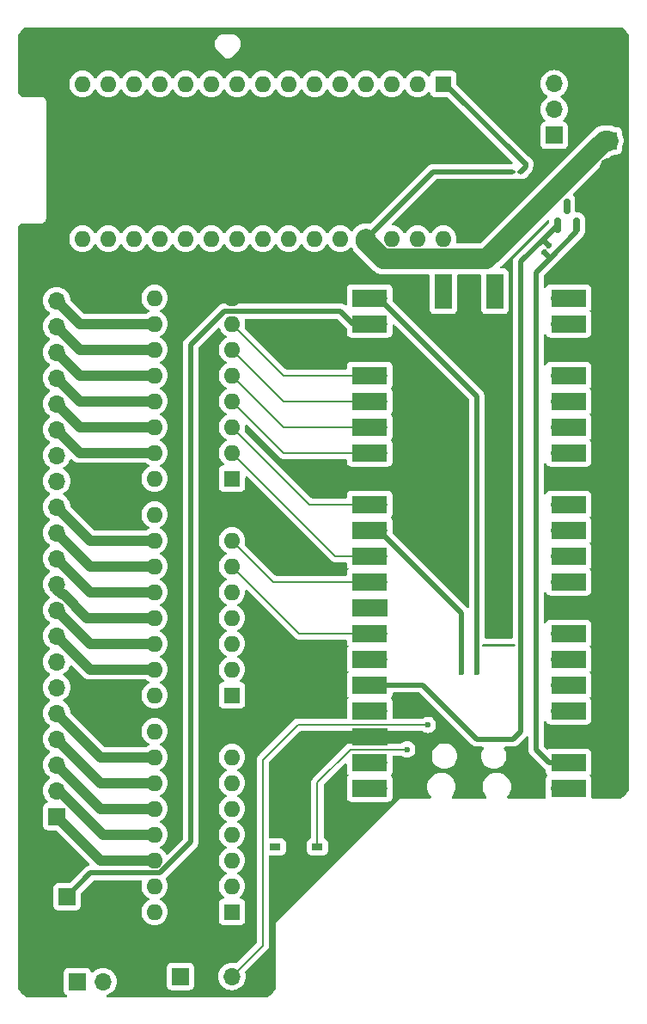
<source format=gbr>
%TF.GenerationSoftware,KiCad,Pcbnew,8.0.2*%
%TF.CreationDate,2024-05-01T01:53:47-07:00*%
%TF.ProjectId,DRIVER,44524956-4552-42e6-9b69-6361645f7063,rev?*%
%TF.SameCoordinates,Original*%
%TF.FileFunction,Copper,L1,Top*%
%TF.FilePolarity,Positive*%
%FSLAX46Y46*%
G04 Gerber Fmt 4.6, Leading zero omitted, Abs format (unit mm)*
G04 Created by KiCad (PCBNEW 8.0.2) date 2024-05-01 01:53:47*
%MOMM*%
%LPD*%
G01*
G04 APERTURE LIST*
G04 Aperture macros list*
%AMRoundRect*
0 Rectangle with rounded corners*
0 $1 Rounding radius*
0 $2 $3 $4 $5 $6 $7 $8 $9 X,Y pos of 4 corners*
0 Add a 4 corners polygon primitive as box body*
4,1,4,$2,$3,$4,$5,$6,$7,$8,$9,$2,$3,0*
0 Add four circle primitives for the rounded corners*
1,1,$1+$1,$2,$3*
1,1,$1+$1,$4,$5*
1,1,$1+$1,$6,$7*
1,1,$1+$1,$8,$9*
0 Add four rect primitives between the rounded corners*
20,1,$1+$1,$2,$3,$4,$5,0*
20,1,$1+$1,$4,$5,$6,$7,0*
20,1,$1+$1,$6,$7,$8,$9,0*
20,1,$1+$1,$8,$9,$2,$3,0*%
G04 Aperture macros list end*
%TA.AperFunction,ComponentPad*%
%ADD10O,1.700000X1.700000*%
%TD*%
%TA.AperFunction,SMDPad,CuDef*%
%ADD11R,3.500000X1.700000*%
%TD*%
%TA.AperFunction,ComponentPad*%
%ADD12R,1.700000X1.700000*%
%TD*%
%TA.AperFunction,SMDPad,CuDef*%
%ADD13R,1.700000X3.500000*%
%TD*%
%TA.AperFunction,SMDPad,CuDef*%
%ADD14RoundRect,0.100000X-0.083085X-0.224506X0.224506X0.083085X0.083085X0.224506X-0.224506X-0.083085X0*%
%TD*%
%TA.AperFunction,SMDPad,CuDef*%
%ADD15R,1.050000X0.650000*%
%TD*%
%TA.AperFunction,ComponentPad*%
%ADD16R,1.600000X1.600000*%
%TD*%
%TA.AperFunction,ComponentPad*%
%ADD17O,1.600000X1.600000*%
%TD*%
%TA.AperFunction,SMDPad,CuDef*%
%ADD18RoundRect,0.100000X-0.217500X-0.100000X0.217500X-0.100000X0.217500X0.100000X-0.217500X0.100000X0*%
%TD*%
%TA.AperFunction,SMDPad,CuDef*%
%ADD19RoundRect,0.150000X0.150000X-0.587500X0.150000X0.587500X-0.150000X0.587500X-0.150000X-0.587500X0*%
%TD*%
%TA.AperFunction,SMDPad,CuDef*%
%ADD20O,1.700000X1.700000*%
%TD*%
%TA.AperFunction,ViaPad*%
%ADD21C,0.600000*%
%TD*%
%TA.AperFunction,Conductor*%
%ADD22C,0.500000*%
%TD*%
%TA.AperFunction,Conductor*%
%ADD23C,2.000000*%
%TD*%
%TA.AperFunction,Conductor*%
%ADD24C,1.000000*%
%TD*%
%TA.AperFunction,Conductor*%
%ADD25C,0.200000*%
%TD*%
G04 APERTURE END LIST*
D10*
%TO.P,U1,1,GPIO0*%
%TO.N,unconnected-(U1-GPIO0-Pad1)*%
X88392000Y-159766000D03*
D11*
X89292000Y-159766000D03*
D10*
%TO.P,U1,2,GPIO1*%
%TO.N,Net-(Q2-S)*%
X88392000Y-157226000D03*
D11*
X89292000Y-157226000D03*
D12*
%TO.P,U1,3,GND*%
%TO.N,GND*%
X88392000Y-154686000D03*
D11*
X89292000Y-154686000D03*
D10*
%TO.P,U1,4,GPIO2*%
%TO.N,Net-(A1-D5)*%
X88392000Y-152146000D03*
D11*
X89292000Y-152146000D03*
D10*
%TO.P,U1,5,GPIO3*%
%TO.N,unconnected-(U1-GPIO3-Pad5)*%
X88392000Y-149606000D03*
D11*
X89292000Y-149606000D03*
D10*
%TO.P,U1,6,GPIO4*%
%TO.N,unconnected-(U1-GPIO4-Pad6)*%
X88392000Y-147066000D03*
D11*
X89292000Y-147066000D03*
D10*
%TO.P,U1,7,GPIO5*%
%TO.N,unconnected-(U1-GPIO5-Pad7)*%
X88392000Y-144526000D03*
D11*
X89292000Y-144526000D03*
D12*
%TO.P,U1,8,GND*%
%TO.N,GND*%
X88392000Y-141986000D03*
D11*
X89292000Y-141986000D03*
D10*
%TO.P,U1,9,GPIO6*%
%TO.N,unconnected-(U1-GPIO6-Pad9)_0*%
X88392000Y-139446000D03*
D11*
X89292000Y-139446000D03*
D10*
%TO.P,U1,10,GPIO7*%
%TO.N,/BURNER_9*%
X88392000Y-136906000D03*
D11*
X89292000Y-136906000D03*
D10*
%TO.P,U1,11,GPIO8*%
%TO.N,/BURNER_1*%
X88392000Y-134366000D03*
D11*
X89292000Y-134366000D03*
D10*
%TO.P,U1,12,GPIO9*%
%TO.N,/BURNER_2*%
X88392000Y-131826000D03*
D11*
X89292000Y-131826000D03*
D12*
%TO.P,U1,13,GND*%
%TO.N,GND*%
X88392000Y-129286000D03*
D11*
X89292000Y-129286000D03*
D10*
%TO.P,U1,14,GPIO10*%
%TO.N,/BURNER_3*%
X88392000Y-126746000D03*
D11*
X89292000Y-126746000D03*
D10*
%TO.P,U1,15,GPIO11*%
%TO.N,/BURNER_4*%
X88392000Y-124206000D03*
D11*
X89292000Y-124206000D03*
D10*
%TO.P,U1,16,GPIO12*%
%TO.N,/BURNER_5*%
X88392000Y-121666000D03*
D11*
X89292000Y-121666000D03*
D10*
%TO.P,U1,17,GPIO13*%
%TO.N,/BURNER_6*%
X88392000Y-119126000D03*
D11*
X89292000Y-119126000D03*
D12*
%TO.P,U1,18,GND*%
%TO.N,GND*%
X88392000Y-116586000D03*
D11*
X89292000Y-116586000D03*
D10*
%TO.P,U1,19,GPIO14*%
%TO.N,/BURNER_7*%
X88392000Y-114046000D03*
D11*
X89292000Y-114046000D03*
D10*
%TO.P,U1,20,GPIO15*%
%TO.N,/BURNER_8*%
X88392000Y-111506000D03*
D11*
X89292000Y-111506000D03*
D10*
%TO.P,U1,21,GPIO16*%
%TO.N,Net-(J4-Pin_3)*%
X70612000Y-111506000D03*
D11*
X69712000Y-111506000D03*
D10*
%TO.P,U1,22,GPIO17*%
%TO.N,Net-(J3-Pin_1)*%
X70612000Y-114046000D03*
D11*
X69712000Y-114046000D03*
D12*
%TO.P,U1,23,GND*%
%TO.N,GND*%
X70612000Y-116586000D03*
D11*
X69712000Y-116586000D03*
D10*
%TO.P,U1,24,GPIO18*%
%TO.N,Net-(U1-GPIO18)*%
X70612000Y-119126000D03*
D11*
X69712000Y-119126000D03*
D10*
%TO.P,U1,25,GPIO19*%
%TO.N,Net-(U1-GPIO19)*%
X70612000Y-121666000D03*
D11*
X69712000Y-121666000D03*
D10*
%TO.P,U1,26,GPIO20*%
%TO.N,Net-(U1-GPIO20)*%
X70612000Y-124206000D03*
D11*
X69712000Y-124206000D03*
D10*
%TO.P,U1,27,GPIO21*%
%TO.N,Net-(U1-GPIO21)*%
X70612000Y-126746000D03*
D11*
X69712000Y-126746000D03*
D12*
%TO.P,U1,28,GND*%
%TO.N,GND*%
X70612000Y-129286000D03*
D11*
X69712000Y-129286000D03*
D10*
%TO.P,U1,29,GPIO22*%
%TO.N,Net-(U1-GPIO22)*%
X70612000Y-131826000D03*
D11*
X69712000Y-131826000D03*
D10*
%TO.P,U1,30,RUN*%
%TO.N,Net-(U1-RUN)*%
X70612000Y-134366000D03*
D11*
X69712000Y-134366000D03*
D10*
%TO.P,U1,31,GPIO26_ADC0*%
%TO.N,Net-(U1-GPIO26_ADC0)*%
X70612000Y-136906000D03*
D11*
X69712000Y-136906000D03*
D10*
%TO.P,U1,32,GPIO27_ADC1*%
%TO.N,Net-(U1-GPIO27_ADC1)*%
X70612000Y-139446000D03*
D11*
X69712000Y-139446000D03*
D12*
%TO.P,U1,33,AGND*%
%TO.N,unconnected-(U1-AGND-Pad33)*%
X70612000Y-141986000D03*
D11*
X69712000Y-141986000D03*
D10*
%TO.P,U1,34,GPIO28_ADC2*%
%TO.N,Net-(U1-GPIO28_ADC2)*%
X70612000Y-144526000D03*
D11*
X69712000Y-144526000D03*
D10*
%TO.P,U1,35,ADC_VREF*%
%TO.N,unconnected-(U1-ADC_VREF-Pad35)*%
X70612000Y-147066000D03*
D11*
X69712000Y-147066000D03*
D10*
%TO.P,U1,36,3V3*%
%TO.N,+3.3V*%
X70612000Y-149606000D03*
D11*
X69712000Y-149606000D03*
D10*
%TO.P,U1,37,3V3_EN*%
%TO.N,unconnected-(U1-3V3_EN-Pad37)_0*%
X70612000Y-152146000D03*
D11*
X69712000Y-152146000D03*
D12*
%TO.P,U1,38,GND*%
%TO.N,GND*%
X70612000Y-154686000D03*
D11*
X69712000Y-154686000D03*
D10*
%TO.P,U1,39,VSYS*%
%TO.N,unconnected-(U1-VSYS-Pad39)_0*%
X70612000Y-157226000D03*
D11*
X69712000Y-157226000D03*
D10*
%TO.P,U1,40,VBUS*%
%TO.N,+5V*%
X70612000Y-159766000D03*
D11*
X69712000Y-159766000D03*
D10*
%TO.P,U1,41,SWCLK*%
%TO.N,unconnected-(U1-SWCLK-Pad41)*%
X82042000Y-111736000D03*
D13*
X82042000Y-110836000D03*
D12*
%TO.P,U1,42,GND*%
%TO.N,GND*%
X79502000Y-111736000D03*
D13*
X79502000Y-110836000D03*
D10*
%TO.P,U1,43,SWDIO*%
%TO.N,unconnected-(U1-SWDIO-Pad43)*%
X76962000Y-111736000D03*
D13*
X76962000Y-110836000D03*
%TD*%
D14*
%TO.P,R4,1*%
%TO.N,Net-(Q2-S)*%
X86833854Y-106968146D03*
%TO.P,R4,2*%
%TO.N,+3.3V*%
X87410146Y-106391854D03*
%TD*%
D15*
%TO.P,SW1,1,1*%
%TO.N,Net-(U1-RUN)*%
X60409000Y-165549000D03*
X64559000Y-165549000D03*
%TO.P,SW1,2,2*%
%TO.N,GND*%
X60409000Y-167699000D03*
X64534000Y-167699000D03*
%TD*%
D12*
%TO.P,J4,1,Pin_1*%
%TO.N,+5V*%
X51054000Y-178308000D03*
D10*
%TO.P,J4,2,Pin_2*%
%TO.N,GND*%
X53594000Y-178308000D03*
%TO.P,J4,3,Pin_3*%
%TO.N,Net-(J4-Pin_3)*%
X56134000Y-178308000D03*
%TD*%
D16*
%TO.P,U3,1,NC*%
%TO.N,unconnected-(U3-NC-Pad1)*%
X56134000Y-150622000D03*
D17*
%TO.P,U3,2,IN1*%
%TO.N,/BURNER_5*%
X56134000Y-148082000D03*
%TO.P,U3,3,IN2*%
%TO.N,/BURNER_6*%
X56134000Y-145542000D03*
%TO.P,U3,4,IN3*%
%TO.N,/BURNER_7*%
X56134000Y-143002000D03*
%TO.P,U3,5,IN4*%
%TO.N,/BURNER_8*%
X56134000Y-140462000D03*
%TO.P,U3,6,IN5*%
%TO.N,Net-(U1-GPIO28_ADC2)*%
X56134000Y-137922000D03*
%TO.P,U3,7,IN6*%
%TO.N,Net-(U1-GPIO27_ADC1)*%
X56134000Y-135382000D03*
%TO.P,U3,8,GND*%
%TO.N,GND*%
X56134000Y-132842000D03*
%TO.P,U3,9,COM*%
%TO.N,+5V*%
X48514000Y-132842000D03*
%TO.P,U3,10,O6*%
%TO.N,Net-(J1-Pin_13)*%
X48514000Y-135382000D03*
%TO.P,U3,11,O5*%
%TO.N,Net-(J1-Pin_12)*%
X48514000Y-137922000D03*
%TO.P,U3,12,O4*%
%TO.N,Net-(J1-Pin_11)*%
X48514000Y-140462000D03*
%TO.P,U3,13,O3*%
%TO.N,Net-(J1-Pin_10)*%
X48514000Y-143002000D03*
%TO.P,U3,14,O2*%
%TO.N,Net-(J1-Pin_9)*%
X48514000Y-145542000D03*
%TO.P,U3,15,O1*%
%TO.N,Net-(J1-Pin_8)*%
X48514000Y-148082000D03*
%TO.P,U3,16,VCC*%
%TO.N,+5V*%
X48514000Y-150622000D03*
%TD*%
D16*
%TO.P,U4,1,NC*%
%TO.N,unconnected-(U4-NC-Pad1)*%
X56134000Y-129286000D03*
D17*
%TO.P,U4,2,IN1*%
%TO.N,Net-(U1-GPIO26_ADC0)*%
X56134000Y-126746000D03*
%TO.P,U4,3,IN2*%
%TO.N,Net-(U1-GPIO22)*%
X56134000Y-124206000D03*
%TO.P,U4,4,IN3*%
%TO.N,Net-(U1-GPIO21)*%
X56134000Y-121666000D03*
%TO.P,U4,5,IN4*%
%TO.N,Net-(U1-GPIO20)*%
X56134000Y-119126000D03*
%TO.P,U4,6,IN5*%
%TO.N,Net-(U1-GPIO19)*%
X56134000Y-116586000D03*
%TO.P,U4,7,IN6*%
%TO.N,Net-(U1-GPIO18)*%
X56134000Y-114046000D03*
%TO.P,U4,8,GND*%
%TO.N,GND*%
X56134000Y-111506000D03*
%TO.P,U4,9,COM*%
%TO.N,+5V*%
X48514000Y-111506000D03*
%TO.P,U4,10,O6*%
%TO.N,Net-(J1-Pin_21)*%
X48514000Y-114046000D03*
%TO.P,U4,11,O5*%
%TO.N,Net-(J1-Pin_20)*%
X48514000Y-116586000D03*
%TO.P,U4,12,O4*%
%TO.N,Net-(J1-Pin_19)*%
X48514000Y-119126000D03*
%TO.P,U4,13,O3*%
%TO.N,Net-(J1-Pin_18)*%
X48514000Y-121666000D03*
%TO.P,U4,14,O2*%
%TO.N,Net-(J1-Pin_17)*%
X48514000Y-124206000D03*
%TO.P,U4,15,O1*%
%TO.N,Net-(J1-Pin_16)*%
X48514000Y-126746000D03*
%TO.P,U4,16,VCC*%
%TO.N,+5V*%
X48514000Y-129286000D03*
%TD*%
D18*
%TO.P,R3,1*%
%TO.N,+5V*%
X83767000Y-99060000D03*
%TO.P,R3,2*%
%TO.N,Net-(A1-D1{slash}TX)*%
X84582000Y-99060000D03*
%TD*%
D19*
%TO.P,Q2,1,G*%
%TO.N,+3.3V*%
X88204000Y-104315500D03*
%TO.P,Q2,2,S*%
%TO.N,Net-(Q2-S)*%
X90104000Y-104315500D03*
%TO.P,Q2,3,D*%
%TO.N,Net-(A1-D1{slash}TX)*%
X89154000Y-102440500D03*
%TD*%
D16*
%TO.P,U2,1,NC*%
%TO.N,unconnected-(U2-NC-Pad1)*%
X56134000Y-171958000D03*
D17*
%TO.P,U2,2,IN1*%
%TO.N,unconnected-(U2-IN1-Pad2)*%
X56134000Y-169418000D03*
%TO.P,U2,3,IN2*%
%TO.N,/BURNER_9*%
X56134000Y-166878000D03*
%TO.P,U2,4,IN3*%
%TO.N,/BURNER_1*%
X56134000Y-164338000D03*
%TO.P,U2,5,IN4*%
%TO.N,/BURNER_2*%
X56134000Y-161798000D03*
%TO.P,U2,6,IN5*%
%TO.N,/BURNER_3*%
X56134000Y-159258000D03*
%TO.P,U2,7,IN6*%
%TO.N,/BURNER_4*%
X56134000Y-156718000D03*
%TO.P,U2,8,GND*%
%TO.N,GND*%
X56134000Y-154178000D03*
%TO.P,U2,9,COM*%
%TO.N,+5V*%
X48514000Y-154178000D03*
%TO.P,U2,10,O6*%
%TO.N,Net-(J1-Pin_5)*%
X48514000Y-156718000D03*
%TO.P,U2,11,O5*%
%TO.N,Net-(J1-Pin_4)*%
X48514000Y-159258000D03*
%TO.P,U2,12,O4*%
%TO.N,Net-(J1-Pin_3)*%
X48514000Y-161798000D03*
%TO.P,U2,13,O3*%
%TO.N,Net-(J1-Pin_2)*%
X48514000Y-164338000D03*
%TO.P,U2,14,O2*%
%TO.N,Net-(J1-Pin_1)*%
X48514000Y-166878000D03*
%TO.P,U2,15,O1*%
%TO.N,unconnected-(U2-O1-Pad15)*%
X48514000Y-169418000D03*
%TO.P,U2,16,VCC*%
%TO.N,+5V*%
X48514000Y-171958000D03*
%TD*%
D12*
%TO.P,J5,1,Pin_1*%
%TO.N,+5V*%
X40894000Y-178816000D03*
D10*
%TO.P,J5,2,Pin_2*%
X43434000Y-178816000D03*
%TD*%
D12*
%TO.P,J6,1,Pin_1*%
%TO.N,+5V*%
X93218000Y-96012000D03*
D10*
%TO.P,J6,2,Pin_2*%
%TO.N,GND*%
X93218000Y-98552000D03*
%TD*%
D12*
%TO.P,J3,1,Pin_1*%
%TO.N,Net-(J3-Pin_1)*%
X39878000Y-170450000D03*
D10*
%TO.P,J3,2,Pin_2*%
%TO.N,GND*%
X39878000Y-172990000D03*
%TD*%
D12*
%TO.P,J2,1,Pin_1*%
%TO.N,Net-(A1-D4)*%
X87884000Y-95489000D03*
D10*
%TO.P,J2,2,Pin_2*%
%TO.N,Net-(A1-D3)*%
X87884000Y-92949000D03*
%TO.P,J2,3,Pin_3*%
%TO.N,Net-(A1-D2)*%
X87884000Y-90409000D03*
%TO.P,J2,4,Pin_4*%
%TO.N,GND*%
X87884000Y-87869000D03*
%TD*%
D16*
%TO.P,A1,1,D1/TX*%
%TO.N,Net-(A1-D1{slash}TX)*%
X76962000Y-90424000D03*
D17*
%TO.P,A1,2,D0/RX*%
%TO.N,unconnected-(A1-D0{slash}RX-Pad2)*%
X74422000Y-90424000D03*
%TO.P,A1,3,~{RESET}*%
%TO.N,unconnected-(A1-~{RESET}-Pad3)*%
X71882000Y-90424000D03*
%TO.P,A1,4,GND*%
%TO.N,unconnected-(A1-GND-Pad4)*%
X69342000Y-90424000D03*
%TO.P,A1,5,D2*%
%TO.N,Net-(A1-D2)*%
X66802000Y-90424000D03*
%TO.P,A1,6,D3*%
%TO.N,Net-(A1-D3)*%
X64262000Y-90424000D03*
%TO.P,A1,7,D4*%
%TO.N,Net-(A1-D4)*%
X61722000Y-90424000D03*
%TO.P,A1,8,D5*%
%TO.N,Net-(A1-D5)*%
X59182000Y-90424000D03*
%TO.P,A1,9,D6*%
%TO.N,unconnected-(A1-D6-Pad9)*%
X56642000Y-90424000D03*
%TO.P,A1,10,D7*%
%TO.N,unconnected-(A1-D7-Pad10)*%
X54102000Y-90424000D03*
%TO.P,A1,11,D8*%
%TO.N,unconnected-(A1-D8-Pad11)*%
X51562000Y-90424000D03*
%TO.P,A1,12,D9*%
%TO.N,unconnected-(A1-D9-Pad12)*%
X49022000Y-90424000D03*
%TO.P,A1,13,D10*%
%TO.N,unconnected-(A1-D10-Pad13)*%
X46482000Y-90424000D03*
%TO.P,A1,14,D11*%
%TO.N,unconnected-(A1-D11-Pad14)*%
X43942000Y-90424000D03*
%TO.P,A1,15,D12*%
%TO.N,unconnected-(A1-D12-Pad15)*%
X41402000Y-90424000D03*
%TO.P,A1,16,D13*%
%TO.N,unconnected-(A1-D13-Pad16)*%
X41402000Y-105664000D03*
%TO.P,A1,17,3V3*%
%TO.N,unconnected-(A1-3V3-Pad17)*%
X43942000Y-105664000D03*
%TO.P,A1,18,AREF*%
%TO.N,unconnected-(A1-AREF-Pad18)*%
X46482000Y-105664000D03*
%TO.P,A1,19,A0*%
%TO.N,unconnected-(A1-A0-Pad19)*%
X49022000Y-105664000D03*
%TO.P,A1,20,A1*%
%TO.N,unconnected-(A1-A1-Pad20)*%
X51562000Y-105664000D03*
%TO.P,A1,21,A2*%
%TO.N,unconnected-(A1-A2-Pad21)*%
X54102000Y-105664000D03*
%TO.P,A1,22,A3*%
%TO.N,unconnected-(A1-A3-Pad22)*%
X56642000Y-105664000D03*
%TO.P,A1,23,A4*%
%TO.N,unconnected-(A1-A4-Pad23)*%
X59182000Y-105664000D03*
%TO.P,A1,24,A5*%
%TO.N,unconnected-(A1-A5-Pad24)*%
X61722000Y-105664000D03*
%TO.P,A1,25,A6*%
%TO.N,unconnected-(A1-A6-Pad25)*%
X64262000Y-105664000D03*
%TO.P,A1,26,A7*%
%TO.N,unconnected-(A1-A7-Pad26)*%
X66802000Y-105664000D03*
%TO.P,A1,27,+5V*%
%TO.N,+5V*%
X69342000Y-105664000D03*
%TO.P,A1,28,~{RESET}*%
%TO.N,unconnected-(A1-~{RESET}-Pad28)*%
X71882000Y-105664000D03*
%TO.P,A1,29,GND*%
%TO.N,unconnected-(A1-GND-Pad29)*%
X74422000Y-105664000D03*
%TO.P,A1,30,VIN*%
%TO.N,unconnected-(A1-VIN-Pad30)*%
X76962000Y-105664000D03*
%TD*%
D20*
%TO.P,J1,*%
%TO.N,*%
X38862000Y-129540000D03*
D12*
%TO.P,J1,1,Pin_1*%
%TO.N,Net-(J1-Pin_1)*%
X38862000Y-162560000D03*
D10*
%TO.P,J1,2,Pin_2*%
%TO.N,Net-(J1-Pin_2)*%
X38862000Y-160020000D03*
%TO.P,J1,3,Pin_3*%
%TO.N,Net-(J1-Pin_3)*%
X38862000Y-157480000D03*
%TO.P,J1,4,Pin_4*%
%TO.N,Net-(J1-Pin_4)*%
X38862000Y-154940000D03*
%TO.P,J1,5,Pin_5*%
%TO.N,Net-(J1-Pin_5)*%
X38862000Y-152400000D03*
D20*
%TO.P,J1,6,Pin_6*%
%TO.N,unconnected-(J1-Pin_6-Pad6)*%
X38862000Y-149860000D03*
%TO.P,J1,7,Pin_7*%
%TO.N,unconnected-(J1-Pin_7-Pad7)*%
X38862000Y-147320000D03*
D10*
%TO.P,J1,8,Pin_8*%
%TO.N,Net-(J1-Pin_8)*%
X38862000Y-144780000D03*
%TO.P,J1,9,Pin_9*%
%TO.N,Net-(J1-Pin_9)*%
X38862000Y-142240000D03*
%TO.P,J1,10,Pin_10*%
%TO.N,Net-(J1-Pin_10)*%
X38862000Y-139700000D03*
%TO.P,J1,11,Pin_11*%
%TO.N,Net-(J1-Pin_11)*%
X38862000Y-137160000D03*
%TO.P,J1,12,Pin_12*%
%TO.N,Net-(J1-Pin_12)*%
X38862000Y-134620000D03*
%TO.P,J1,13,Pin_13*%
%TO.N,Net-(J1-Pin_13)*%
X38862000Y-132080000D03*
D20*
%TO.P,J1,15,Pin_15*%
%TO.N,N/C*%
X38862000Y-127000000D03*
D10*
%TO.P,J1,16,Pin_16*%
%TO.N,Net-(J1-Pin_16)*%
X38862000Y-124460000D03*
%TO.P,J1,17,Pin_17*%
%TO.N,Net-(J1-Pin_17)*%
X38862000Y-121920000D03*
%TO.P,J1,18,Pin_18*%
%TO.N,Net-(J1-Pin_18)*%
X38862000Y-119380000D03*
%TO.P,J1,19,Pin_19*%
%TO.N,Net-(J1-Pin_19)*%
X38862000Y-116840000D03*
%TO.P,J1,20,Pin_20*%
%TO.N,Net-(J1-Pin_20)*%
X38862000Y-114300000D03*
%TO.P,J1,21,Pin_21*%
%TO.N,Net-(J1-Pin_21)*%
X38862000Y-111760000D03*
%TD*%
D21*
%TO.N,Net-(J4-Pin_3)*%
X75438000Y-153536000D03*
X80264000Y-148336000D03*
%TO.N,Net-(U1-RUN)*%
X73406000Y-155956000D03*
X78740000Y-148336000D03*
%TO.N,Net-(A1-D1{slash}TX)*%
X85050750Y-98337250D03*
X89154000Y-102440500D03*
%TD*%
D22*
%TO.N,+5V*%
X83767000Y-99060000D02*
X75946000Y-99060000D01*
D23*
X69342000Y-105952428D02*
X69342000Y-105664000D01*
X93218000Y-96012000D02*
X92858862Y-96012000D01*
X71053572Y-107664000D02*
X69342000Y-105952428D01*
D22*
X75946000Y-99060000D02*
X69342000Y-105664000D01*
D23*
X81206862Y-107664000D02*
X71053572Y-107664000D01*
X92858862Y-96012000D02*
X81206862Y-107664000D01*
D24*
%TO.N,Net-(J1-Pin_10)*%
X39344000Y-140690000D02*
X39504032Y-140690000D01*
X39504032Y-140690000D02*
X41816032Y-143002000D01*
X41816032Y-143002000D02*
X48514000Y-143002000D01*
X38862000Y-139700000D02*
X38862000Y-140208000D01*
X38862000Y-140208000D02*
X39344000Y-140690000D01*
%TO.N,Net-(J1-Pin_3)*%
X38862000Y-157480000D02*
X43180000Y-161798000D01*
X43180000Y-161798000D02*
X48514000Y-161798000D01*
%TO.N,Net-(J1-Pin_17)*%
X41148000Y-124206000D02*
X48514000Y-124206000D01*
X38862000Y-121920000D02*
X41148000Y-124206000D01*
%TO.N,Net-(J1-Pin_4)*%
X43180000Y-159258000D02*
X48514000Y-159258000D01*
X38862000Y-154940000D02*
X43180000Y-159258000D01*
%TO.N,Net-(J1-Pin_1)*%
X43180000Y-166878000D02*
X48514000Y-166878000D01*
X38862000Y-162560000D02*
X43180000Y-166878000D01*
%TO.N,Net-(J1-Pin_8)*%
X42164000Y-148082000D02*
X48514000Y-148082000D01*
X38862000Y-144780000D02*
X42164000Y-148082000D01*
%TO.N,Net-(J1-Pin_12)*%
X42164000Y-137922000D02*
X48514000Y-137922000D01*
X38862000Y-134620000D02*
X42164000Y-137922000D01*
%TO.N,Net-(J1-Pin_16)*%
X41148000Y-126746000D02*
X48514000Y-126746000D01*
X38862000Y-124460000D02*
X41148000Y-126746000D01*
%TO.N,Net-(J1-Pin_11)*%
X38862000Y-137160000D02*
X42164000Y-140462000D01*
X42164000Y-140462000D02*
X48514000Y-140462000D01*
%TO.N,Net-(J1-Pin_19)*%
X41148000Y-119126000D02*
X48514000Y-119126000D01*
X38862000Y-116840000D02*
X41148000Y-119126000D01*
%TO.N,Net-(J1-Pin_13)*%
X38862000Y-132080000D02*
X42164000Y-135382000D01*
X42164000Y-135382000D02*
X48514000Y-135382000D01*
%TO.N,Net-(J1-Pin_2)*%
X39116000Y-160020000D02*
X43434000Y-164338000D01*
X43434000Y-164338000D02*
X48514000Y-164338000D01*
X38862000Y-160020000D02*
X39116000Y-160020000D01*
%TO.N,Net-(J1-Pin_21)*%
X41148000Y-114046000D02*
X48514000Y-114046000D01*
X38862000Y-111760000D02*
X41148000Y-114046000D01*
%TO.N,Net-(J1-Pin_18)*%
X41148000Y-121666000D02*
X48514000Y-121666000D01*
X38862000Y-119380000D02*
X41148000Y-121666000D01*
%TO.N,Net-(J1-Pin_5)*%
X38862000Y-152400000D02*
X43180000Y-156718000D01*
X43180000Y-156718000D02*
X48514000Y-156718000D01*
%TO.N,Net-(J1-Pin_9)*%
X42164000Y-145542000D02*
X48514000Y-145542000D01*
X38862000Y-142240000D02*
X42164000Y-145542000D01*
%TO.N,Net-(J1-Pin_20)*%
X41148000Y-116586000D02*
X38862000Y-114300000D01*
X48514000Y-116586000D02*
X41148000Y-116586000D01*
D22*
%TO.N,GND*%
X40096000Y-173208000D02*
X39878000Y-172990000D01*
X68752000Y-154686000D02*
X70612000Y-154686000D01*
%TO.N,Net-(J3-Pin_1)*%
X68072000Y-114046000D02*
X70612000Y-114046000D01*
X52070000Y-165089767D02*
X52070000Y-116078001D01*
X66822000Y-112796000D02*
X68072000Y-114046000D01*
X42200000Y-168128000D02*
X49031767Y-168128000D01*
X55352001Y-112796000D02*
X66822000Y-112796000D01*
X49031767Y-168128000D02*
X52070000Y-165089767D01*
X39878000Y-170450000D02*
X42200000Y-168128000D01*
X52070000Y-116078001D02*
X55352001Y-112796000D01*
D25*
%TO.N,Net-(J4-Pin_3)*%
X59182000Y-156972000D02*
X59182000Y-175260000D01*
D22*
X80264000Y-148336000D02*
X80264000Y-121158000D01*
X80264000Y-121158000D02*
X70612000Y-111506000D01*
D25*
X59182000Y-175260000D02*
X56134000Y-178308000D01*
X62618000Y-153536000D02*
X59182000Y-156972000D01*
X75438000Y-153536000D02*
X62618000Y-153536000D01*
D22*
%TO.N,+3.3V*%
X87410146Y-106391854D02*
X86861750Y-105843458D01*
X83820000Y-154940000D02*
X80264000Y-154940000D01*
X80264000Y-154940000D02*
X74930000Y-149606000D01*
X86861750Y-105843458D02*
X86861750Y-105657750D01*
X88204000Y-104315500D02*
X86861750Y-105657750D01*
X86861750Y-105657750D02*
X84582000Y-107937500D01*
X84582000Y-154178000D02*
X83820000Y-154940000D01*
X84582000Y-107937500D02*
X84582000Y-154178000D01*
X74930000Y-149606000D02*
X70612000Y-149606000D01*
%TO.N,Net-(Q2-S)*%
X87376000Y-157226000D02*
X88392000Y-157226000D01*
X86106000Y-155956000D02*
X87376000Y-157226000D01*
X90104000Y-104968000D02*
X87376000Y-107696000D01*
X86833854Y-106968146D02*
X87376000Y-107510292D01*
X90104000Y-104315500D02*
X90104000Y-104968000D01*
X86106000Y-108966000D02*
X86106000Y-155956000D01*
X87376000Y-107696000D02*
X86106000Y-108966000D01*
X87376000Y-107510292D02*
X87376000Y-107696000D01*
D25*
%TO.N,Net-(U1-RUN)*%
X64559000Y-159179000D02*
X67782000Y-155956000D01*
X67782000Y-155956000D02*
X73406000Y-155956000D01*
D22*
X78740000Y-142494000D02*
X78740000Y-148336000D01*
D25*
X64559000Y-165549000D02*
X64559000Y-159179000D01*
D22*
X70612000Y-134366000D02*
X78740000Y-142494000D01*
D25*
%TO.N,Net-(U1-GPIO22)*%
X56134000Y-124206000D02*
X63754000Y-131826000D01*
X63754000Y-131826000D02*
X70612000Y-131826000D01*
%TO.N,Net-(U1-GPIO19)*%
X61214000Y-121666000D02*
X70612000Y-121666000D01*
X56134000Y-116586000D02*
X61214000Y-121666000D01*
%TO.N,Net-(U1-GPIO21)*%
X56134000Y-121666000D02*
X61214000Y-126746000D01*
X61214000Y-126746000D02*
X70612000Y-126746000D01*
%TO.N,Net-(U1-GPIO26_ADC0)*%
X56134000Y-126746000D02*
X66294000Y-136906000D01*
X66294000Y-136906000D02*
X70612000Y-136906000D01*
%TO.N,Net-(U1-GPIO28_ADC2)*%
X62738000Y-144526000D02*
X70612000Y-144526000D01*
X56134000Y-137922000D02*
X62738000Y-144526000D01*
%TO.N,Net-(U1-GPIO20)*%
X56134000Y-119126000D02*
X61214000Y-124206000D01*
X61214000Y-124206000D02*
X70612000Y-124206000D01*
%TO.N,Net-(U1-GPIO18)*%
X61214000Y-119126000D02*
X70612000Y-119126000D01*
X56134000Y-114046000D02*
X61214000Y-119126000D01*
%TO.N,Net-(U1-GPIO27_ADC1)*%
X60198000Y-139446000D02*
X70612000Y-139446000D01*
X56134000Y-135382000D02*
X60198000Y-139446000D01*
D22*
%TO.N,Net-(A1-D1{slash}TX)*%
X85050750Y-98337250D02*
X77137500Y-90424000D01*
X77137500Y-90424000D02*
X76962000Y-90424000D01*
X85050750Y-98591250D02*
X85050750Y-98337250D01*
X84582000Y-99060000D02*
X85050750Y-98591250D01*
%TD*%
%TA.AperFunction,NonConductor*%
G36*
X83962771Y-145546226D02*
G01*
X83973966Y-145549226D01*
X84033625Y-145585592D01*
X84064153Y-145648440D01*
X84055856Y-145717816D01*
X84011369Y-145771692D01*
X83973966Y-145788774D01*
X83962771Y-145791774D01*
X83930674Y-145796000D01*
X80915326Y-145796000D01*
X80883232Y-145791775D01*
X80883228Y-145791774D01*
X80872035Y-145788774D01*
X80812376Y-145752410D01*
X80781847Y-145689563D01*
X80790142Y-145620187D01*
X80834627Y-145566309D01*
X80872036Y-145549225D01*
X80883232Y-145546224D01*
X80915326Y-145542000D01*
X83930674Y-145542000D01*
X83962771Y-145546226D01*
G37*
%TD.AperFunction*%
%TA.AperFunction,Conductor*%
%TO.N,GND*%
G36*
X94531915Y-84843666D02*
G01*
X94574879Y-84867126D01*
X94589749Y-84876682D01*
X94803998Y-85037068D01*
X94817368Y-85048654D01*
X95006599Y-85237885D01*
X95018185Y-85251256D01*
X95178567Y-85465501D01*
X95188131Y-85480382D01*
X95242333Y-85579644D01*
X95257500Y-85639069D01*
X95257500Y-159922689D01*
X95242332Y-159982116D01*
X95188132Y-160081376D01*
X95178567Y-160096260D01*
X95018185Y-160310504D01*
X95006599Y-160323874D01*
X94817368Y-160513105D01*
X94803998Y-160524691D01*
X94589754Y-160685073D01*
X94574870Y-160694638D01*
X94428922Y-160774332D01*
X94369495Y-160789500D01*
X91666500Y-160789500D01*
X91599461Y-160769815D01*
X91553706Y-160717011D01*
X91542500Y-160665500D01*
X91542499Y-159766002D01*
X91542499Y-158868128D01*
X91536091Y-158808517D01*
X91496736Y-158703002D01*
X91485797Y-158673671D01*
X91485795Y-158673668D01*
X91434589Y-158605266D01*
X91408421Y-158570309D01*
X91384004Y-158504848D01*
X91398855Y-158436575D01*
X91408416Y-158421696D01*
X91485796Y-158318331D01*
X91536091Y-158183483D01*
X91542500Y-158123873D01*
X91542499Y-156328128D01*
X91536091Y-156268517D01*
X91501834Y-156176670D01*
X91485797Y-156133671D01*
X91485793Y-156133664D01*
X91399547Y-156018455D01*
X91399544Y-156018452D01*
X91284335Y-155932206D01*
X91284328Y-155932202D01*
X91149482Y-155881908D01*
X91149483Y-155881908D01*
X91089883Y-155875501D01*
X91089881Y-155875500D01*
X91089873Y-155875500D01*
X91089865Y-155875500D01*
X88456385Y-155875500D01*
X88445578Y-155875028D01*
X88392001Y-155870341D01*
X88391997Y-155870341D01*
X88338419Y-155875028D01*
X88327613Y-155875500D01*
X87494129Y-155875500D01*
X87494123Y-155875501D01*
X87434516Y-155881908D01*
X87299671Y-155932202D01*
X87299662Y-155932207D01*
X87296409Y-155934643D01*
X87292603Y-155936062D01*
X87291886Y-155936454D01*
X87291829Y-155936350D01*
X87230944Y-155959057D01*
X87162672Y-155944203D01*
X87134422Y-155923054D01*
X86892819Y-155681451D01*
X86859334Y-155620128D01*
X86856500Y-155593770D01*
X86856500Y-153277584D01*
X86876185Y-153210545D01*
X86928989Y-153164790D01*
X86998147Y-153154846D01*
X87061703Y-153183871D01*
X87096682Y-153234252D01*
X87098201Y-153238326D01*
X87098206Y-153238335D01*
X87184452Y-153353544D01*
X87184455Y-153353547D01*
X87299664Y-153439793D01*
X87299671Y-153439797D01*
X87434517Y-153490091D01*
X87434516Y-153490091D01*
X87441444Y-153490835D01*
X87494127Y-153496500D01*
X88327616Y-153496499D01*
X88338425Y-153496971D01*
X88392000Y-153501659D01*
X88445575Y-153496971D01*
X88456384Y-153496499D01*
X91089871Y-153496499D01*
X91089872Y-153496499D01*
X91149483Y-153490091D01*
X91284331Y-153439796D01*
X91399546Y-153353546D01*
X91485796Y-153238331D01*
X91536091Y-153103483D01*
X91542500Y-153043873D01*
X91542499Y-151248128D01*
X91536091Y-151188517D01*
X91517286Y-151138099D01*
X91485797Y-151053671D01*
X91485795Y-151053668D01*
X91456410Y-151014415D01*
X91408421Y-150950309D01*
X91384004Y-150884848D01*
X91398855Y-150816575D01*
X91408416Y-150801696D01*
X91485796Y-150698331D01*
X91536091Y-150563483D01*
X91542500Y-150503873D01*
X91542499Y-148708128D01*
X91536091Y-148648517D01*
X91517286Y-148598099D01*
X91485797Y-148513671D01*
X91485795Y-148513668D01*
X91456410Y-148474415D01*
X91408421Y-148410309D01*
X91384004Y-148344848D01*
X91398855Y-148276575D01*
X91408416Y-148261696D01*
X91485796Y-148158331D01*
X91536091Y-148023483D01*
X91542500Y-147963873D01*
X91542499Y-146168128D01*
X91536091Y-146108517D01*
X91517286Y-146058099D01*
X91485797Y-145973671D01*
X91485795Y-145973668D01*
X91456410Y-145934415D01*
X91408421Y-145870309D01*
X91384004Y-145804848D01*
X91398855Y-145736575D01*
X91408416Y-145721696D01*
X91485796Y-145618331D01*
X91536091Y-145483483D01*
X91542500Y-145423873D01*
X91542499Y-143628128D01*
X91536091Y-143568517D01*
X91517286Y-143518099D01*
X91485797Y-143433671D01*
X91485793Y-143433664D01*
X91399547Y-143318455D01*
X91399544Y-143318452D01*
X91284335Y-143232206D01*
X91284328Y-143232202D01*
X91149482Y-143181908D01*
X91149483Y-143181908D01*
X91089883Y-143175501D01*
X91089881Y-143175500D01*
X91089873Y-143175500D01*
X91089865Y-143175500D01*
X88456385Y-143175500D01*
X88445578Y-143175028D01*
X88392001Y-143170341D01*
X88391997Y-143170341D01*
X88338419Y-143175028D01*
X88327613Y-143175500D01*
X87494129Y-143175500D01*
X87494123Y-143175501D01*
X87434516Y-143181908D01*
X87299671Y-143232202D01*
X87299664Y-143232206D01*
X87184455Y-143318452D01*
X87184452Y-143318455D01*
X87098206Y-143433664D01*
X87098201Y-143433673D01*
X87096681Y-143437750D01*
X87094073Y-143441232D01*
X87093953Y-143441454D01*
X87093921Y-143441436D01*
X87054809Y-143493683D01*
X86989345Y-143518099D01*
X86921072Y-143503247D01*
X86871667Y-143453841D01*
X86856500Y-143394415D01*
X86856500Y-140577584D01*
X86876185Y-140510545D01*
X86928989Y-140464790D01*
X86998147Y-140454846D01*
X87061703Y-140483871D01*
X87096682Y-140534252D01*
X87098201Y-140538326D01*
X87098206Y-140538335D01*
X87184452Y-140653544D01*
X87184455Y-140653547D01*
X87299664Y-140739793D01*
X87299671Y-140739797D01*
X87434517Y-140790091D01*
X87434516Y-140790091D01*
X87441444Y-140790835D01*
X87494127Y-140796500D01*
X88327616Y-140796499D01*
X88338425Y-140796971D01*
X88392000Y-140801659D01*
X88445575Y-140796971D01*
X88456384Y-140796499D01*
X91089871Y-140796499D01*
X91089872Y-140796499D01*
X91149483Y-140790091D01*
X91284331Y-140739796D01*
X91399546Y-140653546D01*
X91485796Y-140538331D01*
X91536091Y-140403483D01*
X91542500Y-140343873D01*
X91542499Y-138548128D01*
X91536091Y-138488517D01*
X91517286Y-138438099D01*
X91485797Y-138353671D01*
X91485795Y-138353668D01*
X91456410Y-138314415D01*
X91408421Y-138250309D01*
X91384004Y-138184848D01*
X91398855Y-138116575D01*
X91408416Y-138101696D01*
X91485796Y-137998331D01*
X91536091Y-137863483D01*
X91542500Y-137803873D01*
X91542499Y-136008128D01*
X91536091Y-135948517D01*
X91517286Y-135898099D01*
X91485797Y-135813671D01*
X91485795Y-135813668D01*
X91456410Y-135774415D01*
X91408421Y-135710309D01*
X91384004Y-135644848D01*
X91398855Y-135576575D01*
X91408416Y-135561696D01*
X91485796Y-135458331D01*
X91536091Y-135323483D01*
X91542500Y-135263873D01*
X91542499Y-133468128D01*
X91536091Y-133408517D01*
X91517286Y-133358099D01*
X91485797Y-133273671D01*
X91485795Y-133273668D01*
X91456410Y-133234415D01*
X91408421Y-133170309D01*
X91384004Y-133104848D01*
X91398855Y-133036575D01*
X91408416Y-133021696D01*
X91485796Y-132918331D01*
X91536091Y-132783483D01*
X91542500Y-132723873D01*
X91542499Y-130928128D01*
X91536091Y-130868517D01*
X91517286Y-130818099D01*
X91485797Y-130733671D01*
X91485793Y-130733664D01*
X91399547Y-130618455D01*
X91399544Y-130618452D01*
X91284335Y-130532206D01*
X91284328Y-130532202D01*
X91149482Y-130481908D01*
X91149483Y-130481908D01*
X91089883Y-130475501D01*
X91089881Y-130475500D01*
X91089873Y-130475500D01*
X91089865Y-130475500D01*
X88456385Y-130475500D01*
X88445578Y-130475028D01*
X88392001Y-130470341D01*
X88391997Y-130470341D01*
X88338419Y-130475028D01*
X88327613Y-130475500D01*
X87494129Y-130475500D01*
X87494123Y-130475501D01*
X87434516Y-130481908D01*
X87299671Y-130532202D01*
X87299664Y-130532206D01*
X87184455Y-130618452D01*
X87184452Y-130618455D01*
X87098206Y-130733664D01*
X87098201Y-130733673D01*
X87096681Y-130737750D01*
X87094073Y-130741232D01*
X87093953Y-130741454D01*
X87093921Y-130741436D01*
X87054809Y-130793683D01*
X86989345Y-130818099D01*
X86921072Y-130803247D01*
X86871667Y-130753841D01*
X86856500Y-130694415D01*
X86856500Y-127877584D01*
X86876185Y-127810545D01*
X86928989Y-127764790D01*
X86998147Y-127754846D01*
X87061703Y-127783871D01*
X87096682Y-127834252D01*
X87098201Y-127838326D01*
X87098206Y-127838335D01*
X87184452Y-127953544D01*
X87184455Y-127953547D01*
X87299664Y-128039793D01*
X87299671Y-128039797D01*
X87434517Y-128090091D01*
X87434516Y-128090091D01*
X87441444Y-128090835D01*
X87494127Y-128096500D01*
X88327616Y-128096499D01*
X88338425Y-128096971D01*
X88392000Y-128101659D01*
X88445575Y-128096971D01*
X88456384Y-128096499D01*
X91089871Y-128096499D01*
X91089872Y-128096499D01*
X91149483Y-128090091D01*
X91284331Y-128039796D01*
X91399546Y-127953546D01*
X91485796Y-127838331D01*
X91536091Y-127703483D01*
X91542500Y-127643873D01*
X91542499Y-125848128D01*
X91536091Y-125788517D01*
X91517286Y-125738099D01*
X91485797Y-125653671D01*
X91485795Y-125653668D01*
X91466898Y-125628425D01*
X91408421Y-125550309D01*
X91384004Y-125484848D01*
X91398855Y-125416575D01*
X91408416Y-125401696D01*
X91485796Y-125298331D01*
X91536091Y-125163483D01*
X91542500Y-125103873D01*
X91542499Y-123308128D01*
X91536091Y-123248517D01*
X91517286Y-123198099D01*
X91485797Y-123113671D01*
X91485795Y-123113668D01*
X91466898Y-123088425D01*
X91408421Y-123010309D01*
X91384004Y-122944848D01*
X91398855Y-122876575D01*
X91408416Y-122861696D01*
X91485796Y-122758331D01*
X91536091Y-122623483D01*
X91542500Y-122563873D01*
X91542499Y-120768128D01*
X91536091Y-120708517D01*
X91517286Y-120658099D01*
X91485797Y-120573671D01*
X91485795Y-120573668D01*
X91466898Y-120548425D01*
X91408421Y-120470309D01*
X91384004Y-120404848D01*
X91398855Y-120336575D01*
X91408416Y-120321696D01*
X91485796Y-120218331D01*
X91536091Y-120083483D01*
X91542500Y-120023873D01*
X91542499Y-118228128D01*
X91536091Y-118168517D01*
X91517286Y-118118099D01*
X91485797Y-118033671D01*
X91485793Y-118033664D01*
X91399547Y-117918455D01*
X91399544Y-117918452D01*
X91284335Y-117832206D01*
X91284328Y-117832202D01*
X91149482Y-117781908D01*
X91149483Y-117781908D01*
X91089883Y-117775501D01*
X91089881Y-117775500D01*
X91089873Y-117775500D01*
X91089865Y-117775500D01*
X88456385Y-117775500D01*
X88445578Y-117775028D01*
X88392001Y-117770341D01*
X88391997Y-117770341D01*
X88338419Y-117775028D01*
X88327613Y-117775500D01*
X87494129Y-117775500D01*
X87494123Y-117775501D01*
X87434516Y-117781908D01*
X87299671Y-117832202D01*
X87299664Y-117832206D01*
X87184455Y-117918452D01*
X87184452Y-117918455D01*
X87098206Y-118033664D01*
X87098201Y-118033673D01*
X87096681Y-118037750D01*
X87094073Y-118041232D01*
X87093953Y-118041454D01*
X87093921Y-118041436D01*
X87054809Y-118093683D01*
X86989345Y-118118099D01*
X86921072Y-118103247D01*
X86871667Y-118053841D01*
X86856500Y-117994415D01*
X86856500Y-115177584D01*
X86876185Y-115110545D01*
X86928989Y-115064790D01*
X86998147Y-115054846D01*
X87061703Y-115083871D01*
X87096682Y-115134252D01*
X87098201Y-115138326D01*
X87098206Y-115138335D01*
X87184452Y-115253544D01*
X87184455Y-115253547D01*
X87299664Y-115339793D01*
X87299671Y-115339797D01*
X87434517Y-115390091D01*
X87434516Y-115390091D01*
X87441444Y-115390835D01*
X87494127Y-115396500D01*
X88327616Y-115396499D01*
X88338425Y-115396971D01*
X88392000Y-115401659D01*
X88445575Y-115396971D01*
X88456384Y-115396499D01*
X91089871Y-115396499D01*
X91089872Y-115396499D01*
X91149483Y-115390091D01*
X91284331Y-115339796D01*
X91399546Y-115253546D01*
X91485796Y-115138331D01*
X91536091Y-115003483D01*
X91542500Y-114943873D01*
X91542499Y-113148128D01*
X91536091Y-113088517D01*
X91535514Y-113086971D01*
X91485797Y-112953671D01*
X91485795Y-112953668D01*
X91408421Y-112850309D01*
X91384004Y-112784848D01*
X91398855Y-112716575D01*
X91408416Y-112701696D01*
X91485796Y-112598331D01*
X91536091Y-112463483D01*
X91542500Y-112403873D01*
X91542499Y-110608128D01*
X91536091Y-110548517D01*
X91517286Y-110498099D01*
X91485797Y-110413671D01*
X91485793Y-110413664D01*
X91399547Y-110298455D01*
X91399544Y-110298452D01*
X91284335Y-110212206D01*
X91284328Y-110212202D01*
X91149482Y-110161908D01*
X91149483Y-110161908D01*
X91089883Y-110155501D01*
X91089881Y-110155500D01*
X91089873Y-110155500D01*
X91089865Y-110155500D01*
X88456385Y-110155500D01*
X88445578Y-110155028D01*
X88392001Y-110150341D01*
X88391997Y-110150341D01*
X88338419Y-110155028D01*
X88327613Y-110155500D01*
X87494129Y-110155500D01*
X87494123Y-110155501D01*
X87434516Y-110161908D01*
X87299671Y-110212202D01*
X87299664Y-110212206D01*
X87184455Y-110298452D01*
X87184452Y-110298455D01*
X87098206Y-110413664D01*
X87098201Y-110413673D01*
X87096681Y-110417750D01*
X87094073Y-110421232D01*
X87093953Y-110421454D01*
X87093921Y-110421436D01*
X87054809Y-110473683D01*
X86989345Y-110498099D01*
X86921072Y-110483247D01*
X86871667Y-110433841D01*
X86856500Y-110374415D01*
X86856500Y-109328228D01*
X86876185Y-109261189D01*
X86892815Y-109240551D01*
X87844206Y-108289159D01*
X87844211Y-108289156D01*
X87854414Y-108278952D01*
X87854416Y-108278952D01*
X90686952Y-105446415D01*
X90741323Y-105365042D01*
X90769084Y-105323495D01*
X90784478Y-105286327D01*
X90792304Y-105270668D01*
X90855744Y-105163398D01*
X90901598Y-105005569D01*
X90904500Y-104968694D01*
X90904500Y-103662306D01*
X90901598Y-103625431D01*
X90855744Y-103467602D01*
X90772081Y-103326135D01*
X90772079Y-103326133D01*
X90772076Y-103326129D01*
X90655870Y-103209923D01*
X90655862Y-103209917D01*
X90514396Y-103126255D01*
X90514393Y-103126254D01*
X90356573Y-103080402D01*
X90356567Y-103080401D01*
X90319701Y-103077500D01*
X90319694Y-103077500D01*
X90078500Y-103077500D01*
X90011461Y-103057815D01*
X89965706Y-103005011D01*
X89954500Y-102953500D01*
X89954500Y-102492414D01*
X89955280Y-102478529D01*
X89959565Y-102440501D01*
X89959565Y-102440498D01*
X89955280Y-102402469D01*
X89954500Y-102388585D01*
X89954500Y-101787313D01*
X89954499Y-101787298D01*
X89951598Y-101750432D01*
X89951597Y-101750426D01*
X89905745Y-101592606D01*
X89905744Y-101592603D01*
X89905744Y-101592602D01*
X89822081Y-101451135D01*
X89822079Y-101451133D01*
X89822076Y-101451129D01*
X89769598Y-101398651D01*
X89736113Y-101337328D01*
X89741097Y-101267636D01*
X89769596Y-101223291D01*
X93479055Y-97513832D01*
X93540376Y-97480349D01*
X93547308Y-97479046D01*
X93569368Y-97475553D01*
X93793992Y-97402568D01*
X93846107Y-97376014D01*
X93902401Y-97362499D01*
X94115871Y-97362499D01*
X94115872Y-97362499D01*
X94175483Y-97356091D01*
X94310331Y-97305796D01*
X94425546Y-97219546D01*
X94511796Y-97104331D01*
X94562091Y-96969483D01*
X94568500Y-96909873D01*
X94568499Y-96696399D01*
X94582014Y-96640105D01*
X94608568Y-96587992D01*
X94681553Y-96363368D01*
X94718500Y-96130097D01*
X94718500Y-95893902D01*
X94681553Y-95660631D01*
X94608565Y-95436000D01*
X94582014Y-95383891D01*
X94568499Y-95327597D01*
X94568499Y-95114129D01*
X94568498Y-95114123D01*
X94562091Y-95054516D01*
X94511797Y-94919671D01*
X94511793Y-94919664D01*
X94425547Y-94804455D01*
X94425544Y-94804452D01*
X94310335Y-94718206D01*
X94310328Y-94718202D01*
X94175482Y-94667908D01*
X94175483Y-94667908D01*
X94115883Y-94661501D01*
X94115881Y-94661500D01*
X94115873Y-94661500D01*
X94115865Y-94661500D01*
X93902400Y-94661500D01*
X93846105Y-94647985D01*
X93793996Y-94621433D01*
X93569368Y-94548446D01*
X93336097Y-94511500D01*
X93336092Y-94511500D01*
X92740770Y-94511500D01*
X92740765Y-94511500D01*
X92507493Y-94548446D01*
X92402008Y-94582721D01*
X92376139Y-94591127D01*
X92376138Y-94591127D01*
X92282874Y-94621429D01*
X92282868Y-94621431D01*
X92072427Y-94728657D01*
X91881350Y-94867484D01*
X91881349Y-94867485D01*
X80621654Y-106127181D01*
X80560331Y-106160666D01*
X80533973Y-106163500D01*
X78336137Y-106163500D01*
X78269098Y-106143815D01*
X78223343Y-106091011D01*
X78213399Y-106021853D01*
X78216362Y-106007407D01*
X78240179Y-105918517D01*
X78247635Y-105890692D01*
X78267468Y-105664000D01*
X78247635Y-105437308D01*
X78188739Y-105217504D01*
X78092568Y-105011266D01*
X77962047Y-104824861D01*
X77962045Y-104824858D01*
X77801141Y-104663954D01*
X77614734Y-104533432D01*
X77614732Y-104533431D01*
X77408497Y-104437261D01*
X77408488Y-104437258D01*
X77188697Y-104378366D01*
X77188693Y-104378365D01*
X77188692Y-104378365D01*
X77188691Y-104378364D01*
X77188686Y-104378364D01*
X76962002Y-104358532D01*
X76961998Y-104358532D01*
X76735313Y-104378364D01*
X76735302Y-104378366D01*
X76515511Y-104437258D01*
X76515502Y-104437261D01*
X76309267Y-104533431D01*
X76309265Y-104533432D01*
X76122858Y-104663954D01*
X75961954Y-104824858D01*
X75831432Y-105011265D01*
X75831431Y-105011267D01*
X75804382Y-105069275D01*
X75758209Y-105121714D01*
X75691016Y-105140866D01*
X75624135Y-105120650D01*
X75579618Y-105069275D01*
X75552568Y-105011267D01*
X75552567Y-105011265D01*
X75548581Y-105005573D01*
X75422047Y-104824861D01*
X75422045Y-104824858D01*
X75261141Y-104663954D01*
X75074734Y-104533432D01*
X75074732Y-104533431D01*
X74868497Y-104437261D01*
X74868488Y-104437258D01*
X74648697Y-104378366D01*
X74648693Y-104378365D01*
X74648692Y-104378365D01*
X74648691Y-104378364D01*
X74648686Y-104378364D01*
X74422002Y-104358532D01*
X74421998Y-104358532D01*
X74195313Y-104378364D01*
X74195302Y-104378366D01*
X73975511Y-104437258D01*
X73975502Y-104437261D01*
X73769267Y-104533431D01*
X73769265Y-104533432D01*
X73582858Y-104663954D01*
X73421954Y-104824858D01*
X73291432Y-105011265D01*
X73291431Y-105011267D01*
X73264382Y-105069275D01*
X73218209Y-105121714D01*
X73151016Y-105140866D01*
X73084135Y-105120650D01*
X73039618Y-105069275D01*
X73012568Y-105011267D01*
X73012567Y-105011265D01*
X73008581Y-105005573D01*
X72882047Y-104824861D01*
X72882045Y-104824858D01*
X72721141Y-104663954D01*
X72534734Y-104533432D01*
X72534732Y-104533431D01*
X72328497Y-104437261D01*
X72328488Y-104437258D01*
X72108697Y-104378366D01*
X72108687Y-104378364D01*
X71987671Y-104367777D01*
X71922603Y-104342324D01*
X71881624Y-104285734D01*
X71877746Y-104215972D01*
X71910796Y-104156570D01*
X76220548Y-99846819D01*
X76281871Y-99813334D01*
X76308229Y-99810500D01*
X83840920Y-99810500D01*
X83985908Y-99781659D01*
X83985908Y-99781658D01*
X83985913Y-99781658D01*
X84028037Y-99764208D01*
X84059292Y-99755834D01*
X84141262Y-99745044D01*
X84141268Y-99745041D01*
X84142400Y-99744739D01*
X84143579Y-99744738D01*
X84149323Y-99743983D01*
X84149422Y-99744738D01*
X84199578Y-99744737D01*
X84199678Y-99743983D01*
X84205406Y-99744737D01*
X84206591Y-99744737D01*
X84207735Y-99745043D01*
X84207738Y-99745044D01*
X84289705Y-99755834D01*
X84320967Y-99764210D01*
X84363088Y-99781658D01*
X84363092Y-99781658D01*
X84363093Y-99781659D01*
X84508080Y-99810500D01*
X84508083Y-99810500D01*
X84655919Y-99810500D01*
X84800907Y-99781659D01*
X84800907Y-99781658D01*
X84800912Y-99781658D01*
X84843036Y-99764208D01*
X84874291Y-99755834D01*
X84956262Y-99745044D01*
X85102341Y-99684536D01*
X85227782Y-99588282D01*
X85324036Y-99462841D01*
X85373647Y-99343066D01*
X85400524Y-99302842D01*
X85633702Y-99069665D01*
X85660955Y-99028877D01*
X85715834Y-98946745D01*
X85744917Y-98876533D01*
X85772409Y-98810162D01*
X85801250Y-98665167D01*
X85801250Y-98637222D01*
X85808208Y-98596267D01*
X85836118Y-98516504D01*
X85836119Y-98516499D01*
X85856315Y-98337253D01*
X85856315Y-98337246D01*
X85836119Y-98158000D01*
X85836118Y-98157995D01*
X85776539Y-97987728D01*
X85680566Y-97834988D01*
X85553012Y-97707434D01*
X85400272Y-97611461D01*
X85400268Y-97611459D01*
X85393994Y-97608438D01*
X85394875Y-97606608D01*
X85358809Y-97583942D01*
X78298818Y-90523950D01*
X78265333Y-90462627D01*
X78262499Y-90436269D01*
X78262499Y-90408999D01*
X86528341Y-90408999D01*
X86528341Y-90409000D01*
X86548936Y-90644403D01*
X86548938Y-90644413D01*
X86610094Y-90872655D01*
X86610096Y-90872659D01*
X86610097Y-90872663D01*
X86678207Y-91018725D01*
X86709965Y-91086830D01*
X86709967Y-91086834D01*
X86802679Y-91219239D01*
X86833419Y-91263141D01*
X86845501Y-91280395D01*
X86845506Y-91280402D01*
X87012597Y-91447493D01*
X87012603Y-91447498D01*
X87198158Y-91577425D01*
X87241783Y-91632002D01*
X87248977Y-91701500D01*
X87217454Y-91763855D01*
X87198158Y-91780575D01*
X87012597Y-91910505D01*
X86845505Y-92077597D01*
X86709965Y-92271169D01*
X86709964Y-92271171D01*
X86610098Y-92485335D01*
X86610094Y-92485344D01*
X86548938Y-92713586D01*
X86548936Y-92713596D01*
X86528341Y-92948999D01*
X86528341Y-92949000D01*
X86548936Y-93184403D01*
X86548938Y-93184413D01*
X86610094Y-93412655D01*
X86610096Y-93412659D01*
X86610097Y-93412663D01*
X86709965Y-93626830D01*
X86709967Y-93626834D01*
X86818281Y-93781521D01*
X86845501Y-93820396D01*
X86845506Y-93820402D01*
X86967430Y-93942326D01*
X87000915Y-94003649D01*
X86995931Y-94073341D01*
X86954059Y-94129274D01*
X86923083Y-94146189D01*
X86791669Y-94195203D01*
X86791664Y-94195206D01*
X86676455Y-94281452D01*
X86676452Y-94281455D01*
X86590206Y-94396664D01*
X86590202Y-94396671D01*
X86539908Y-94531517D01*
X86533501Y-94591116D01*
X86533500Y-94591127D01*
X86533500Y-96386870D01*
X86533501Y-96386876D01*
X86539908Y-96446483D01*
X86590202Y-96581328D01*
X86590206Y-96581335D01*
X86676452Y-96696544D01*
X86676455Y-96696547D01*
X86791664Y-96782793D01*
X86791671Y-96782797D01*
X86926517Y-96833091D01*
X86926516Y-96833091D01*
X86933444Y-96833835D01*
X86986127Y-96839500D01*
X88781872Y-96839499D01*
X88841483Y-96833091D01*
X88976331Y-96782796D01*
X89091546Y-96696546D01*
X89177796Y-96581331D01*
X89228091Y-96446483D01*
X89234500Y-96386873D01*
X89234499Y-94591128D01*
X89228091Y-94531517D01*
X89220625Y-94511500D01*
X89177797Y-94396671D01*
X89177793Y-94396664D01*
X89091547Y-94281455D01*
X89091544Y-94281452D01*
X88976335Y-94195206D01*
X88976328Y-94195202D01*
X88844917Y-94146189D01*
X88788983Y-94104318D01*
X88764566Y-94038853D01*
X88779418Y-93970580D01*
X88800563Y-93942332D01*
X88922495Y-93820401D01*
X89058035Y-93626830D01*
X89157903Y-93412663D01*
X89219063Y-93184408D01*
X89239659Y-92949000D01*
X89219063Y-92713592D01*
X89157903Y-92485337D01*
X89058035Y-92271171D01*
X88963464Y-92136108D01*
X88922494Y-92077597D01*
X88755402Y-91910506D01*
X88755396Y-91910501D01*
X88569842Y-91780575D01*
X88526217Y-91725998D01*
X88519023Y-91656500D01*
X88550546Y-91594145D01*
X88569842Y-91577425D01*
X88602486Y-91554567D01*
X88755401Y-91447495D01*
X88922495Y-91280401D01*
X89058035Y-91086830D01*
X89157903Y-90872663D01*
X89219063Y-90644408D01*
X89239659Y-90409000D01*
X89219063Y-90173592D01*
X89166522Y-89977504D01*
X89157905Y-89945344D01*
X89157904Y-89945343D01*
X89157903Y-89945337D01*
X89058035Y-89731171D01*
X89007142Y-89658487D01*
X88922494Y-89537597D01*
X88755402Y-89370506D01*
X88755395Y-89370501D01*
X88561834Y-89234967D01*
X88561830Y-89234965D01*
X88561828Y-89234964D01*
X88347663Y-89135097D01*
X88347659Y-89135096D01*
X88347655Y-89135094D01*
X88119413Y-89073938D01*
X88119403Y-89073936D01*
X87884001Y-89053341D01*
X87883999Y-89053341D01*
X87648596Y-89073936D01*
X87648586Y-89073938D01*
X87420344Y-89135094D01*
X87420335Y-89135098D01*
X87206171Y-89234964D01*
X87206169Y-89234965D01*
X87012597Y-89370505D01*
X86845505Y-89537597D01*
X86709965Y-89731169D01*
X86709964Y-89731171D01*
X86610098Y-89945335D01*
X86610094Y-89945344D01*
X86548938Y-90173586D01*
X86548936Y-90173596D01*
X86528341Y-90408999D01*
X78262499Y-90408999D01*
X78262499Y-89576129D01*
X78262498Y-89576123D01*
X78256091Y-89516516D01*
X78205797Y-89381671D01*
X78205793Y-89381664D01*
X78119547Y-89266455D01*
X78119544Y-89266452D01*
X78004335Y-89180206D01*
X78004328Y-89180202D01*
X77869482Y-89129908D01*
X77869483Y-89129908D01*
X77809883Y-89123501D01*
X77809881Y-89123500D01*
X77809873Y-89123500D01*
X77809864Y-89123500D01*
X76114129Y-89123500D01*
X76114123Y-89123501D01*
X76054516Y-89129908D01*
X75919671Y-89180202D01*
X75919664Y-89180206D01*
X75804455Y-89266452D01*
X75804452Y-89266455D01*
X75718206Y-89381664D01*
X75718202Y-89381671D01*
X75667908Y-89516516D01*
X75664137Y-89551596D01*
X75637398Y-89616146D01*
X75580006Y-89655994D01*
X75510180Y-89658487D01*
X75450092Y-89622834D01*
X75439273Y-89609462D01*
X75422045Y-89584858D01*
X75261141Y-89423954D01*
X75074734Y-89293432D01*
X75074732Y-89293431D01*
X74868497Y-89197261D01*
X74868488Y-89197258D01*
X74648697Y-89138366D01*
X74648693Y-89138365D01*
X74648692Y-89138365D01*
X74648691Y-89138364D01*
X74648686Y-89138364D01*
X74422002Y-89118532D01*
X74421998Y-89118532D01*
X74195313Y-89138364D01*
X74195302Y-89138366D01*
X73975511Y-89197258D01*
X73975502Y-89197261D01*
X73769267Y-89293431D01*
X73769265Y-89293432D01*
X73582858Y-89423954D01*
X73421954Y-89584858D01*
X73291432Y-89771265D01*
X73291431Y-89771267D01*
X73264382Y-89829275D01*
X73218209Y-89881714D01*
X73151016Y-89900866D01*
X73084135Y-89880650D01*
X73039618Y-89829275D01*
X73012568Y-89771267D01*
X73012567Y-89771265D01*
X72882045Y-89584858D01*
X72721141Y-89423954D01*
X72534734Y-89293432D01*
X72534732Y-89293431D01*
X72328497Y-89197261D01*
X72328488Y-89197258D01*
X72108697Y-89138366D01*
X72108693Y-89138365D01*
X72108692Y-89138365D01*
X72108691Y-89138364D01*
X72108686Y-89138364D01*
X71882002Y-89118532D01*
X71881998Y-89118532D01*
X71655313Y-89138364D01*
X71655302Y-89138366D01*
X71435511Y-89197258D01*
X71435502Y-89197261D01*
X71229267Y-89293431D01*
X71229265Y-89293432D01*
X71042858Y-89423954D01*
X70881954Y-89584858D01*
X70751432Y-89771265D01*
X70751431Y-89771267D01*
X70724382Y-89829275D01*
X70678209Y-89881714D01*
X70611016Y-89900866D01*
X70544135Y-89880650D01*
X70499618Y-89829275D01*
X70472568Y-89771267D01*
X70472567Y-89771265D01*
X70342045Y-89584858D01*
X70181141Y-89423954D01*
X69994734Y-89293432D01*
X69994732Y-89293431D01*
X69788497Y-89197261D01*
X69788488Y-89197258D01*
X69568697Y-89138366D01*
X69568693Y-89138365D01*
X69568692Y-89138365D01*
X69568691Y-89138364D01*
X69568686Y-89138364D01*
X69342002Y-89118532D01*
X69341998Y-89118532D01*
X69115313Y-89138364D01*
X69115302Y-89138366D01*
X68895511Y-89197258D01*
X68895502Y-89197261D01*
X68689267Y-89293431D01*
X68689265Y-89293432D01*
X68502858Y-89423954D01*
X68341954Y-89584858D01*
X68211432Y-89771265D01*
X68211431Y-89771267D01*
X68184382Y-89829275D01*
X68138209Y-89881714D01*
X68071016Y-89900866D01*
X68004135Y-89880650D01*
X67959618Y-89829275D01*
X67932568Y-89771267D01*
X67932567Y-89771265D01*
X67802045Y-89584858D01*
X67641141Y-89423954D01*
X67454734Y-89293432D01*
X67454732Y-89293431D01*
X67248497Y-89197261D01*
X67248488Y-89197258D01*
X67028697Y-89138366D01*
X67028693Y-89138365D01*
X67028692Y-89138365D01*
X67028691Y-89138364D01*
X67028686Y-89138364D01*
X66802002Y-89118532D01*
X66801998Y-89118532D01*
X66575313Y-89138364D01*
X66575302Y-89138366D01*
X66355511Y-89197258D01*
X66355502Y-89197261D01*
X66149267Y-89293431D01*
X66149265Y-89293432D01*
X65962858Y-89423954D01*
X65801954Y-89584858D01*
X65671432Y-89771265D01*
X65671431Y-89771267D01*
X65644382Y-89829275D01*
X65598209Y-89881714D01*
X65531016Y-89900866D01*
X65464135Y-89880650D01*
X65419618Y-89829275D01*
X65392568Y-89771267D01*
X65392567Y-89771265D01*
X65262045Y-89584858D01*
X65101141Y-89423954D01*
X64914734Y-89293432D01*
X64914732Y-89293431D01*
X64708497Y-89197261D01*
X64708488Y-89197258D01*
X64488697Y-89138366D01*
X64488693Y-89138365D01*
X64488692Y-89138365D01*
X64488691Y-89138364D01*
X64488686Y-89138364D01*
X64262002Y-89118532D01*
X64261998Y-89118532D01*
X64035313Y-89138364D01*
X64035302Y-89138366D01*
X63815511Y-89197258D01*
X63815502Y-89197261D01*
X63609267Y-89293431D01*
X63609265Y-89293432D01*
X63422858Y-89423954D01*
X63261954Y-89584858D01*
X63131432Y-89771265D01*
X63131431Y-89771267D01*
X63104382Y-89829275D01*
X63058209Y-89881714D01*
X62991016Y-89900866D01*
X62924135Y-89880650D01*
X62879618Y-89829275D01*
X62852568Y-89771267D01*
X62852567Y-89771265D01*
X62722045Y-89584858D01*
X62561141Y-89423954D01*
X62374734Y-89293432D01*
X62374732Y-89293431D01*
X62168497Y-89197261D01*
X62168488Y-89197258D01*
X61948697Y-89138366D01*
X61948693Y-89138365D01*
X61948692Y-89138365D01*
X61948691Y-89138364D01*
X61948686Y-89138364D01*
X61722002Y-89118532D01*
X61721998Y-89118532D01*
X61495313Y-89138364D01*
X61495302Y-89138366D01*
X61275511Y-89197258D01*
X61275502Y-89197261D01*
X61069267Y-89293431D01*
X61069265Y-89293432D01*
X60882858Y-89423954D01*
X60721954Y-89584858D01*
X60591432Y-89771265D01*
X60591431Y-89771267D01*
X60564382Y-89829275D01*
X60518209Y-89881714D01*
X60451016Y-89900866D01*
X60384135Y-89880650D01*
X60339618Y-89829275D01*
X60312568Y-89771267D01*
X60312567Y-89771265D01*
X60182045Y-89584858D01*
X60021141Y-89423954D01*
X59834734Y-89293432D01*
X59834732Y-89293431D01*
X59628497Y-89197261D01*
X59628488Y-89197258D01*
X59408697Y-89138366D01*
X59408693Y-89138365D01*
X59408692Y-89138365D01*
X59408691Y-89138364D01*
X59408686Y-89138364D01*
X59182002Y-89118532D01*
X59181998Y-89118532D01*
X58955313Y-89138364D01*
X58955302Y-89138366D01*
X58735511Y-89197258D01*
X58735502Y-89197261D01*
X58529267Y-89293431D01*
X58529265Y-89293432D01*
X58342858Y-89423954D01*
X58181954Y-89584858D01*
X58051432Y-89771265D01*
X58051431Y-89771267D01*
X58024382Y-89829275D01*
X57978209Y-89881714D01*
X57911016Y-89900866D01*
X57844135Y-89880650D01*
X57799618Y-89829275D01*
X57772568Y-89771267D01*
X57772567Y-89771265D01*
X57642045Y-89584858D01*
X57481141Y-89423954D01*
X57294734Y-89293432D01*
X57294732Y-89293431D01*
X57088497Y-89197261D01*
X57088488Y-89197258D01*
X56868697Y-89138366D01*
X56868693Y-89138365D01*
X56868692Y-89138365D01*
X56868691Y-89138364D01*
X56868686Y-89138364D01*
X56642002Y-89118532D01*
X56641998Y-89118532D01*
X56415313Y-89138364D01*
X56415302Y-89138366D01*
X56195511Y-89197258D01*
X56195502Y-89197261D01*
X55989267Y-89293431D01*
X55989265Y-89293432D01*
X55802858Y-89423954D01*
X55641954Y-89584858D01*
X55511432Y-89771265D01*
X55511431Y-89771267D01*
X55484382Y-89829275D01*
X55438209Y-89881714D01*
X55371016Y-89900866D01*
X55304135Y-89880650D01*
X55259618Y-89829275D01*
X55232568Y-89771267D01*
X55232567Y-89771265D01*
X55102045Y-89584858D01*
X54941141Y-89423954D01*
X54754734Y-89293432D01*
X54754732Y-89293431D01*
X54548497Y-89197261D01*
X54548488Y-89197258D01*
X54328697Y-89138366D01*
X54328693Y-89138365D01*
X54328692Y-89138365D01*
X54328691Y-89138364D01*
X54328686Y-89138364D01*
X54102002Y-89118532D01*
X54101998Y-89118532D01*
X53875313Y-89138364D01*
X53875302Y-89138366D01*
X53655511Y-89197258D01*
X53655502Y-89197261D01*
X53449267Y-89293431D01*
X53449265Y-89293432D01*
X53262858Y-89423954D01*
X53101954Y-89584858D01*
X52971432Y-89771265D01*
X52971431Y-89771267D01*
X52944382Y-89829275D01*
X52898209Y-89881714D01*
X52831016Y-89900866D01*
X52764135Y-89880650D01*
X52719618Y-89829275D01*
X52692568Y-89771267D01*
X52692567Y-89771265D01*
X52562045Y-89584858D01*
X52401141Y-89423954D01*
X52214734Y-89293432D01*
X52214732Y-89293431D01*
X52008497Y-89197261D01*
X52008488Y-89197258D01*
X51788697Y-89138366D01*
X51788693Y-89138365D01*
X51788692Y-89138365D01*
X51788691Y-89138364D01*
X51788686Y-89138364D01*
X51562002Y-89118532D01*
X51561998Y-89118532D01*
X51335313Y-89138364D01*
X51335302Y-89138366D01*
X51115511Y-89197258D01*
X51115502Y-89197261D01*
X50909267Y-89293431D01*
X50909265Y-89293432D01*
X50722858Y-89423954D01*
X50561954Y-89584858D01*
X50431432Y-89771265D01*
X50431431Y-89771267D01*
X50404382Y-89829275D01*
X50358209Y-89881714D01*
X50291016Y-89900866D01*
X50224135Y-89880650D01*
X50179618Y-89829275D01*
X50152568Y-89771267D01*
X50152567Y-89771265D01*
X50022045Y-89584858D01*
X49861141Y-89423954D01*
X49674734Y-89293432D01*
X49674732Y-89293431D01*
X49468497Y-89197261D01*
X49468488Y-89197258D01*
X49248697Y-89138366D01*
X49248693Y-89138365D01*
X49248692Y-89138365D01*
X49248691Y-89138364D01*
X49248686Y-89138364D01*
X49022002Y-89118532D01*
X49021998Y-89118532D01*
X48795313Y-89138364D01*
X48795302Y-89138366D01*
X48575511Y-89197258D01*
X48575502Y-89197261D01*
X48369267Y-89293431D01*
X48369265Y-89293432D01*
X48182858Y-89423954D01*
X48021954Y-89584858D01*
X47891432Y-89771265D01*
X47891431Y-89771267D01*
X47864382Y-89829275D01*
X47818209Y-89881714D01*
X47751016Y-89900866D01*
X47684135Y-89880650D01*
X47639618Y-89829275D01*
X47612568Y-89771267D01*
X47612567Y-89771265D01*
X47482045Y-89584858D01*
X47321141Y-89423954D01*
X47134734Y-89293432D01*
X47134732Y-89293431D01*
X46928497Y-89197261D01*
X46928488Y-89197258D01*
X46708697Y-89138366D01*
X46708693Y-89138365D01*
X46708692Y-89138365D01*
X46708691Y-89138364D01*
X46708686Y-89138364D01*
X46482002Y-89118532D01*
X46481998Y-89118532D01*
X46255313Y-89138364D01*
X46255302Y-89138366D01*
X46035511Y-89197258D01*
X46035502Y-89197261D01*
X45829267Y-89293431D01*
X45829265Y-89293432D01*
X45642858Y-89423954D01*
X45481954Y-89584858D01*
X45351432Y-89771265D01*
X45351431Y-89771267D01*
X45324382Y-89829275D01*
X45278209Y-89881714D01*
X45211016Y-89900866D01*
X45144135Y-89880650D01*
X45099618Y-89829275D01*
X45072568Y-89771267D01*
X45072567Y-89771265D01*
X44942045Y-89584858D01*
X44781141Y-89423954D01*
X44594734Y-89293432D01*
X44594732Y-89293431D01*
X44388497Y-89197261D01*
X44388488Y-89197258D01*
X44168697Y-89138366D01*
X44168693Y-89138365D01*
X44168692Y-89138365D01*
X44168691Y-89138364D01*
X44168686Y-89138364D01*
X43942002Y-89118532D01*
X43941998Y-89118532D01*
X43715313Y-89138364D01*
X43715302Y-89138366D01*
X43495511Y-89197258D01*
X43495502Y-89197261D01*
X43289267Y-89293431D01*
X43289265Y-89293432D01*
X43102858Y-89423954D01*
X42941954Y-89584858D01*
X42811432Y-89771265D01*
X42811431Y-89771267D01*
X42784382Y-89829275D01*
X42738209Y-89881714D01*
X42671016Y-89900866D01*
X42604135Y-89880650D01*
X42559618Y-89829275D01*
X42532568Y-89771267D01*
X42532567Y-89771265D01*
X42402045Y-89584858D01*
X42241141Y-89423954D01*
X42054734Y-89293432D01*
X42054732Y-89293431D01*
X41848497Y-89197261D01*
X41848488Y-89197258D01*
X41628697Y-89138366D01*
X41628693Y-89138365D01*
X41628692Y-89138365D01*
X41628691Y-89138364D01*
X41628686Y-89138364D01*
X41402002Y-89118532D01*
X41401998Y-89118532D01*
X41175313Y-89138364D01*
X41175302Y-89138366D01*
X40955511Y-89197258D01*
X40955502Y-89197261D01*
X40749267Y-89293431D01*
X40749265Y-89293432D01*
X40562858Y-89423954D01*
X40401954Y-89584858D01*
X40271432Y-89771265D01*
X40271431Y-89771267D01*
X40175261Y-89977502D01*
X40175258Y-89977511D01*
X40116366Y-90197302D01*
X40116364Y-90197313D01*
X40096532Y-90423998D01*
X40096532Y-90424001D01*
X40116364Y-90650686D01*
X40116366Y-90650697D01*
X40175258Y-90870488D01*
X40175261Y-90870497D01*
X40271431Y-91076732D01*
X40271432Y-91076734D01*
X40401954Y-91263141D01*
X40562858Y-91424045D01*
X40596353Y-91447498D01*
X40749266Y-91554568D01*
X40955504Y-91650739D01*
X41175308Y-91709635D01*
X41337230Y-91723801D01*
X41401998Y-91729468D01*
X41402000Y-91729468D01*
X41402002Y-91729468D01*
X41458807Y-91724498D01*
X41628692Y-91709635D01*
X41848496Y-91650739D01*
X42054734Y-91554568D01*
X42241139Y-91424047D01*
X42402047Y-91263139D01*
X42532568Y-91076734D01*
X42559618Y-91018724D01*
X42605790Y-90966285D01*
X42672983Y-90947133D01*
X42739865Y-90967348D01*
X42784382Y-91018725D01*
X42811429Y-91076728D01*
X42811432Y-91076734D01*
X42941954Y-91263141D01*
X43102858Y-91424045D01*
X43136353Y-91447498D01*
X43289266Y-91554568D01*
X43495504Y-91650739D01*
X43715308Y-91709635D01*
X43877230Y-91723801D01*
X43941998Y-91729468D01*
X43942000Y-91729468D01*
X43942002Y-91729468D01*
X43998807Y-91724498D01*
X44168692Y-91709635D01*
X44388496Y-91650739D01*
X44594734Y-91554568D01*
X44781139Y-91424047D01*
X44942047Y-91263139D01*
X45072568Y-91076734D01*
X45099618Y-91018724D01*
X45145790Y-90966285D01*
X45212983Y-90947133D01*
X45279865Y-90967348D01*
X45324382Y-91018725D01*
X45351429Y-91076728D01*
X45351432Y-91076734D01*
X45481954Y-91263141D01*
X45642858Y-91424045D01*
X45676353Y-91447498D01*
X45829266Y-91554568D01*
X46035504Y-91650739D01*
X46255308Y-91709635D01*
X46417230Y-91723801D01*
X46481998Y-91729468D01*
X46482000Y-91729468D01*
X46482002Y-91729468D01*
X46538807Y-91724498D01*
X46708692Y-91709635D01*
X46928496Y-91650739D01*
X47134734Y-91554568D01*
X47321139Y-91424047D01*
X47482047Y-91263139D01*
X47612568Y-91076734D01*
X47639618Y-91018724D01*
X47685790Y-90966285D01*
X47752983Y-90947133D01*
X47819865Y-90967348D01*
X47864382Y-91018725D01*
X47891429Y-91076728D01*
X47891432Y-91076734D01*
X48021954Y-91263141D01*
X48182858Y-91424045D01*
X48216353Y-91447498D01*
X48369266Y-91554568D01*
X48575504Y-91650739D01*
X48795308Y-91709635D01*
X48957230Y-91723801D01*
X49021998Y-91729468D01*
X49022000Y-91729468D01*
X49022002Y-91729468D01*
X49078807Y-91724498D01*
X49248692Y-91709635D01*
X49468496Y-91650739D01*
X49674734Y-91554568D01*
X49861139Y-91424047D01*
X50022047Y-91263139D01*
X50152568Y-91076734D01*
X50179618Y-91018724D01*
X50225790Y-90966285D01*
X50292983Y-90947133D01*
X50359865Y-90967348D01*
X50404382Y-91018725D01*
X50431429Y-91076728D01*
X50431432Y-91076734D01*
X50561954Y-91263141D01*
X50722858Y-91424045D01*
X50756353Y-91447498D01*
X50909266Y-91554568D01*
X51115504Y-91650739D01*
X51335308Y-91709635D01*
X51497230Y-91723801D01*
X51561998Y-91729468D01*
X51562000Y-91729468D01*
X51562002Y-91729468D01*
X51618807Y-91724498D01*
X51788692Y-91709635D01*
X52008496Y-91650739D01*
X52214734Y-91554568D01*
X52401139Y-91424047D01*
X52562047Y-91263139D01*
X52692568Y-91076734D01*
X52719618Y-91018724D01*
X52765790Y-90966285D01*
X52832983Y-90947133D01*
X52899865Y-90967348D01*
X52944382Y-91018725D01*
X52971429Y-91076728D01*
X52971432Y-91076734D01*
X53101954Y-91263141D01*
X53262858Y-91424045D01*
X53296353Y-91447498D01*
X53449266Y-91554568D01*
X53655504Y-91650739D01*
X53875308Y-91709635D01*
X54037230Y-91723801D01*
X54101998Y-91729468D01*
X54102000Y-91729468D01*
X54102002Y-91729468D01*
X54158807Y-91724498D01*
X54328692Y-91709635D01*
X54548496Y-91650739D01*
X54754734Y-91554568D01*
X54941139Y-91424047D01*
X55102047Y-91263139D01*
X55232568Y-91076734D01*
X55259618Y-91018724D01*
X55305790Y-90966285D01*
X55372983Y-90947133D01*
X55439865Y-90967348D01*
X55484382Y-91018725D01*
X55511429Y-91076728D01*
X55511432Y-91076734D01*
X55641954Y-91263141D01*
X55802858Y-91424045D01*
X55836353Y-91447498D01*
X55989266Y-91554568D01*
X56195504Y-91650739D01*
X56415308Y-91709635D01*
X56577230Y-91723801D01*
X56641998Y-91729468D01*
X56642000Y-91729468D01*
X56642002Y-91729468D01*
X56698807Y-91724498D01*
X56868692Y-91709635D01*
X57088496Y-91650739D01*
X57294734Y-91554568D01*
X57481139Y-91424047D01*
X57642047Y-91263139D01*
X57772568Y-91076734D01*
X57799618Y-91018724D01*
X57845790Y-90966285D01*
X57912983Y-90947133D01*
X57979865Y-90967348D01*
X58024382Y-91018725D01*
X58051429Y-91076728D01*
X58051432Y-91076734D01*
X58181954Y-91263141D01*
X58342858Y-91424045D01*
X58376353Y-91447498D01*
X58529266Y-91554568D01*
X58735504Y-91650739D01*
X58955308Y-91709635D01*
X59117230Y-91723801D01*
X59181998Y-91729468D01*
X59182000Y-91729468D01*
X59182002Y-91729468D01*
X59238807Y-91724498D01*
X59408692Y-91709635D01*
X59628496Y-91650739D01*
X59834734Y-91554568D01*
X60021139Y-91424047D01*
X60182047Y-91263139D01*
X60312568Y-91076734D01*
X60339618Y-91018724D01*
X60385790Y-90966285D01*
X60452983Y-90947133D01*
X60519865Y-90967348D01*
X60564382Y-91018725D01*
X60591429Y-91076728D01*
X60591432Y-91076734D01*
X60721954Y-91263141D01*
X60882858Y-91424045D01*
X60916353Y-91447498D01*
X61069266Y-91554568D01*
X61275504Y-91650739D01*
X61495308Y-91709635D01*
X61657230Y-91723801D01*
X61721998Y-91729468D01*
X61722000Y-91729468D01*
X61722002Y-91729468D01*
X61778807Y-91724498D01*
X61948692Y-91709635D01*
X62168496Y-91650739D01*
X62374734Y-91554568D01*
X62561139Y-91424047D01*
X62722047Y-91263139D01*
X62852568Y-91076734D01*
X62879618Y-91018724D01*
X62925790Y-90966285D01*
X62992983Y-90947133D01*
X63059865Y-90967348D01*
X63104382Y-91018725D01*
X63131429Y-91076728D01*
X63131432Y-91076734D01*
X63261954Y-91263141D01*
X63422858Y-91424045D01*
X63456353Y-91447498D01*
X63609266Y-91554568D01*
X63815504Y-91650739D01*
X64035308Y-91709635D01*
X64197230Y-91723801D01*
X64261998Y-91729468D01*
X64262000Y-91729468D01*
X64262002Y-91729468D01*
X64318807Y-91724498D01*
X64488692Y-91709635D01*
X64708496Y-91650739D01*
X64914734Y-91554568D01*
X65101139Y-91424047D01*
X65262047Y-91263139D01*
X65392568Y-91076734D01*
X65419618Y-91018724D01*
X65465790Y-90966285D01*
X65532983Y-90947133D01*
X65599865Y-90967348D01*
X65644382Y-91018725D01*
X65671429Y-91076728D01*
X65671432Y-91076734D01*
X65801954Y-91263141D01*
X65962858Y-91424045D01*
X65996353Y-91447498D01*
X66149266Y-91554568D01*
X66355504Y-91650739D01*
X66575308Y-91709635D01*
X66737230Y-91723801D01*
X66801998Y-91729468D01*
X66802000Y-91729468D01*
X66802002Y-91729468D01*
X66858807Y-91724498D01*
X67028692Y-91709635D01*
X67248496Y-91650739D01*
X67454734Y-91554568D01*
X67641139Y-91424047D01*
X67802047Y-91263139D01*
X67932568Y-91076734D01*
X67959618Y-91018724D01*
X68005790Y-90966285D01*
X68072983Y-90947133D01*
X68139865Y-90967348D01*
X68184382Y-91018725D01*
X68211429Y-91076728D01*
X68211432Y-91076734D01*
X68341954Y-91263141D01*
X68502858Y-91424045D01*
X68536353Y-91447498D01*
X68689266Y-91554568D01*
X68895504Y-91650739D01*
X69115308Y-91709635D01*
X69277230Y-91723801D01*
X69341998Y-91729468D01*
X69342000Y-91729468D01*
X69342002Y-91729468D01*
X69398807Y-91724498D01*
X69568692Y-91709635D01*
X69788496Y-91650739D01*
X69994734Y-91554568D01*
X70181139Y-91424047D01*
X70342047Y-91263139D01*
X70472568Y-91076734D01*
X70499618Y-91018724D01*
X70545790Y-90966285D01*
X70612983Y-90947133D01*
X70679865Y-90967348D01*
X70724382Y-91018725D01*
X70751429Y-91076728D01*
X70751432Y-91076734D01*
X70881954Y-91263141D01*
X71042858Y-91424045D01*
X71076353Y-91447498D01*
X71229266Y-91554568D01*
X71435504Y-91650739D01*
X71655308Y-91709635D01*
X71817230Y-91723801D01*
X71881998Y-91729468D01*
X71882000Y-91729468D01*
X71882002Y-91729468D01*
X71938807Y-91724498D01*
X72108692Y-91709635D01*
X72328496Y-91650739D01*
X72534734Y-91554568D01*
X72721139Y-91424047D01*
X72882047Y-91263139D01*
X73012568Y-91076734D01*
X73039618Y-91018724D01*
X73085790Y-90966285D01*
X73152983Y-90947133D01*
X73219865Y-90967348D01*
X73264382Y-91018725D01*
X73291429Y-91076728D01*
X73291432Y-91076734D01*
X73421954Y-91263141D01*
X73582858Y-91424045D01*
X73616353Y-91447498D01*
X73769266Y-91554568D01*
X73975504Y-91650739D01*
X74195308Y-91709635D01*
X74357230Y-91723801D01*
X74421998Y-91729468D01*
X74422000Y-91729468D01*
X74422002Y-91729468D01*
X74478807Y-91724498D01*
X74648692Y-91709635D01*
X74868496Y-91650739D01*
X75074734Y-91554568D01*
X75261139Y-91424047D01*
X75422047Y-91263139D01*
X75439272Y-91238539D01*
X75493848Y-91194913D01*
X75563346Y-91187718D01*
X75625701Y-91219239D01*
X75661116Y-91279468D01*
X75664138Y-91296406D01*
X75667908Y-91331483D01*
X75718202Y-91466328D01*
X75718206Y-91466335D01*
X75804452Y-91581544D01*
X75804455Y-91581547D01*
X75919664Y-91667793D01*
X75919671Y-91667797D01*
X76054517Y-91718091D01*
X76054516Y-91718091D01*
X76061444Y-91718835D01*
X76114127Y-91724500D01*
X77325269Y-91724499D01*
X77392308Y-91744184D01*
X77412950Y-91760818D01*
X83749952Y-98097819D01*
X83783437Y-98159142D01*
X83778453Y-98228834D01*
X83736581Y-98284767D01*
X83671117Y-98309184D01*
X83662271Y-98309500D01*
X75872080Y-98309500D01*
X75727092Y-98338340D01*
X75727082Y-98338343D01*
X75590511Y-98394912D01*
X75590498Y-98394919D01*
X75467584Y-98477048D01*
X75467580Y-98477051D01*
X69781911Y-104162719D01*
X69720588Y-104196204D01*
X69674832Y-104197511D01*
X69460097Y-104163500D01*
X69460092Y-104163500D01*
X69223908Y-104163500D01*
X69223903Y-104163500D01*
X68990631Y-104200446D01*
X68766003Y-104273433D01*
X68555566Y-104380657D01*
X68473964Y-104439945D01*
X68364490Y-104519483D01*
X68364488Y-104519485D01*
X68364487Y-104519485D01*
X68197485Y-104686487D01*
X68197485Y-104686488D01*
X68197483Y-104686490D01*
X68182749Y-104706770D01*
X68058652Y-104877573D01*
X68056112Y-104881719D01*
X68054618Y-104880803D01*
X68011827Y-104926105D01*
X67944005Y-104942895D01*
X67877872Y-104920352D01*
X67847750Y-104890132D01*
X67802045Y-104824858D01*
X67641141Y-104663954D01*
X67454734Y-104533432D01*
X67454732Y-104533431D01*
X67248497Y-104437261D01*
X67248488Y-104437258D01*
X67028697Y-104378366D01*
X67028693Y-104378365D01*
X67028692Y-104378365D01*
X67028691Y-104378364D01*
X67028686Y-104378364D01*
X66802002Y-104358532D01*
X66801998Y-104358532D01*
X66575313Y-104378364D01*
X66575302Y-104378366D01*
X66355511Y-104437258D01*
X66355502Y-104437261D01*
X66149267Y-104533431D01*
X66149265Y-104533432D01*
X65962858Y-104663954D01*
X65801954Y-104824858D01*
X65671432Y-105011265D01*
X65671431Y-105011267D01*
X65644382Y-105069275D01*
X65598209Y-105121714D01*
X65531016Y-105140866D01*
X65464135Y-105120650D01*
X65419618Y-105069275D01*
X65392568Y-105011267D01*
X65392567Y-105011265D01*
X65388581Y-105005573D01*
X65262047Y-104824861D01*
X65262045Y-104824858D01*
X65101141Y-104663954D01*
X64914734Y-104533432D01*
X64914732Y-104533431D01*
X64708497Y-104437261D01*
X64708488Y-104437258D01*
X64488697Y-104378366D01*
X64488693Y-104378365D01*
X64488692Y-104378365D01*
X64488691Y-104378364D01*
X64488686Y-104378364D01*
X64262002Y-104358532D01*
X64261998Y-104358532D01*
X64035313Y-104378364D01*
X64035302Y-104378366D01*
X63815511Y-104437258D01*
X63815502Y-104437261D01*
X63609267Y-104533431D01*
X63609265Y-104533432D01*
X63422858Y-104663954D01*
X63261954Y-104824858D01*
X63131432Y-105011265D01*
X63131431Y-105011267D01*
X63104382Y-105069275D01*
X63058209Y-105121714D01*
X62991016Y-105140866D01*
X62924135Y-105120650D01*
X62879618Y-105069275D01*
X62852568Y-105011267D01*
X62852567Y-105011265D01*
X62848581Y-105005573D01*
X62722047Y-104824861D01*
X62722045Y-104824858D01*
X62561141Y-104663954D01*
X62374734Y-104533432D01*
X62374732Y-104533431D01*
X62168497Y-104437261D01*
X62168488Y-104437258D01*
X61948697Y-104378366D01*
X61948693Y-104378365D01*
X61948692Y-104378365D01*
X61948691Y-104378364D01*
X61948686Y-104378364D01*
X61722002Y-104358532D01*
X61721998Y-104358532D01*
X61495313Y-104378364D01*
X61495302Y-104378366D01*
X61275511Y-104437258D01*
X61275502Y-104437261D01*
X61069267Y-104533431D01*
X61069265Y-104533432D01*
X60882858Y-104663954D01*
X60721954Y-104824858D01*
X60591432Y-105011265D01*
X60591431Y-105011267D01*
X60564382Y-105069275D01*
X60518209Y-105121714D01*
X60451016Y-105140866D01*
X60384135Y-105120650D01*
X60339618Y-105069275D01*
X60312568Y-105011267D01*
X60312567Y-105011265D01*
X60308581Y-105005573D01*
X60182047Y-104824861D01*
X60182045Y-104824858D01*
X60021141Y-104663954D01*
X59834734Y-104533432D01*
X59834732Y-104533431D01*
X59628497Y-104437261D01*
X59628488Y-104437258D01*
X59408697Y-104378366D01*
X59408693Y-104378365D01*
X59408692Y-104378365D01*
X59408691Y-104378364D01*
X59408686Y-104378364D01*
X59182002Y-104358532D01*
X59181998Y-104358532D01*
X58955313Y-104378364D01*
X58955302Y-104378366D01*
X58735511Y-104437258D01*
X58735502Y-104437261D01*
X58529267Y-104533431D01*
X58529265Y-104533432D01*
X58342858Y-104663954D01*
X58181954Y-104824858D01*
X58051432Y-105011265D01*
X58051431Y-105011267D01*
X58024382Y-105069275D01*
X57978209Y-105121714D01*
X57911016Y-105140866D01*
X57844135Y-105120650D01*
X57799618Y-105069275D01*
X57772568Y-105011267D01*
X57772567Y-105011265D01*
X57768581Y-105005573D01*
X57642047Y-104824861D01*
X57642045Y-104824858D01*
X57481141Y-104663954D01*
X57294734Y-104533432D01*
X57294732Y-104533431D01*
X57088497Y-104437261D01*
X57088488Y-104437258D01*
X56868697Y-104378366D01*
X56868693Y-104378365D01*
X56868692Y-104378365D01*
X56868691Y-104378364D01*
X56868686Y-104378364D01*
X56642002Y-104358532D01*
X56641998Y-104358532D01*
X56415313Y-104378364D01*
X56415302Y-104378366D01*
X56195511Y-104437258D01*
X56195502Y-104437261D01*
X55989267Y-104533431D01*
X55989265Y-104533432D01*
X55802858Y-104663954D01*
X55641954Y-104824858D01*
X55511432Y-105011265D01*
X55511431Y-105011267D01*
X55484382Y-105069275D01*
X55438209Y-105121714D01*
X55371016Y-105140866D01*
X55304135Y-105120650D01*
X55259618Y-105069275D01*
X55232568Y-105011267D01*
X55232567Y-105011265D01*
X55228581Y-105005573D01*
X55102047Y-104824861D01*
X55102045Y-104824858D01*
X54941141Y-104663954D01*
X54754734Y-104533432D01*
X54754732Y-104533431D01*
X54548497Y-104437261D01*
X54548488Y-104437258D01*
X54328697Y-104378366D01*
X54328693Y-104378365D01*
X54328692Y-104378365D01*
X54328691Y-104378364D01*
X54328686Y-104378364D01*
X54102002Y-104358532D01*
X54101998Y-104358532D01*
X53875313Y-104378364D01*
X53875302Y-104378366D01*
X53655511Y-104437258D01*
X53655502Y-104437261D01*
X53449267Y-104533431D01*
X53449265Y-104533432D01*
X53262858Y-104663954D01*
X53101954Y-104824858D01*
X52971432Y-105011265D01*
X52971431Y-105011267D01*
X52944382Y-105069275D01*
X52898209Y-105121714D01*
X52831016Y-105140866D01*
X52764135Y-105120650D01*
X52719618Y-105069275D01*
X52692568Y-105011267D01*
X52692567Y-105011265D01*
X52688581Y-105005573D01*
X52562047Y-104824861D01*
X52562045Y-104824858D01*
X52401141Y-104663954D01*
X52214734Y-104533432D01*
X52214732Y-104533431D01*
X52008497Y-104437261D01*
X52008488Y-104437258D01*
X51788697Y-104378366D01*
X51788693Y-104378365D01*
X51788692Y-104378365D01*
X51788691Y-104378364D01*
X51788686Y-104378364D01*
X51562002Y-104358532D01*
X51561998Y-104358532D01*
X51335313Y-104378364D01*
X51335302Y-104378366D01*
X51115511Y-104437258D01*
X51115502Y-104437261D01*
X50909267Y-104533431D01*
X50909265Y-104533432D01*
X50722858Y-104663954D01*
X50561954Y-104824858D01*
X50431432Y-105011265D01*
X50431431Y-105011267D01*
X50404382Y-105069275D01*
X50358209Y-105121714D01*
X50291016Y-105140866D01*
X50224135Y-105120650D01*
X50179618Y-105069275D01*
X50152568Y-105011267D01*
X50152567Y-105011265D01*
X50148581Y-105005573D01*
X50022047Y-104824861D01*
X50022045Y-104824858D01*
X49861141Y-104663954D01*
X49674734Y-104533432D01*
X49674732Y-104533431D01*
X49468497Y-104437261D01*
X49468488Y-104437258D01*
X49248697Y-104378366D01*
X49248693Y-104378365D01*
X49248692Y-104378365D01*
X49248691Y-104378364D01*
X49248686Y-104378364D01*
X49022002Y-104358532D01*
X49021998Y-104358532D01*
X48795313Y-104378364D01*
X48795302Y-104378366D01*
X48575511Y-104437258D01*
X48575502Y-104437261D01*
X48369267Y-104533431D01*
X48369265Y-104533432D01*
X48182858Y-104663954D01*
X48021954Y-104824858D01*
X47891432Y-105011265D01*
X47891431Y-105011267D01*
X47864382Y-105069275D01*
X47818209Y-105121714D01*
X47751016Y-105140866D01*
X47684135Y-105120650D01*
X47639618Y-105069275D01*
X47612568Y-105011267D01*
X47612567Y-105011265D01*
X47608581Y-105005573D01*
X47482047Y-104824861D01*
X47482045Y-104824858D01*
X47321141Y-104663954D01*
X47134734Y-104533432D01*
X47134732Y-104533431D01*
X46928497Y-104437261D01*
X46928488Y-104437258D01*
X46708697Y-104378366D01*
X46708693Y-104378365D01*
X46708692Y-104378365D01*
X46708691Y-104378364D01*
X46708686Y-104378364D01*
X46482002Y-104358532D01*
X46481998Y-104358532D01*
X46255313Y-104378364D01*
X46255302Y-104378366D01*
X46035511Y-104437258D01*
X46035502Y-104437261D01*
X45829267Y-104533431D01*
X45829265Y-104533432D01*
X45642858Y-104663954D01*
X45481954Y-104824858D01*
X45351432Y-105011265D01*
X45351431Y-105011267D01*
X45324382Y-105069275D01*
X45278209Y-105121714D01*
X45211016Y-105140866D01*
X45144135Y-105120650D01*
X45099618Y-105069275D01*
X45072568Y-105011267D01*
X45072567Y-105011265D01*
X45068581Y-105005573D01*
X44942047Y-104824861D01*
X44942045Y-104824858D01*
X44781141Y-104663954D01*
X44594734Y-104533432D01*
X44594732Y-104533431D01*
X44388497Y-104437261D01*
X44388488Y-104437258D01*
X44168697Y-104378366D01*
X44168693Y-104378365D01*
X44168692Y-104378365D01*
X44168691Y-104378364D01*
X44168686Y-104378364D01*
X43942002Y-104358532D01*
X43941998Y-104358532D01*
X43715313Y-104378364D01*
X43715302Y-104378366D01*
X43495511Y-104437258D01*
X43495502Y-104437261D01*
X43289267Y-104533431D01*
X43289265Y-104533432D01*
X43102858Y-104663954D01*
X42941954Y-104824858D01*
X42811432Y-105011265D01*
X42811431Y-105011267D01*
X42784382Y-105069275D01*
X42738209Y-105121714D01*
X42671016Y-105140866D01*
X42604135Y-105120650D01*
X42559618Y-105069275D01*
X42532568Y-105011267D01*
X42532567Y-105011265D01*
X42528581Y-105005573D01*
X42402047Y-104824861D01*
X42402045Y-104824858D01*
X42241141Y-104663954D01*
X42054734Y-104533432D01*
X42054732Y-104533431D01*
X41848497Y-104437261D01*
X41848488Y-104437258D01*
X41628697Y-104378366D01*
X41628693Y-104378365D01*
X41628692Y-104378365D01*
X41628691Y-104378364D01*
X41628686Y-104378364D01*
X41402002Y-104358532D01*
X41401998Y-104358532D01*
X41175313Y-104378364D01*
X41175302Y-104378366D01*
X40955511Y-104437258D01*
X40955502Y-104437261D01*
X40749267Y-104533431D01*
X40749265Y-104533432D01*
X40562858Y-104663954D01*
X40401954Y-104824858D01*
X40271432Y-105011265D01*
X40271431Y-105011267D01*
X40175261Y-105217502D01*
X40175258Y-105217511D01*
X40116366Y-105437302D01*
X40116364Y-105437313D01*
X40096532Y-105663998D01*
X40096532Y-105664001D01*
X40116364Y-105890686D01*
X40116366Y-105890697D01*
X40175258Y-106110488D01*
X40175261Y-106110497D01*
X40271431Y-106316732D01*
X40271432Y-106316734D01*
X40401954Y-106503141D01*
X40562858Y-106664045D01*
X40562861Y-106664047D01*
X40749266Y-106794568D01*
X40955504Y-106890739D01*
X41175308Y-106949635D01*
X41337230Y-106963801D01*
X41401998Y-106969468D01*
X41402000Y-106969468D01*
X41402002Y-106969468D01*
X41458673Y-106964509D01*
X41628692Y-106949635D01*
X41848496Y-106890739D01*
X42054734Y-106794568D01*
X42241139Y-106664047D01*
X42402047Y-106503139D01*
X42532568Y-106316734D01*
X42559618Y-106258724D01*
X42605790Y-106206285D01*
X42672983Y-106187133D01*
X42739865Y-106207348D01*
X42784382Y-106258725D01*
X42811429Y-106316728D01*
X42811432Y-106316734D01*
X42941954Y-106503141D01*
X43102858Y-106664045D01*
X43102861Y-106664047D01*
X43289266Y-106794568D01*
X43495504Y-106890739D01*
X43715308Y-106949635D01*
X43877230Y-106963801D01*
X43941998Y-106969468D01*
X43942000Y-106969468D01*
X43942002Y-106969468D01*
X43998673Y-106964509D01*
X44168692Y-106949635D01*
X44388496Y-106890739D01*
X44594734Y-106794568D01*
X44781139Y-106664047D01*
X44942047Y-106503139D01*
X45072568Y-106316734D01*
X45099618Y-106258724D01*
X45145790Y-106206285D01*
X45212983Y-106187133D01*
X45279865Y-106207348D01*
X45324382Y-106258725D01*
X45351429Y-106316728D01*
X45351432Y-106316734D01*
X45481954Y-106503141D01*
X45642858Y-106664045D01*
X45642861Y-106664047D01*
X45829266Y-106794568D01*
X46035504Y-106890739D01*
X46255308Y-106949635D01*
X46417230Y-106963801D01*
X46481998Y-106969468D01*
X46482000Y-106969468D01*
X46482002Y-106969468D01*
X46538673Y-106964509D01*
X46708692Y-106949635D01*
X46928496Y-106890739D01*
X47134734Y-106794568D01*
X47321139Y-106664047D01*
X47482047Y-106503139D01*
X47612568Y-106316734D01*
X47639618Y-106258724D01*
X47685790Y-106206285D01*
X47752983Y-106187133D01*
X47819865Y-106207348D01*
X47864382Y-106258725D01*
X47891429Y-106316728D01*
X47891432Y-106316734D01*
X48021954Y-106503141D01*
X48182858Y-106664045D01*
X48182861Y-106664047D01*
X48369266Y-106794568D01*
X48575504Y-106890739D01*
X48795308Y-106949635D01*
X48957230Y-106963801D01*
X49021998Y-106969468D01*
X49022000Y-106969468D01*
X49022002Y-106969468D01*
X49078673Y-106964509D01*
X49248692Y-106949635D01*
X49468496Y-106890739D01*
X49674734Y-106794568D01*
X49861139Y-106664047D01*
X50022047Y-106503139D01*
X50152568Y-106316734D01*
X50179618Y-106258724D01*
X50225790Y-106206285D01*
X50292983Y-106187133D01*
X50359865Y-106207348D01*
X50404382Y-106258725D01*
X50431429Y-106316728D01*
X50431432Y-106316734D01*
X50561954Y-106503141D01*
X50722858Y-106664045D01*
X50722861Y-106664047D01*
X50909266Y-106794568D01*
X51115504Y-106890739D01*
X51335308Y-106949635D01*
X51497230Y-106963801D01*
X51561998Y-106969468D01*
X51562000Y-106969468D01*
X51562002Y-106969468D01*
X51618673Y-106964509D01*
X51788692Y-106949635D01*
X52008496Y-106890739D01*
X52214734Y-106794568D01*
X52401139Y-106664047D01*
X52562047Y-106503139D01*
X52692568Y-106316734D01*
X52719618Y-106258724D01*
X52765790Y-106206285D01*
X52832983Y-106187133D01*
X52899865Y-106207348D01*
X52944382Y-106258725D01*
X52971429Y-106316728D01*
X52971432Y-106316734D01*
X53101954Y-106503141D01*
X53262858Y-106664045D01*
X53262861Y-106664047D01*
X53449266Y-106794568D01*
X53655504Y-106890739D01*
X53875308Y-106949635D01*
X54037230Y-106963801D01*
X54101998Y-106969468D01*
X54102000Y-106969468D01*
X54102002Y-106969468D01*
X54158673Y-106964509D01*
X54328692Y-106949635D01*
X54548496Y-106890739D01*
X54754734Y-106794568D01*
X54941139Y-106664047D01*
X55102047Y-106503139D01*
X55232568Y-106316734D01*
X55259618Y-106258724D01*
X55305790Y-106206285D01*
X55372983Y-106187133D01*
X55439865Y-106207348D01*
X55484382Y-106258725D01*
X55511429Y-106316728D01*
X55511432Y-106316734D01*
X55641954Y-106503141D01*
X55802858Y-106664045D01*
X55802861Y-106664047D01*
X55989266Y-106794568D01*
X56195504Y-106890739D01*
X56415308Y-106949635D01*
X56577230Y-106963801D01*
X56641998Y-106969468D01*
X56642000Y-106969468D01*
X56642002Y-106969468D01*
X56698673Y-106964509D01*
X56868692Y-106949635D01*
X57088496Y-106890739D01*
X57294734Y-106794568D01*
X57481139Y-106664047D01*
X57642047Y-106503139D01*
X57772568Y-106316734D01*
X57799618Y-106258724D01*
X57845790Y-106206285D01*
X57912983Y-106187133D01*
X57979865Y-106207348D01*
X58024382Y-106258725D01*
X58051429Y-106316728D01*
X58051432Y-106316734D01*
X58181954Y-106503141D01*
X58342858Y-106664045D01*
X58342861Y-106664047D01*
X58529266Y-106794568D01*
X58735504Y-106890739D01*
X58955308Y-106949635D01*
X59117230Y-106963801D01*
X59181998Y-106969468D01*
X59182000Y-106969468D01*
X59182002Y-106969468D01*
X59238673Y-106964509D01*
X59408692Y-106949635D01*
X59628496Y-106890739D01*
X59834734Y-106794568D01*
X60021139Y-106664047D01*
X60182047Y-106503139D01*
X60312568Y-106316734D01*
X60339618Y-106258724D01*
X60385790Y-106206285D01*
X60452983Y-106187133D01*
X60519865Y-106207348D01*
X60564382Y-106258725D01*
X60591429Y-106316728D01*
X60591432Y-106316734D01*
X60721954Y-106503141D01*
X60882858Y-106664045D01*
X60882861Y-106664047D01*
X61069266Y-106794568D01*
X61275504Y-106890739D01*
X61495308Y-106949635D01*
X61657230Y-106963801D01*
X61721998Y-106969468D01*
X61722000Y-106969468D01*
X61722002Y-106969468D01*
X61778673Y-106964509D01*
X61948692Y-106949635D01*
X62168496Y-106890739D01*
X62374734Y-106794568D01*
X62561139Y-106664047D01*
X62722047Y-106503139D01*
X62852568Y-106316734D01*
X62879618Y-106258724D01*
X62925790Y-106206285D01*
X62992983Y-106187133D01*
X63059865Y-106207348D01*
X63104382Y-106258725D01*
X63131429Y-106316728D01*
X63131432Y-106316734D01*
X63261954Y-106503141D01*
X63422858Y-106664045D01*
X63422861Y-106664047D01*
X63609266Y-106794568D01*
X63815504Y-106890739D01*
X64035308Y-106949635D01*
X64197230Y-106963801D01*
X64261998Y-106969468D01*
X64262000Y-106969468D01*
X64262002Y-106969468D01*
X64318673Y-106964509D01*
X64488692Y-106949635D01*
X64708496Y-106890739D01*
X64914734Y-106794568D01*
X65101139Y-106664047D01*
X65262047Y-106503139D01*
X65392568Y-106316734D01*
X65419618Y-106258724D01*
X65465790Y-106206285D01*
X65532983Y-106187133D01*
X65599865Y-106207348D01*
X65644382Y-106258725D01*
X65671429Y-106316728D01*
X65671432Y-106316734D01*
X65801954Y-106503141D01*
X65962858Y-106664045D01*
X65962861Y-106664047D01*
X66149266Y-106794568D01*
X66355504Y-106890739D01*
X66575308Y-106949635D01*
X66737230Y-106963801D01*
X66801998Y-106969468D01*
X66802000Y-106969468D01*
X66802002Y-106969468D01*
X66858673Y-106964509D01*
X67028692Y-106949635D01*
X67248496Y-106890739D01*
X67454734Y-106794568D01*
X67641139Y-106664047D01*
X67771793Y-106533392D01*
X67833114Y-106499909D01*
X67902806Y-106504893D01*
X67958740Y-106546764D01*
X67969958Y-106564780D01*
X68058657Y-106738862D01*
X68197483Y-106929938D01*
X70076062Y-108808517D01*
X70267138Y-108947343D01*
X70328321Y-108978517D01*
X70477575Y-109054566D01*
X70477577Y-109054566D01*
X70477580Y-109054568D01*
X70597984Y-109093689D01*
X70702203Y-109127553D01*
X70935475Y-109164500D01*
X70935480Y-109164500D01*
X75487500Y-109164500D01*
X75554539Y-109184185D01*
X75600294Y-109236989D01*
X75611500Y-109288500D01*
X75611500Y-111671614D01*
X75611028Y-111682420D01*
X75606341Y-111735997D01*
X75606341Y-111736001D01*
X75611028Y-111789578D01*
X75611500Y-111800385D01*
X75611501Y-112633862D01*
X75611501Y-112633876D01*
X75617908Y-112693483D01*
X75668202Y-112828328D01*
X75668206Y-112828335D01*
X75754452Y-112943544D01*
X75754455Y-112943547D01*
X75869664Y-113029793D01*
X75869671Y-113029797D01*
X76004517Y-113080091D01*
X76004516Y-113080091D01*
X76011444Y-113080835D01*
X76064127Y-113086500D01*
X76897613Y-113086499D01*
X76908422Y-113086971D01*
X76962000Y-113091659D01*
X77015578Y-113086971D01*
X77026387Y-113086499D01*
X77859871Y-113086499D01*
X77859872Y-113086499D01*
X77919483Y-113080091D01*
X78054331Y-113029796D01*
X78169546Y-112943546D01*
X78255796Y-112828331D01*
X78306091Y-112693483D01*
X78312500Y-112633873D01*
X78312499Y-111800381D01*
X78312971Y-111789572D01*
X78317659Y-111736000D01*
X78312971Y-111682420D01*
X78312499Y-111671615D01*
X78312499Y-109288500D01*
X78332184Y-109221461D01*
X78384988Y-109175706D01*
X78436499Y-109164500D01*
X80567500Y-109164500D01*
X80634539Y-109184185D01*
X80680294Y-109236989D01*
X80691500Y-109288500D01*
X80691500Y-111671614D01*
X80691028Y-111682420D01*
X80686341Y-111735997D01*
X80686341Y-111736001D01*
X80691028Y-111789578D01*
X80691500Y-111800385D01*
X80691501Y-112633862D01*
X80691501Y-112633876D01*
X80697908Y-112693483D01*
X80748202Y-112828328D01*
X80748206Y-112828335D01*
X80834452Y-112943544D01*
X80834455Y-112943547D01*
X80949664Y-113029793D01*
X80949671Y-113029797D01*
X81084517Y-113080091D01*
X81084516Y-113080091D01*
X81091444Y-113080835D01*
X81144127Y-113086500D01*
X81977613Y-113086499D01*
X81988422Y-113086971D01*
X82042000Y-113091659D01*
X82095578Y-113086971D01*
X82106387Y-113086499D01*
X82939871Y-113086499D01*
X82939872Y-113086499D01*
X82999483Y-113080091D01*
X83134331Y-113029796D01*
X83249546Y-112943546D01*
X83335796Y-112828331D01*
X83386091Y-112693483D01*
X83392500Y-112633873D01*
X83392499Y-111800381D01*
X83392971Y-111789572D01*
X83397659Y-111736000D01*
X83392971Y-111682420D01*
X83392499Y-111671615D01*
X83392499Y-109038129D01*
X83392498Y-109038123D01*
X83386091Y-108978516D01*
X83335797Y-108843671D01*
X83335793Y-108843664D01*
X83249547Y-108728455D01*
X83249544Y-108728452D01*
X83134335Y-108642206D01*
X83134328Y-108642202D01*
X82999482Y-108591908D01*
X82999483Y-108591908D01*
X82939883Y-108585501D01*
X82939881Y-108585500D01*
X82939873Y-108585500D01*
X82939865Y-108585500D01*
X82706750Y-108585500D01*
X82639711Y-108565815D01*
X82593956Y-108513011D01*
X82584012Y-108443853D01*
X82613037Y-108380297D01*
X82619069Y-108373819D01*
X87191819Y-103801069D01*
X87253142Y-103767584D01*
X87322834Y-103772568D01*
X87378767Y-103814440D01*
X87403184Y-103879904D01*
X87403500Y-103888750D01*
X87403500Y-104003270D01*
X87383815Y-104070309D01*
X87367181Y-104090951D01*
X86278796Y-105179336D01*
X83999050Y-107459080D01*
X83999044Y-107459088D01*
X83949812Y-107532768D01*
X83949813Y-107532769D01*
X83916921Y-107581996D01*
X83916914Y-107582008D01*
X83860342Y-107718586D01*
X83860340Y-107718592D01*
X83831500Y-107863579D01*
X83831500Y-144912500D01*
X83811815Y-144979539D01*
X83759011Y-145025294D01*
X83707500Y-145036500D01*
X81138500Y-145036500D01*
X81071461Y-145016815D01*
X81025706Y-144964011D01*
X81014500Y-144912500D01*
X81014500Y-121084079D01*
X80985659Y-120939092D01*
X80985658Y-120939091D01*
X80985658Y-120939087D01*
X80939173Y-120826861D01*
X80929087Y-120802511D01*
X80929080Y-120802498D01*
X80846952Y-120679585D01*
X80796548Y-120629181D01*
X80742416Y-120575049D01*
X71998818Y-111831450D01*
X71965333Y-111770127D01*
X71962499Y-111743769D01*
X71962499Y-111570385D01*
X71962971Y-111559576D01*
X71967659Y-111506000D01*
X71967659Y-111505999D01*
X71962971Y-111452421D01*
X71962499Y-111441613D01*
X71962499Y-110608129D01*
X71962498Y-110608123D01*
X71962497Y-110608116D01*
X71956091Y-110548517D01*
X71937286Y-110498099D01*
X71905797Y-110413671D01*
X71905793Y-110413664D01*
X71819547Y-110298455D01*
X71819544Y-110298452D01*
X71704335Y-110212206D01*
X71704328Y-110212202D01*
X71569482Y-110161908D01*
X71569483Y-110161908D01*
X71509883Y-110155501D01*
X71509881Y-110155500D01*
X71509873Y-110155500D01*
X71509865Y-110155500D01*
X70676380Y-110155500D01*
X70665573Y-110155028D01*
X70639024Y-110152705D01*
X70612001Y-110150341D01*
X70611998Y-110150341D01*
X70558424Y-110155028D01*
X70547617Y-110155500D01*
X67914129Y-110155500D01*
X67914123Y-110155501D01*
X67854516Y-110161908D01*
X67719671Y-110212202D01*
X67719664Y-110212206D01*
X67604455Y-110298452D01*
X67604452Y-110298455D01*
X67518206Y-110413664D01*
X67518202Y-110413671D01*
X67467908Y-110548517D01*
X67461501Y-110608116D01*
X67461501Y-110608123D01*
X67461500Y-110608135D01*
X67461500Y-112088693D01*
X67441815Y-112155732D01*
X67389011Y-112201487D01*
X67319853Y-112211431D01*
X67268610Y-112191796D01*
X67219128Y-112158734D01*
X67214635Y-112155732D01*
X67177495Y-112130916D01*
X67177492Y-112130914D01*
X67177491Y-112130914D01*
X67040917Y-112074343D01*
X67040907Y-112074340D01*
X66895920Y-112045500D01*
X66895918Y-112045500D01*
X55425918Y-112045500D01*
X55278083Y-112045500D01*
X55278081Y-112045500D01*
X55133093Y-112074340D01*
X55133083Y-112074343D01*
X54996512Y-112130912D01*
X54996499Y-112130919D01*
X54873585Y-112213048D01*
X54873581Y-112213051D01*
X51487052Y-115599579D01*
X51487049Y-115599582D01*
X51442694Y-115665964D01*
X51442695Y-115665965D01*
X51404914Y-115722509D01*
X51348343Y-115859083D01*
X51348340Y-115859093D01*
X51319500Y-116004080D01*
X51319500Y-164727536D01*
X51299815Y-164794575D01*
X51283181Y-164815217D01*
X49842476Y-166255921D01*
X49781153Y-166289406D01*
X49711461Y-166284422D01*
X49655528Y-166242550D01*
X49647803Y-166229652D01*
X49647276Y-166229957D01*
X49644567Y-166225265D01*
X49514045Y-166038858D01*
X49353141Y-165877954D01*
X49166734Y-165747432D01*
X49166728Y-165747429D01*
X49108725Y-165720382D01*
X49056285Y-165674210D01*
X49037133Y-165607017D01*
X49057348Y-165540135D01*
X49108725Y-165495618D01*
X49166734Y-165468568D01*
X49353139Y-165338047D01*
X49514047Y-165177139D01*
X49644568Y-164990734D01*
X49740739Y-164784496D01*
X49799635Y-164564692D01*
X49819468Y-164338000D01*
X49799635Y-164111308D01*
X49740739Y-163891504D01*
X49644568Y-163685266D01*
X49514047Y-163498861D01*
X49514045Y-163498858D01*
X49353141Y-163337954D01*
X49166734Y-163207432D01*
X49166728Y-163207429D01*
X49108725Y-163180382D01*
X49056285Y-163134210D01*
X49037133Y-163067017D01*
X49057348Y-163000135D01*
X49108725Y-162955618D01*
X49166734Y-162928568D01*
X49353139Y-162798047D01*
X49514047Y-162637139D01*
X49644568Y-162450734D01*
X49740739Y-162244496D01*
X49799635Y-162024692D01*
X49819468Y-161798000D01*
X49799635Y-161571308D01*
X49740739Y-161351504D01*
X49644568Y-161145266D01*
X49524330Y-160973547D01*
X49514045Y-160958858D01*
X49353141Y-160797954D01*
X49166734Y-160667432D01*
X49166728Y-160667429D01*
X49108725Y-160640382D01*
X49056285Y-160594210D01*
X49037133Y-160527017D01*
X49057348Y-160460135D01*
X49108725Y-160415618D01*
X49166734Y-160388568D01*
X49353139Y-160258047D01*
X49514047Y-160097139D01*
X49644568Y-159910734D01*
X49740739Y-159704496D01*
X49799635Y-159484692D01*
X49819468Y-159258000D01*
X49799635Y-159031308D01*
X49740739Y-158811504D01*
X49644568Y-158605266D01*
X49526450Y-158436575D01*
X49514045Y-158418858D01*
X49353141Y-158257954D01*
X49166734Y-158127432D01*
X49166728Y-158127429D01*
X49108725Y-158100382D01*
X49056285Y-158054210D01*
X49037133Y-157987017D01*
X49057348Y-157920135D01*
X49108725Y-157875618D01*
X49166734Y-157848568D01*
X49353139Y-157718047D01*
X49514047Y-157557139D01*
X49644568Y-157370734D01*
X49740739Y-157164496D01*
X49799635Y-156944692D01*
X49819468Y-156718000D01*
X49799635Y-156491308D01*
X49740739Y-156271504D01*
X49644568Y-156065266D01*
X49514047Y-155878861D01*
X49514045Y-155878858D01*
X49353141Y-155717954D01*
X49166734Y-155587432D01*
X49166728Y-155587429D01*
X49108725Y-155560382D01*
X49056285Y-155514210D01*
X49037133Y-155447017D01*
X49057348Y-155380135D01*
X49108725Y-155335618D01*
X49121011Y-155329889D01*
X49166734Y-155308568D01*
X49353139Y-155178047D01*
X49514047Y-155017139D01*
X49644568Y-154830734D01*
X49740739Y-154624496D01*
X49799635Y-154404692D01*
X49819468Y-154178000D01*
X49817559Y-154156185D01*
X49799635Y-153951313D01*
X49799635Y-153951308D01*
X49740739Y-153731504D01*
X49644568Y-153525266D01*
X49524330Y-153353547D01*
X49514045Y-153338858D01*
X49353141Y-153177954D01*
X49166734Y-153047432D01*
X49166732Y-153047431D01*
X48960497Y-152951261D01*
X48960488Y-152951258D01*
X48740697Y-152892366D01*
X48740693Y-152892365D01*
X48740692Y-152892365D01*
X48740691Y-152892364D01*
X48740686Y-152892364D01*
X48514002Y-152872532D01*
X48513998Y-152872532D01*
X48287313Y-152892364D01*
X48287302Y-152892366D01*
X48067511Y-152951258D01*
X48067502Y-152951261D01*
X47861267Y-153047431D01*
X47861265Y-153047432D01*
X47674858Y-153177954D01*
X47513954Y-153338858D01*
X47383432Y-153525265D01*
X47383431Y-153525267D01*
X47287261Y-153731502D01*
X47287258Y-153731511D01*
X47228366Y-153951302D01*
X47228364Y-153951313D01*
X47208532Y-154177998D01*
X47208532Y-154178001D01*
X47228364Y-154404686D01*
X47228366Y-154404697D01*
X47287258Y-154624488D01*
X47287261Y-154624497D01*
X47383431Y-154830732D01*
X47383432Y-154830734D01*
X47513954Y-155017141D01*
X47674858Y-155178045D01*
X47674861Y-155178047D01*
X47861266Y-155308568D01*
X47906989Y-155329889D01*
X47919275Y-155335618D01*
X47971714Y-155381791D01*
X47990866Y-155448984D01*
X47970650Y-155515865D01*
X47919275Y-155560382D01*
X47861267Y-155587431D01*
X47861265Y-155587432D01*
X47779902Y-155644403D01*
X47714069Y-155690500D01*
X47707535Y-155695075D01*
X47641329Y-155717402D01*
X47636412Y-155717500D01*
X43645782Y-155717500D01*
X43578743Y-155697815D01*
X43558101Y-155681181D01*
X40243890Y-152366970D01*
X40210405Y-152305647D01*
X40208043Y-152290096D01*
X40201069Y-152210385D01*
X40197063Y-152164592D01*
X40135903Y-151936337D01*
X40036035Y-151722171D01*
X39995536Y-151664331D01*
X39900494Y-151528597D01*
X39733402Y-151361506D01*
X39733396Y-151361501D01*
X39547842Y-151231575D01*
X39504217Y-151176998D01*
X39497023Y-151107500D01*
X39528546Y-151045145D01*
X39547842Y-151028425D01*
X39570026Y-151012891D01*
X39733401Y-150898495D01*
X39900495Y-150731401D01*
X40036035Y-150537830D01*
X40135903Y-150323663D01*
X40197063Y-150095408D01*
X40217659Y-149860000D01*
X40197063Y-149624592D01*
X40135903Y-149396337D01*
X40036035Y-149182171D01*
X40007603Y-149141565D01*
X39900494Y-148988597D01*
X39733402Y-148821506D01*
X39733396Y-148821501D01*
X39547842Y-148691575D01*
X39504217Y-148636998D01*
X39497023Y-148567500D01*
X39528546Y-148505145D01*
X39547842Y-148488425D01*
X39570026Y-148472891D01*
X39733401Y-148358495D01*
X39900495Y-148191401D01*
X40036035Y-147997830D01*
X40135903Y-147783663D01*
X40146848Y-147742811D01*
X40183211Y-147683153D01*
X40246057Y-147652622D01*
X40315432Y-147660915D01*
X40354304Y-147687224D01*
X41383735Y-148716655D01*
X41383764Y-148716686D01*
X41526214Y-148859136D01*
X41526218Y-148859139D01*
X41690079Y-148968628D01*
X41690092Y-148968635D01*
X41818833Y-149021961D01*
X41872159Y-149044049D01*
X41872164Y-149044051D01*
X41940571Y-149057658D01*
X41961334Y-149061788D01*
X42065456Y-149082500D01*
X42065459Y-149082500D01*
X42065460Y-149082500D01*
X42262540Y-149082500D01*
X47636412Y-149082500D01*
X47703451Y-149102185D01*
X47707523Y-149104917D01*
X47861266Y-149212568D01*
X47884384Y-149223348D01*
X47919275Y-149239618D01*
X47971714Y-149285791D01*
X47990866Y-149352984D01*
X47970650Y-149419865D01*
X47919275Y-149464381D01*
X47919118Y-149464455D01*
X47861267Y-149491431D01*
X47861265Y-149491432D01*
X47674858Y-149621954D01*
X47513954Y-149782858D01*
X47383432Y-149969265D01*
X47383431Y-149969267D01*
X47287261Y-150175502D01*
X47287258Y-150175511D01*
X47228366Y-150395302D01*
X47228364Y-150395313D01*
X47208532Y-150621998D01*
X47208532Y-150622001D01*
X47228364Y-150848686D01*
X47228366Y-150848697D01*
X47287258Y-151068488D01*
X47287261Y-151068497D01*
X47383431Y-151274732D01*
X47383432Y-151274734D01*
X47513954Y-151461141D01*
X47674858Y-151622045D01*
X47674861Y-151622047D01*
X47861266Y-151752568D01*
X48067504Y-151848739D01*
X48287308Y-151907635D01*
X48449230Y-151921801D01*
X48513998Y-151927468D01*
X48514000Y-151927468D01*
X48514002Y-151927468D01*
X48570807Y-151922498D01*
X48740692Y-151907635D01*
X48960496Y-151848739D01*
X49166734Y-151752568D01*
X49353139Y-151622047D01*
X49514047Y-151461139D01*
X49644568Y-151274734D01*
X49740739Y-151068496D01*
X49799635Y-150848692D01*
X49819468Y-150622000D01*
X49799635Y-150395308D01*
X49740739Y-150175504D01*
X49644568Y-149969266D01*
X49514047Y-149782861D01*
X49514045Y-149782858D01*
X49353141Y-149621954D01*
X49166734Y-149491432D01*
X49166728Y-149491429D01*
X49108882Y-149464455D01*
X49108724Y-149464381D01*
X49056285Y-149418210D01*
X49037133Y-149351017D01*
X49057348Y-149284135D01*
X49108725Y-149239618D01*
X49166734Y-149212568D01*
X49353139Y-149082047D01*
X49514047Y-148921139D01*
X49644568Y-148734734D01*
X49740739Y-148528496D01*
X49799635Y-148308692D01*
X49819468Y-148082000D01*
X49799635Y-147855308D01*
X49740739Y-147635504D01*
X49644568Y-147429266D01*
X49514047Y-147242861D01*
X49514045Y-147242858D01*
X49353141Y-147081954D01*
X49166734Y-146951432D01*
X49166728Y-146951429D01*
X49108725Y-146924382D01*
X49056285Y-146878210D01*
X49037133Y-146811017D01*
X49057348Y-146744135D01*
X49108725Y-146699618D01*
X49166734Y-146672568D01*
X49353139Y-146542047D01*
X49514047Y-146381139D01*
X49644568Y-146194734D01*
X49740739Y-145988496D01*
X49799635Y-145768692D01*
X49819468Y-145542000D01*
X49799635Y-145315308D01*
X49740739Y-145095504D01*
X49644568Y-144889266D01*
X49514047Y-144702861D01*
X49514045Y-144702858D01*
X49353141Y-144541954D01*
X49166734Y-144411432D01*
X49166728Y-144411429D01*
X49108725Y-144384382D01*
X49056285Y-144338210D01*
X49037133Y-144271017D01*
X49057348Y-144204135D01*
X49108725Y-144159618D01*
X49166734Y-144132568D01*
X49353139Y-144002047D01*
X49514047Y-143841139D01*
X49644568Y-143654734D01*
X49740739Y-143448496D01*
X49799635Y-143228692D01*
X49819468Y-143002000D01*
X49799635Y-142775308D01*
X49740739Y-142555504D01*
X49644568Y-142349266D01*
X49514047Y-142162861D01*
X49514045Y-142162858D01*
X49353141Y-142001954D01*
X49166734Y-141871432D01*
X49166728Y-141871429D01*
X49108725Y-141844382D01*
X49056285Y-141798210D01*
X49037133Y-141731017D01*
X49057348Y-141664135D01*
X49108725Y-141619618D01*
X49166734Y-141592568D01*
X49353139Y-141462047D01*
X49514047Y-141301139D01*
X49644568Y-141114734D01*
X49740739Y-140908496D01*
X49799635Y-140688692D01*
X49819468Y-140462000D01*
X49799635Y-140235308D01*
X49740739Y-140015504D01*
X49644568Y-139809266D01*
X49514047Y-139622861D01*
X49514045Y-139622858D01*
X49353141Y-139461954D01*
X49166734Y-139331432D01*
X49166728Y-139331429D01*
X49108725Y-139304382D01*
X49056285Y-139258210D01*
X49037133Y-139191017D01*
X49057348Y-139124135D01*
X49108725Y-139079618D01*
X49166734Y-139052568D01*
X49353139Y-138922047D01*
X49514047Y-138761139D01*
X49644568Y-138574734D01*
X49740739Y-138368496D01*
X49799635Y-138148692D01*
X49819468Y-137922000D01*
X49799635Y-137695308D01*
X49740739Y-137475504D01*
X49644568Y-137269266D01*
X49514047Y-137082861D01*
X49514045Y-137082858D01*
X49353141Y-136921954D01*
X49166734Y-136791432D01*
X49166728Y-136791429D01*
X49108725Y-136764382D01*
X49056285Y-136718210D01*
X49037133Y-136651017D01*
X49057348Y-136584135D01*
X49108725Y-136539618D01*
X49166734Y-136512568D01*
X49353139Y-136382047D01*
X49514047Y-136221139D01*
X49644568Y-136034734D01*
X49740739Y-135828496D01*
X49799635Y-135608692D01*
X49819468Y-135382000D01*
X49799635Y-135155308D01*
X49740739Y-134935504D01*
X49644568Y-134729266D01*
X49514047Y-134542861D01*
X49514045Y-134542858D01*
X49353141Y-134381954D01*
X49166734Y-134251432D01*
X49166728Y-134251429D01*
X49108725Y-134224382D01*
X49056285Y-134178210D01*
X49037133Y-134111017D01*
X49057348Y-134044135D01*
X49108725Y-133999618D01*
X49166734Y-133972568D01*
X49353139Y-133842047D01*
X49514047Y-133681139D01*
X49644568Y-133494734D01*
X49740739Y-133288496D01*
X49799635Y-133068692D01*
X49819468Y-132842000D01*
X49799635Y-132615308D01*
X49740739Y-132395504D01*
X49644568Y-132189266D01*
X49514047Y-132002861D01*
X49514045Y-132002858D01*
X49353141Y-131841954D01*
X49166734Y-131711432D01*
X49166732Y-131711431D01*
X48960497Y-131615261D01*
X48960488Y-131615258D01*
X48740697Y-131556366D01*
X48740693Y-131556365D01*
X48740692Y-131556365D01*
X48740691Y-131556364D01*
X48740686Y-131556364D01*
X48514002Y-131536532D01*
X48513998Y-131536532D01*
X48287313Y-131556364D01*
X48287302Y-131556366D01*
X48067511Y-131615258D01*
X48067502Y-131615261D01*
X47861267Y-131711431D01*
X47861265Y-131711432D01*
X47674858Y-131841954D01*
X47513954Y-132002858D01*
X47383432Y-132189265D01*
X47383431Y-132189267D01*
X47287261Y-132395502D01*
X47287258Y-132395511D01*
X47228366Y-132615302D01*
X47228364Y-132615313D01*
X47208532Y-132841998D01*
X47208532Y-132842001D01*
X47228364Y-133068686D01*
X47228366Y-133068697D01*
X47287258Y-133288488D01*
X47287261Y-133288497D01*
X47383431Y-133494732D01*
X47383432Y-133494734D01*
X47513954Y-133681141D01*
X47674858Y-133842045D01*
X47674861Y-133842047D01*
X47861266Y-133972568D01*
X47919275Y-133999618D01*
X47971714Y-134045791D01*
X47990866Y-134112984D01*
X47970650Y-134179865D01*
X47919275Y-134224382D01*
X47861267Y-134251431D01*
X47861265Y-134251432D01*
X47789599Y-134301613D01*
X47727378Y-134345181D01*
X47707535Y-134359075D01*
X47641329Y-134381402D01*
X47636412Y-134381500D01*
X42629782Y-134381500D01*
X42562743Y-134361815D01*
X42542101Y-134345181D01*
X40243890Y-132046970D01*
X40210405Y-131985647D01*
X40208043Y-131970096D01*
X40201069Y-131890385D01*
X40197063Y-131844592D01*
X40135903Y-131616337D01*
X40036035Y-131402171D01*
X39912330Y-131225500D01*
X39900494Y-131208597D01*
X39733402Y-131041506D01*
X39733396Y-131041501D01*
X39547842Y-130911575D01*
X39504217Y-130856998D01*
X39497023Y-130787500D01*
X39528546Y-130725145D01*
X39547842Y-130708425D01*
X39676332Y-130618455D01*
X39733401Y-130578495D01*
X39900495Y-130411401D01*
X40036035Y-130217830D01*
X40135903Y-130003663D01*
X40197063Y-129775408D01*
X40217659Y-129540000D01*
X40197063Y-129304592D01*
X40135903Y-129076337D01*
X40036035Y-128862171D01*
X40020169Y-128839511D01*
X39900494Y-128668597D01*
X39733402Y-128501506D01*
X39733396Y-128501501D01*
X39547842Y-128371575D01*
X39504217Y-128316998D01*
X39497023Y-128247500D01*
X39528546Y-128185145D01*
X39547842Y-128168425D01*
X39605029Y-128128382D01*
X39733401Y-128038495D01*
X39900495Y-127871401D01*
X40036035Y-127677830D01*
X40135903Y-127463663D01*
X40146848Y-127422811D01*
X40183211Y-127363153D01*
X40246057Y-127332622D01*
X40315432Y-127340915D01*
X40354304Y-127367224D01*
X40367735Y-127380655D01*
X40367764Y-127380686D01*
X40510214Y-127523136D01*
X40510218Y-127523139D01*
X40674079Y-127632628D01*
X40674092Y-127632635D01*
X40802833Y-127685961D01*
X40845133Y-127703482D01*
X40856164Y-127708051D01*
X40904507Y-127717667D01*
X40940745Y-127724875D01*
X41049456Y-127746500D01*
X41049459Y-127746500D01*
X41049460Y-127746500D01*
X41246540Y-127746500D01*
X47636412Y-127746500D01*
X47703451Y-127766185D01*
X47707523Y-127768917D01*
X47861266Y-127876568D01*
X47884384Y-127887348D01*
X47919275Y-127903618D01*
X47971714Y-127949791D01*
X47990866Y-128016984D01*
X47970650Y-128083865D01*
X47919275Y-128128381D01*
X47919118Y-128128455D01*
X47861267Y-128155431D01*
X47861265Y-128155432D01*
X47674858Y-128285954D01*
X47513954Y-128446858D01*
X47383432Y-128633265D01*
X47383431Y-128633267D01*
X47287261Y-128839502D01*
X47287258Y-128839511D01*
X47228366Y-129059302D01*
X47228364Y-129059313D01*
X47208532Y-129285998D01*
X47208532Y-129286001D01*
X47228364Y-129512686D01*
X47228366Y-129512697D01*
X47287258Y-129732488D01*
X47287261Y-129732497D01*
X47383431Y-129938732D01*
X47383432Y-129938734D01*
X47513954Y-130125141D01*
X47674858Y-130286045D01*
X47674861Y-130286047D01*
X47861266Y-130416568D01*
X48067504Y-130512739D01*
X48287308Y-130571635D01*
X48449230Y-130585801D01*
X48513998Y-130591468D01*
X48514000Y-130591468D01*
X48514002Y-130591468D01*
X48570807Y-130586498D01*
X48740692Y-130571635D01*
X48960496Y-130512739D01*
X49166734Y-130416568D01*
X49353139Y-130286047D01*
X49514047Y-130125139D01*
X49644568Y-129938734D01*
X49740739Y-129732496D01*
X49799635Y-129512692D01*
X49819468Y-129286000D01*
X49799635Y-129059308D01*
X49740739Y-128839504D01*
X49644568Y-128633266D01*
X49514047Y-128446861D01*
X49514045Y-128446858D01*
X49353141Y-128285954D01*
X49166734Y-128155432D01*
X49166728Y-128155429D01*
X49108882Y-128128455D01*
X49108724Y-128128381D01*
X49056285Y-128082210D01*
X49037133Y-128015017D01*
X49057348Y-127948135D01*
X49108725Y-127903618D01*
X49166734Y-127876568D01*
X49353139Y-127746047D01*
X49514047Y-127585139D01*
X49644568Y-127398734D01*
X49740739Y-127192496D01*
X49799635Y-126972692D01*
X49819468Y-126746000D01*
X49799635Y-126519308D01*
X49740739Y-126299504D01*
X49644568Y-126093266D01*
X49514047Y-125906861D01*
X49514045Y-125906858D01*
X49353141Y-125745954D01*
X49166734Y-125615432D01*
X49166728Y-125615429D01*
X49108725Y-125588382D01*
X49056285Y-125542210D01*
X49037133Y-125475017D01*
X49057348Y-125408135D01*
X49108725Y-125363618D01*
X49166734Y-125336568D01*
X49353139Y-125206047D01*
X49514047Y-125045139D01*
X49644568Y-124858734D01*
X49740739Y-124652496D01*
X49799635Y-124432692D01*
X49819468Y-124206000D01*
X49799635Y-123979308D01*
X49740739Y-123759504D01*
X49644568Y-123553266D01*
X49514047Y-123366861D01*
X49514045Y-123366858D01*
X49353141Y-123205954D01*
X49166734Y-123075432D01*
X49166728Y-123075429D01*
X49108725Y-123048382D01*
X49056285Y-123002210D01*
X49037133Y-122935017D01*
X49057348Y-122868135D01*
X49108725Y-122823618D01*
X49166734Y-122796568D01*
X49353139Y-122666047D01*
X49514047Y-122505139D01*
X49644568Y-122318734D01*
X49740739Y-122112496D01*
X49799635Y-121892692D01*
X49819468Y-121666000D01*
X49799635Y-121439308D01*
X49740739Y-121219504D01*
X49644568Y-121013266D01*
X49514047Y-120826861D01*
X49514045Y-120826858D01*
X49353141Y-120665954D01*
X49166734Y-120535432D01*
X49166728Y-120535429D01*
X49108725Y-120508382D01*
X49056285Y-120462210D01*
X49037133Y-120395017D01*
X49057348Y-120328135D01*
X49108725Y-120283618D01*
X49166734Y-120256568D01*
X49353139Y-120126047D01*
X49514047Y-119965139D01*
X49644568Y-119778734D01*
X49740739Y-119572496D01*
X49799635Y-119352692D01*
X49819468Y-119126000D01*
X49799635Y-118899308D01*
X49740739Y-118679504D01*
X49644568Y-118473266D01*
X49514047Y-118286861D01*
X49514045Y-118286858D01*
X49353141Y-118125954D01*
X49166734Y-117995432D01*
X49166728Y-117995429D01*
X49108725Y-117968382D01*
X49056285Y-117922210D01*
X49037133Y-117855017D01*
X49057348Y-117788135D01*
X49108725Y-117743618D01*
X49166734Y-117716568D01*
X49353139Y-117586047D01*
X49514047Y-117425139D01*
X49644568Y-117238734D01*
X49740739Y-117032496D01*
X49799635Y-116812692D01*
X49819468Y-116586000D01*
X49799635Y-116359308D01*
X49740739Y-116139504D01*
X49644568Y-115933266D01*
X49514047Y-115746861D01*
X49514045Y-115746858D01*
X49353141Y-115585954D01*
X49166734Y-115455432D01*
X49166728Y-115455429D01*
X49108725Y-115428382D01*
X49056285Y-115382210D01*
X49037133Y-115315017D01*
X49057348Y-115248135D01*
X49108725Y-115203618D01*
X49166734Y-115176568D01*
X49353139Y-115046047D01*
X49514047Y-114885139D01*
X49644568Y-114698734D01*
X49740739Y-114492496D01*
X49799635Y-114272692D01*
X49819468Y-114046000D01*
X49799635Y-113819308D01*
X49740739Y-113599504D01*
X49644568Y-113393266D01*
X49514047Y-113206861D01*
X49514045Y-113206858D01*
X49353141Y-113045954D01*
X49166734Y-112915432D01*
X49166728Y-112915429D01*
X49108725Y-112888382D01*
X49056285Y-112842210D01*
X49037133Y-112775017D01*
X49057348Y-112708135D01*
X49108725Y-112663618D01*
X49166734Y-112636568D01*
X49353139Y-112506047D01*
X49514047Y-112345139D01*
X49644568Y-112158734D01*
X49740739Y-111952496D01*
X49799635Y-111732692D01*
X49819468Y-111506000D01*
X49799635Y-111279308D01*
X49740739Y-111059504D01*
X49644568Y-110853266D01*
X49514047Y-110666861D01*
X49514045Y-110666858D01*
X49353141Y-110505954D01*
X49166734Y-110375432D01*
X49166732Y-110375431D01*
X48960497Y-110279261D01*
X48960488Y-110279258D01*
X48740697Y-110220366D01*
X48740693Y-110220365D01*
X48740692Y-110220365D01*
X48740691Y-110220364D01*
X48740686Y-110220364D01*
X48514002Y-110200532D01*
X48513998Y-110200532D01*
X48287313Y-110220364D01*
X48287302Y-110220366D01*
X48067511Y-110279258D01*
X48067502Y-110279261D01*
X47861267Y-110375431D01*
X47861265Y-110375432D01*
X47674858Y-110505954D01*
X47513954Y-110666858D01*
X47383432Y-110853265D01*
X47383431Y-110853267D01*
X47287261Y-111059502D01*
X47287258Y-111059511D01*
X47228366Y-111279302D01*
X47228364Y-111279313D01*
X47208532Y-111505998D01*
X47208532Y-111506001D01*
X47228364Y-111732686D01*
X47228366Y-111732697D01*
X47287258Y-111952488D01*
X47287261Y-111952497D01*
X47383431Y-112158732D01*
X47383432Y-112158734D01*
X47513954Y-112345141D01*
X47674858Y-112506045D01*
X47674861Y-112506047D01*
X47861266Y-112636568D01*
X47919275Y-112663618D01*
X47971714Y-112709791D01*
X47990866Y-112776984D01*
X47970650Y-112843865D01*
X47919275Y-112888382D01*
X47861267Y-112915431D01*
X47861265Y-112915432D01*
X47764765Y-112983002D01*
X47727378Y-113009181D01*
X47707535Y-113023075D01*
X47641329Y-113045402D01*
X47636412Y-113045500D01*
X41613782Y-113045500D01*
X41546743Y-113025815D01*
X41526101Y-113009181D01*
X40243890Y-111726970D01*
X40210405Y-111665647D01*
X40208043Y-111650096D01*
X40201069Y-111570385D01*
X40197063Y-111524592D01*
X40135903Y-111296337D01*
X40036035Y-111082171D01*
X40020169Y-111059511D01*
X39900494Y-110888597D01*
X39733402Y-110721506D01*
X39733395Y-110721501D01*
X39539834Y-110585967D01*
X39539830Y-110585965D01*
X39539828Y-110585964D01*
X39325663Y-110486097D01*
X39325659Y-110486096D01*
X39325655Y-110486094D01*
X39097413Y-110424938D01*
X39097403Y-110424936D01*
X38862001Y-110404341D01*
X38861999Y-110404341D01*
X38626596Y-110424936D01*
X38626586Y-110424938D01*
X38398344Y-110486094D01*
X38398335Y-110486098D01*
X38184171Y-110585964D01*
X38184169Y-110585965D01*
X37990597Y-110721505D01*
X37823505Y-110888597D01*
X37687965Y-111082169D01*
X37687964Y-111082171D01*
X37588098Y-111296335D01*
X37588094Y-111296344D01*
X37526938Y-111524586D01*
X37526936Y-111524596D01*
X37506341Y-111759999D01*
X37506341Y-111760000D01*
X37526936Y-111995403D01*
X37526938Y-111995413D01*
X37588094Y-112223655D01*
X37588096Y-112223659D01*
X37588097Y-112223663D01*
X37658262Y-112374132D01*
X37687965Y-112437830D01*
X37687967Y-112437834D01*
X37823501Y-112631395D01*
X37823506Y-112631402D01*
X37990597Y-112798493D01*
X37990603Y-112798498D01*
X38176158Y-112928425D01*
X38219783Y-112983002D01*
X38226977Y-113052500D01*
X38195454Y-113114855D01*
X38176158Y-113131575D01*
X37990597Y-113261505D01*
X37823505Y-113428597D01*
X37687965Y-113622169D01*
X37687964Y-113622171D01*
X37588098Y-113836335D01*
X37588094Y-113836344D01*
X37526938Y-114064586D01*
X37526936Y-114064596D01*
X37506341Y-114299999D01*
X37506341Y-114300000D01*
X37526936Y-114535403D01*
X37526938Y-114535413D01*
X37588094Y-114763655D01*
X37588096Y-114763659D01*
X37588097Y-114763663D01*
X37672126Y-114943864D01*
X37687965Y-114977830D01*
X37687967Y-114977834D01*
X37823501Y-115171395D01*
X37823506Y-115171402D01*
X37990597Y-115338493D01*
X37990603Y-115338498D01*
X38176158Y-115468425D01*
X38219783Y-115523002D01*
X38226977Y-115592500D01*
X38195454Y-115654855D01*
X38176158Y-115671575D01*
X37990597Y-115801505D01*
X37823505Y-115968597D01*
X37687965Y-116162169D01*
X37687964Y-116162171D01*
X37588098Y-116376335D01*
X37588094Y-116376344D01*
X37526938Y-116604586D01*
X37526936Y-116604596D01*
X37506341Y-116839999D01*
X37506341Y-116840000D01*
X37526936Y-117075403D01*
X37526938Y-117075413D01*
X37588094Y-117303655D01*
X37588096Y-117303659D01*
X37588097Y-117303663D01*
X37687965Y-117517830D01*
X37687967Y-117517834D01*
X37823501Y-117711395D01*
X37823506Y-117711402D01*
X37990597Y-117878493D01*
X37990603Y-117878498D01*
X38176158Y-118008425D01*
X38219783Y-118063002D01*
X38226977Y-118132500D01*
X38195454Y-118194855D01*
X38176158Y-118211575D01*
X37990597Y-118341505D01*
X37823505Y-118508597D01*
X37687965Y-118702169D01*
X37687964Y-118702171D01*
X37588098Y-118916335D01*
X37588094Y-118916344D01*
X37526938Y-119144586D01*
X37526936Y-119144596D01*
X37506341Y-119379999D01*
X37506341Y-119380000D01*
X37526936Y-119615403D01*
X37526938Y-119615413D01*
X37588094Y-119843655D01*
X37588096Y-119843659D01*
X37588097Y-119843663D01*
X37672126Y-120023864D01*
X37687965Y-120057830D01*
X37687967Y-120057834D01*
X37823501Y-120251395D01*
X37823506Y-120251402D01*
X37990597Y-120418493D01*
X37990603Y-120418498D01*
X38176158Y-120548425D01*
X38219783Y-120603002D01*
X38226977Y-120672500D01*
X38195454Y-120734855D01*
X38176158Y-120751575D01*
X37990597Y-120881505D01*
X37823505Y-121048597D01*
X37687965Y-121242169D01*
X37687964Y-121242171D01*
X37588098Y-121456335D01*
X37588094Y-121456344D01*
X37526938Y-121684586D01*
X37526936Y-121684596D01*
X37506341Y-121919999D01*
X37506341Y-121920000D01*
X37526936Y-122155403D01*
X37526938Y-122155413D01*
X37588094Y-122383655D01*
X37588096Y-122383659D01*
X37588097Y-122383663D01*
X37672126Y-122563864D01*
X37687965Y-122597830D01*
X37687967Y-122597834D01*
X37823501Y-122791395D01*
X37823506Y-122791402D01*
X37990597Y-122958493D01*
X37990603Y-122958498D01*
X38176158Y-123088425D01*
X38219783Y-123143002D01*
X38226977Y-123212500D01*
X38195454Y-123274855D01*
X38176158Y-123291575D01*
X37990597Y-123421505D01*
X37823505Y-123588597D01*
X37687965Y-123782169D01*
X37687964Y-123782171D01*
X37588098Y-123996335D01*
X37588094Y-123996344D01*
X37526938Y-124224586D01*
X37526936Y-124224596D01*
X37506341Y-124459999D01*
X37506341Y-124460000D01*
X37526936Y-124695403D01*
X37526938Y-124695413D01*
X37588094Y-124923655D01*
X37588096Y-124923659D01*
X37588097Y-124923663D01*
X37672126Y-125103864D01*
X37687965Y-125137830D01*
X37687967Y-125137834D01*
X37823501Y-125331395D01*
X37823506Y-125331402D01*
X37990597Y-125498493D01*
X37990603Y-125498498D01*
X38176158Y-125628425D01*
X38219783Y-125683002D01*
X38226977Y-125752500D01*
X38195454Y-125814855D01*
X38176158Y-125831575D01*
X37990597Y-125961505D01*
X37823505Y-126128597D01*
X37687965Y-126322169D01*
X37687964Y-126322171D01*
X37588098Y-126536335D01*
X37588094Y-126536344D01*
X37526938Y-126764586D01*
X37526936Y-126764596D01*
X37506341Y-126999999D01*
X37506341Y-127000000D01*
X37526936Y-127235403D01*
X37526938Y-127235413D01*
X37588094Y-127463655D01*
X37588096Y-127463659D01*
X37588097Y-127463663D01*
X37666887Y-127632628D01*
X37687965Y-127677830D01*
X37687967Y-127677834D01*
X37823501Y-127871395D01*
X37823506Y-127871402D01*
X37990597Y-128038493D01*
X37990603Y-128038498D01*
X38176158Y-128168425D01*
X38219783Y-128223002D01*
X38226977Y-128292500D01*
X38195454Y-128354855D01*
X38176158Y-128371575D01*
X37990597Y-128501505D01*
X37823505Y-128668597D01*
X37687965Y-128862169D01*
X37687964Y-128862171D01*
X37588098Y-129076335D01*
X37588094Y-129076344D01*
X37526938Y-129304586D01*
X37526936Y-129304596D01*
X37506341Y-129539999D01*
X37506341Y-129540000D01*
X37526936Y-129775403D01*
X37526938Y-129775413D01*
X37588094Y-130003655D01*
X37588096Y-130003659D01*
X37588097Y-130003663D01*
X37648820Y-130133883D01*
X37687965Y-130217830D01*
X37687967Y-130217834D01*
X37823501Y-130411395D01*
X37823506Y-130411402D01*
X37990597Y-130578493D01*
X37990603Y-130578498D01*
X38176158Y-130708425D01*
X38219783Y-130763002D01*
X38226977Y-130832500D01*
X38195454Y-130894855D01*
X38176158Y-130911575D01*
X37990597Y-131041505D01*
X37823505Y-131208597D01*
X37687965Y-131402169D01*
X37687964Y-131402171D01*
X37588098Y-131616335D01*
X37588094Y-131616344D01*
X37526938Y-131844586D01*
X37526936Y-131844596D01*
X37506341Y-132079999D01*
X37506341Y-132080000D01*
X37526936Y-132315403D01*
X37526938Y-132315413D01*
X37588094Y-132543655D01*
X37588096Y-132543659D01*
X37588097Y-132543663D01*
X37621503Y-132615302D01*
X37687965Y-132757830D01*
X37687967Y-132757834D01*
X37823501Y-132951395D01*
X37823506Y-132951402D01*
X37990597Y-133118493D01*
X37990603Y-133118498D01*
X38176158Y-133248425D01*
X38219783Y-133303002D01*
X38226977Y-133372500D01*
X38195454Y-133434855D01*
X38176158Y-133451575D01*
X37990597Y-133581505D01*
X37823505Y-133748597D01*
X37687965Y-133942169D01*
X37687964Y-133942171D01*
X37588098Y-134156335D01*
X37588094Y-134156344D01*
X37526938Y-134384586D01*
X37526936Y-134384596D01*
X37506341Y-134619999D01*
X37506341Y-134620000D01*
X37526936Y-134855403D01*
X37526938Y-134855413D01*
X37588094Y-135083655D01*
X37588096Y-135083659D01*
X37588097Y-135083663D01*
X37621503Y-135155302D01*
X37687965Y-135297830D01*
X37687967Y-135297834D01*
X37823501Y-135491395D01*
X37823506Y-135491402D01*
X37990597Y-135658493D01*
X37990603Y-135658498D01*
X38176158Y-135788425D01*
X38219783Y-135843002D01*
X38226977Y-135912500D01*
X38195454Y-135974855D01*
X38176158Y-135991575D01*
X37990597Y-136121505D01*
X37823505Y-136288597D01*
X37687965Y-136482169D01*
X37687964Y-136482171D01*
X37588098Y-136696335D01*
X37588094Y-136696344D01*
X37526938Y-136924586D01*
X37526936Y-136924596D01*
X37506341Y-137159999D01*
X37506341Y-137160000D01*
X37526936Y-137395403D01*
X37526938Y-137395413D01*
X37588094Y-137623655D01*
X37588096Y-137623659D01*
X37588097Y-137623663D01*
X37642655Y-137740663D01*
X37687965Y-137837830D01*
X37687967Y-137837834D01*
X37823501Y-138031395D01*
X37823506Y-138031402D01*
X37990597Y-138198493D01*
X37990603Y-138198498D01*
X38176158Y-138328425D01*
X38219783Y-138383002D01*
X38226977Y-138452500D01*
X38195454Y-138514855D01*
X38176158Y-138531575D01*
X37990597Y-138661505D01*
X37823505Y-138828597D01*
X37687965Y-139022169D01*
X37687964Y-139022171D01*
X37588098Y-139236335D01*
X37588094Y-139236344D01*
X37526938Y-139464586D01*
X37526936Y-139464596D01*
X37506341Y-139699999D01*
X37506341Y-139700000D01*
X37526936Y-139935403D01*
X37526938Y-139935413D01*
X37588094Y-140163655D01*
X37588096Y-140163659D01*
X37588097Y-140163663D01*
X37642655Y-140280663D01*
X37687965Y-140377830D01*
X37687967Y-140377834D01*
X37746902Y-140462001D01*
X37823505Y-140571401D01*
X37990599Y-140738495D01*
X38010709Y-140752576D01*
X38013969Y-140754859D01*
X38045945Y-140787541D01*
X38084860Y-140845781D01*
X38084863Y-140845785D01*
X38150768Y-140911690D01*
X38184253Y-140973013D01*
X38179269Y-141042705D01*
X38137397Y-141098638D01*
X38134211Y-141100946D01*
X37990594Y-141201508D01*
X37823505Y-141368597D01*
X37687965Y-141562169D01*
X37687964Y-141562171D01*
X37588098Y-141776335D01*
X37588094Y-141776344D01*
X37526938Y-142004586D01*
X37526936Y-142004596D01*
X37506341Y-142239999D01*
X37506341Y-142240000D01*
X37526936Y-142475403D01*
X37526938Y-142475413D01*
X37588094Y-142703655D01*
X37588096Y-142703659D01*
X37588097Y-142703663D01*
X37672126Y-142883864D01*
X37687965Y-142917830D01*
X37687967Y-142917834D01*
X37823501Y-143111395D01*
X37823506Y-143111402D01*
X37990597Y-143278493D01*
X37990603Y-143278498D01*
X38176158Y-143408425D01*
X38219783Y-143463002D01*
X38226977Y-143532500D01*
X38195454Y-143594855D01*
X38176158Y-143611575D01*
X37990597Y-143741505D01*
X37823505Y-143908597D01*
X37687965Y-144102169D01*
X37687964Y-144102171D01*
X37588098Y-144316335D01*
X37588094Y-144316344D01*
X37526938Y-144544586D01*
X37526936Y-144544596D01*
X37506341Y-144779999D01*
X37506341Y-144780000D01*
X37526936Y-145015403D01*
X37526938Y-145015413D01*
X37588094Y-145243655D01*
X37588096Y-145243659D01*
X37588097Y-145243663D01*
X37621503Y-145315302D01*
X37687965Y-145457830D01*
X37687967Y-145457834D01*
X37823501Y-145651395D01*
X37823506Y-145651402D01*
X37990597Y-145818493D01*
X37990603Y-145818498D01*
X38176158Y-145948425D01*
X38219783Y-146003002D01*
X38226977Y-146072500D01*
X38195454Y-146134855D01*
X38176158Y-146151575D01*
X37990597Y-146281505D01*
X37823505Y-146448597D01*
X37687965Y-146642169D01*
X37687964Y-146642171D01*
X37588098Y-146856335D01*
X37588094Y-146856344D01*
X37526938Y-147084586D01*
X37526936Y-147084596D01*
X37506341Y-147319999D01*
X37506341Y-147320000D01*
X37526936Y-147555403D01*
X37526938Y-147555413D01*
X37588094Y-147783655D01*
X37588096Y-147783659D01*
X37588097Y-147783663D01*
X37621503Y-147855302D01*
X37687965Y-147997830D01*
X37687967Y-147997834D01*
X37823501Y-148191395D01*
X37823506Y-148191402D01*
X37990597Y-148358493D01*
X37990603Y-148358498D01*
X38176158Y-148488425D01*
X38219783Y-148543002D01*
X38226977Y-148612500D01*
X38195454Y-148674855D01*
X38176158Y-148691575D01*
X37990597Y-148821505D01*
X37823505Y-148988597D01*
X37687965Y-149182169D01*
X37687964Y-149182171D01*
X37588098Y-149396335D01*
X37588094Y-149396344D01*
X37526938Y-149624586D01*
X37526936Y-149624596D01*
X37506341Y-149859999D01*
X37506341Y-149860000D01*
X37526936Y-150095403D01*
X37526938Y-150095413D01*
X37588094Y-150323655D01*
X37588096Y-150323659D01*
X37588097Y-150323663D01*
X37620345Y-150392819D01*
X37687965Y-150537830D01*
X37687967Y-150537834D01*
X37823501Y-150731395D01*
X37823506Y-150731402D01*
X37990597Y-150898493D01*
X37990603Y-150898498D01*
X38176158Y-151028425D01*
X38219783Y-151083002D01*
X38226977Y-151152500D01*
X38195454Y-151214855D01*
X38176158Y-151231575D01*
X37990597Y-151361505D01*
X37823505Y-151528597D01*
X37687965Y-151722169D01*
X37687964Y-151722171D01*
X37588098Y-151936335D01*
X37588094Y-151936344D01*
X37526938Y-152164586D01*
X37526936Y-152164596D01*
X37506341Y-152399999D01*
X37506341Y-152400000D01*
X37526936Y-152635403D01*
X37526938Y-152635413D01*
X37588094Y-152863655D01*
X37588096Y-152863659D01*
X37588097Y-152863663D01*
X37667404Y-153033737D01*
X37687965Y-153077830D01*
X37687967Y-153077834D01*
X37823501Y-153271395D01*
X37823506Y-153271402D01*
X37990597Y-153438493D01*
X37990603Y-153438498D01*
X38176158Y-153568425D01*
X38219783Y-153623002D01*
X38226977Y-153692500D01*
X38195454Y-153754855D01*
X38176158Y-153771575D01*
X37990597Y-153901505D01*
X37823505Y-154068597D01*
X37687965Y-154262169D01*
X37687964Y-154262171D01*
X37588098Y-154476335D01*
X37588094Y-154476344D01*
X37526938Y-154704586D01*
X37526936Y-154704596D01*
X37506341Y-154939999D01*
X37506341Y-154940000D01*
X37526936Y-155175403D01*
X37526938Y-155175413D01*
X37588094Y-155403655D01*
X37588096Y-155403659D01*
X37588097Y-155403663D01*
X37666681Y-155572186D01*
X37687965Y-155617830D01*
X37687967Y-155617834D01*
X37796281Y-155772521D01*
X37814906Y-155799121D01*
X37823501Y-155811395D01*
X37823506Y-155811402D01*
X37990597Y-155978493D01*
X37990603Y-155978498D01*
X38176158Y-156108425D01*
X38219783Y-156163002D01*
X38226977Y-156232500D01*
X38195454Y-156294855D01*
X38176158Y-156311575D01*
X37990597Y-156441505D01*
X37823505Y-156608597D01*
X37687965Y-156802169D01*
X37687964Y-156802171D01*
X37588098Y-157016335D01*
X37588094Y-157016344D01*
X37526938Y-157244586D01*
X37526936Y-157244596D01*
X37506341Y-157479999D01*
X37506341Y-157480000D01*
X37526936Y-157715403D01*
X37526938Y-157715413D01*
X37588094Y-157943655D01*
X37588096Y-157943659D01*
X37588097Y-157943663D01*
X37672126Y-158123864D01*
X37687965Y-158157830D01*
X37687967Y-158157834D01*
X37823501Y-158351395D01*
X37823506Y-158351402D01*
X37990597Y-158518493D01*
X37990603Y-158518498D01*
X38176158Y-158648425D01*
X38219783Y-158703002D01*
X38226977Y-158772500D01*
X38195454Y-158834855D01*
X38176158Y-158851575D01*
X37990597Y-158981505D01*
X37823505Y-159148597D01*
X37687965Y-159342169D01*
X37687964Y-159342171D01*
X37588098Y-159556335D01*
X37588094Y-159556344D01*
X37526938Y-159784586D01*
X37526936Y-159784596D01*
X37506341Y-160019999D01*
X37506341Y-160020000D01*
X37526936Y-160255403D01*
X37526938Y-160255413D01*
X37588094Y-160483655D01*
X37588096Y-160483659D01*
X37588097Y-160483663D01*
X37662944Y-160644172D01*
X37687965Y-160697830D01*
X37687967Y-160697834D01*
X37823501Y-160891395D01*
X37823506Y-160891402D01*
X37945430Y-161013326D01*
X37978915Y-161074649D01*
X37973931Y-161144341D01*
X37932059Y-161200274D01*
X37901083Y-161217189D01*
X37769669Y-161266203D01*
X37769664Y-161266206D01*
X37654455Y-161352452D01*
X37654452Y-161352455D01*
X37568206Y-161467664D01*
X37568202Y-161467671D01*
X37517908Y-161602517D01*
X37511501Y-161662116D01*
X37511500Y-161662135D01*
X37511500Y-163457870D01*
X37511501Y-163457876D01*
X37517908Y-163517483D01*
X37568202Y-163652328D01*
X37568206Y-163652335D01*
X37654452Y-163767544D01*
X37654455Y-163767547D01*
X37769664Y-163853793D01*
X37769671Y-163853797D01*
X37904517Y-163904091D01*
X37904516Y-163904091D01*
X37911444Y-163904835D01*
X37964127Y-163910500D01*
X38746217Y-163910499D01*
X38813256Y-163930183D01*
X38833898Y-163946818D01*
X42077562Y-167190482D01*
X42111047Y-167251805D01*
X42106063Y-167321497D01*
X42064191Y-167377430D01*
X42014073Y-167399780D01*
X41981092Y-167406340D01*
X41981086Y-167406342D01*
X41844508Y-167462914D01*
X41844496Y-167462921D01*
X41795269Y-167495813D01*
X41721588Y-167545044D01*
X41721580Y-167545050D01*
X40203449Y-169063181D01*
X40142126Y-169096666D01*
X40115768Y-169099500D01*
X38980129Y-169099500D01*
X38980123Y-169099501D01*
X38920516Y-169105908D01*
X38785671Y-169156202D01*
X38785664Y-169156206D01*
X38670455Y-169242452D01*
X38670452Y-169242455D01*
X38584206Y-169357664D01*
X38584202Y-169357671D01*
X38533908Y-169492517D01*
X38527501Y-169552116D01*
X38527500Y-169552135D01*
X38527500Y-171347870D01*
X38527501Y-171347876D01*
X38533908Y-171407483D01*
X38584202Y-171542328D01*
X38584206Y-171542335D01*
X38670452Y-171657544D01*
X38670455Y-171657547D01*
X38785664Y-171743793D01*
X38785671Y-171743797D01*
X38920517Y-171794091D01*
X38920516Y-171794091D01*
X38927444Y-171794835D01*
X38980127Y-171800500D01*
X40775872Y-171800499D01*
X40835483Y-171794091D01*
X40970331Y-171743796D01*
X41085546Y-171657546D01*
X41171796Y-171542331D01*
X41222091Y-171407483D01*
X41228500Y-171347873D01*
X41228499Y-170212228D01*
X41248184Y-170145190D01*
X41264813Y-170124553D01*
X42474549Y-168914819D01*
X42535872Y-168881334D01*
X42562230Y-168878500D01*
X47150581Y-168878500D01*
X47217620Y-168898185D01*
X47263375Y-168950989D01*
X47273319Y-169020147D01*
X47270356Y-169034593D01*
X47228366Y-169191302D01*
X47228364Y-169191313D01*
X47208532Y-169417998D01*
X47208532Y-169418001D01*
X47228364Y-169644686D01*
X47228366Y-169644697D01*
X47287258Y-169864488D01*
X47287261Y-169864497D01*
X47383431Y-170070732D01*
X47383432Y-170070734D01*
X47513954Y-170257141D01*
X47674858Y-170418045D01*
X47714914Y-170446092D01*
X47861266Y-170548568D01*
X47884384Y-170559348D01*
X47919275Y-170575618D01*
X47971714Y-170621791D01*
X47990866Y-170688984D01*
X47970650Y-170755865D01*
X47919275Y-170800381D01*
X47919118Y-170800455D01*
X47861267Y-170827431D01*
X47861265Y-170827432D01*
X47674858Y-170957954D01*
X47513954Y-171118858D01*
X47383432Y-171305265D01*
X47383431Y-171305267D01*
X47287261Y-171511502D01*
X47287258Y-171511511D01*
X47228366Y-171731302D01*
X47228364Y-171731313D01*
X47208532Y-171957998D01*
X47208532Y-171958001D01*
X47228364Y-172184686D01*
X47228366Y-172184697D01*
X47287258Y-172404488D01*
X47287261Y-172404497D01*
X47383431Y-172610732D01*
X47383432Y-172610734D01*
X47513954Y-172797141D01*
X47674858Y-172958045D01*
X47674861Y-172958047D01*
X47861266Y-173088568D01*
X48067504Y-173184739D01*
X48287308Y-173243635D01*
X48449230Y-173257801D01*
X48513998Y-173263468D01*
X48514000Y-173263468D01*
X48514002Y-173263468D01*
X48570807Y-173258498D01*
X48740692Y-173243635D01*
X48960496Y-173184739D01*
X49166734Y-173088568D01*
X49353139Y-172958047D01*
X49514047Y-172797139D01*
X49644568Y-172610734D01*
X49740739Y-172404496D01*
X49799635Y-172184692D01*
X49819468Y-171958000D01*
X49799635Y-171731308D01*
X49740739Y-171511504D01*
X49644568Y-171305266D01*
X49514047Y-171118861D01*
X49514045Y-171118858D01*
X49353141Y-170957954D01*
X49166734Y-170827432D01*
X49166728Y-170827429D01*
X49108882Y-170800455D01*
X49108724Y-170800381D01*
X49056285Y-170754210D01*
X49037133Y-170687017D01*
X49057348Y-170620135D01*
X49108725Y-170575618D01*
X49166734Y-170548568D01*
X49353139Y-170418047D01*
X49514047Y-170257139D01*
X49644568Y-170070734D01*
X49740739Y-169864496D01*
X49799635Y-169644692D01*
X49819468Y-169418000D01*
X49799635Y-169191308D01*
X49740739Y-168971504D01*
X49644568Y-168765266D01*
X49626531Y-168739507D01*
X49604206Y-168673304D01*
X49621216Y-168605537D01*
X49640423Y-168580710D01*
X52652951Y-165568183D01*
X52735084Y-165445262D01*
X52791658Y-165308680D01*
X52815801Y-165187310D01*
X52820500Y-165163687D01*
X52820500Y-156717998D01*
X54828532Y-156717998D01*
X54828532Y-156718001D01*
X54848364Y-156944686D01*
X54848366Y-156944697D01*
X54907258Y-157164488D01*
X54907261Y-157164497D01*
X55003431Y-157370732D01*
X55003432Y-157370734D01*
X55133954Y-157557141D01*
X55294858Y-157718045D01*
X55294861Y-157718047D01*
X55481266Y-157848568D01*
X55523560Y-157868290D01*
X55539275Y-157875618D01*
X55591714Y-157921791D01*
X55610866Y-157988984D01*
X55590650Y-158055865D01*
X55539275Y-158100382D01*
X55481267Y-158127431D01*
X55481265Y-158127432D01*
X55294858Y-158257954D01*
X55133954Y-158418858D01*
X55003432Y-158605265D01*
X55003431Y-158605267D01*
X54907261Y-158811502D01*
X54907258Y-158811511D01*
X54848366Y-159031302D01*
X54848364Y-159031313D01*
X54828532Y-159257998D01*
X54828532Y-159258001D01*
X54848364Y-159484686D01*
X54848366Y-159484697D01*
X54907258Y-159704488D01*
X54907261Y-159704497D01*
X55003431Y-159910732D01*
X55003432Y-159910734D01*
X55133954Y-160097141D01*
X55294858Y-160258045D01*
X55294861Y-160258047D01*
X55481266Y-160388568D01*
X55524778Y-160408858D01*
X55539275Y-160415618D01*
X55591714Y-160461791D01*
X55610866Y-160528984D01*
X55590650Y-160595865D01*
X55539275Y-160640382D01*
X55481267Y-160667431D01*
X55481265Y-160667432D01*
X55294858Y-160797954D01*
X55133954Y-160958858D01*
X55003432Y-161145265D01*
X55003431Y-161145267D01*
X54907261Y-161351502D01*
X54907258Y-161351511D01*
X54848366Y-161571302D01*
X54848364Y-161571313D01*
X54828532Y-161797998D01*
X54828532Y-161798001D01*
X54848364Y-162024686D01*
X54848366Y-162024697D01*
X54907258Y-162244488D01*
X54907261Y-162244497D01*
X55003431Y-162450732D01*
X55003432Y-162450734D01*
X55133954Y-162637141D01*
X55294858Y-162798045D01*
X55294861Y-162798047D01*
X55481266Y-162928568D01*
X55524778Y-162948858D01*
X55539275Y-162955618D01*
X55591714Y-163001791D01*
X55610866Y-163068984D01*
X55590650Y-163135865D01*
X55539275Y-163180382D01*
X55481267Y-163207431D01*
X55481265Y-163207432D01*
X55294858Y-163337954D01*
X55133954Y-163498858D01*
X55003432Y-163685265D01*
X55003431Y-163685267D01*
X54907261Y-163891502D01*
X54907258Y-163891511D01*
X54848366Y-164111302D01*
X54848364Y-164111313D01*
X54828532Y-164337998D01*
X54828532Y-164338001D01*
X54848364Y-164564686D01*
X54848366Y-164564697D01*
X54907258Y-164784488D01*
X54907261Y-164784497D01*
X55003431Y-164990732D01*
X55003432Y-164990734D01*
X55133954Y-165177141D01*
X55294858Y-165338045D01*
X55294861Y-165338047D01*
X55481266Y-165468568D01*
X55524778Y-165488858D01*
X55539275Y-165495618D01*
X55591714Y-165541791D01*
X55610866Y-165608984D01*
X55590650Y-165675865D01*
X55539275Y-165720382D01*
X55481267Y-165747431D01*
X55481265Y-165747432D01*
X55294858Y-165877954D01*
X55133954Y-166038858D01*
X55003432Y-166225265D01*
X55003431Y-166225267D01*
X54907261Y-166431502D01*
X54907258Y-166431511D01*
X54848366Y-166651302D01*
X54848364Y-166651313D01*
X54828532Y-166877998D01*
X54828532Y-166878001D01*
X54848364Y-167104686D01*
X54848366Y-167104697D01*
X54907258Y-167324488D01*
X54907261Y-167324497D01*
X55003431Y-167530732D01*
X55003432Y-167530734D01*
X55133954Y-167717141D01*
X55294858Y-167878045D01*
X55294861Y-167878047D01*
X55481266Y-168008568D01*
X55539275Y-168035618D01*
X55591714Y-168081791D01*
X55610866Y-168148984D01*
X55590650Y-168215865D01*
X55539275Y-168260382D01*
X55481267Y-168287431D01*
X55481265Y-168287432D01*
X55294858Y-168417954D01*
X55133954Y-168578858D01*
X55003432Y-168765265D01*
X55003431Y-168765267D01*
X54907261Y-168971502D01*
X54907258Y-168971511D01*
X54848366Y-169191302D01*
X54848364Y-169191313D01*
X54828532Y-169417998D01*
X54828532Y-169418001D01*
X54848364Y-169644686D01*
X54848366Y-169644697D01*
X54907258Y-169864488D01*
X54907261Y-169864497D01*
X55003431Y-170070732D01*
X55003432Y-170070734D01*
X55133954Y-170257141D01*
X55294858Y-170418045D01*
X55319462Y-170435273D01*
X55363087Y-170489849D01*
X55370281Y-170559348D01*
X55338758Y-170621703D01*
X55278529Y-170657117D01*
X55261593Y-170660138D01*
X55226516Y-170663908D01*
X55091671Y-170714202D01*
X55091664Y-170714206D01*
X54976455Y-170800452D01*
X54976452Y-170800455D01*
X54890206Y-170915664D01*
X54890202Y-170915671D01*
X54839908Y-171050517D01*
X54833501Y-171110116D01*
X54833501Y-171110123D01*
X54833500Y-171110135D01*
X54833500Y-172805870D01*
X54833501Y-172805876D01*
X54839908Y-172865483D01*
X54890202Y-173000328D01*
X54890206Y-173000335D01*
X54976452Y-173115544D01*
X54976455Y-173115547D01*
X55091664Y-173201793D01*
X55091671Y-173201797D01*
X55226517Y-173252091D01*
X55226516Y-173252091D01*
X55233444Y-173252835D01*
X55286127Y-173258500D01*
X56981872Y-173258499D01*
X57041483Y-173252091D01*
X57176331Y-173201796D01*
X57291546Y-173115546D01*
X57377796Y-173000331D01*
X57428091Y-172865483D01*
X57434500Y-172805873D01*
X57434499Y-171110128D01*
X57428091Y-171050517D01*
X57393567Y-170957954D01*
X57377797Y-170915671D01*
X57377793Y-170915664D01*
X57291547Y-170800455D01*
X57291544Y-170800452D01*
X57176335Y-170714206D01*
X57176328Y-170714202D01*
X57041482Y-170663908D01*
X57041483Y-170663908D01*
X57006404Y-170660137D01*
X56941853Y-170633399D01*
X56902005Y-170576006D01*
X56899512Y-170506181D01*
X56935165Y-170446092D01*
X56948539Y-170435272D01*
X56973140Y-170418046D01*
X57134045Y-170257141D01*
X57134047Y-170257139D01*
X57264568Y-170070734D01*
X57360739Y-169864496D01*
X57419635Y-169644692D01*
X57439468Y-169418000D01*
X57419635Y-169191308D01*
X57360739Y-168971504D01*
X57264568Y-168765266D01*
X57134047Y-168578861D01*
X57134045Y-168578858D01*
X56973141Y-168417954D01*
X56786734Y-168287432D01*
X56786728Y-168287429D01*
X56728725Y-168260382D01*
X56676285Y-168214210D01*
X56657133Y-168147017D01*
X56677348Y-168080135D01*
X56728725Y-168035618D01*
X56786734Y-168008568D01*
X56973139Y-167878047D01*
X57134047Y-167717139D01*
X57264568Y-167530734D01*
X57360739Y-167324496D01*
X57419635Y-167104692D01*
X57439468Y-166878000D01*
X57419635Y-166651308D01*
X57360739Y-166431504D01*
X57264568Y-166225266D01*
X57134047Y-166038861D01*
X57134045Y-166038858D01*
X56973141Y-165877954D01*
X56786734Y-165747432D01*
X56786728Y-165747429D01*
X56728725Y-165720382D01*
X56676285Y-165674210D01*
X56657133Y-165607017D01*
X56677348Y-165540135D01*
X56728725Y-165495618D01*
X56786734Y-165468568D01*
X56973139Y-165338047D01*
X57134047Y-165177139D01*
X57264568Y-164990734D01*
X57360739Y-164784496D01*
X57419635Y-164564692D01*
X57439468Y-164338000D01*
X57419635Y-164111308D01*
X57360739Y-163891504D01*
X57264568Y-163685266D01*
X57134047Y-163498861D01*
X57134045Y-163498858D01*
X56973141Y-163337954D01*
X56786734Y-163207432D01*
X56786728Y-163207429D01*
X56728725Y-163180382D01*
X56676285Y-163134210D01*
X56657133Y-163067017D01*
X56677348Y-163000135D01*
X56728725Y-162955618D01*
X56786734Y-162928568D01*
X56973139Y-162798047D01*
X57134047Y-162637139D01*
X57264568Y-162450734D01*
X57360739Y-162244496D01*
X57419635Y-162024692D01*
X57439468Y-161798000D01*
X57419635Y-161571308D01*
X57360739Y-161351504D01*
X57264568Y-161145266D01*
X57144330Y-160973547D01*
X57134045Y-160958858D01*
X56973141Y-160797954D01*
X56786734Y-160667432D01*
X56786728Y-160667429D01*
X56728725Y-160640382D01*
X56676285Y-160594210D01*
X56657133Y-160527017D01*
X56677348Y-160460135D01*
X56728725Y-160415618D01*
X56786734Y-160388568D01*
X56973139Y-160258047D01*
X57134047Y-160097139D01*
X57264568Y-159910734D01*
X57360739Y-159704496D01*
X57419635Y-159484692D01*
X57439468Y-159258000D01*
X57419635Y-159031308D01*
X57360739Y-158811504D01*
X57264568Y-158605266D01*
X57146450Y-158436575D01*
X57134045Y-158418858D01*
X56973141Y-158257954D01*
X56786734Y-158127432D01*
X56786728Y-158127429D01*
X56728725Y-158100382D01*
X56676285Y-158054210D01*
X56657133Y-157987017D01*
X56677348Y-157920135D01*
X56728725Y-157875618D01*
X56786734Y-157848568D01*
X56973139Y-157718047D01*
X57134047Y-157557139D01*
X57264568Y-157370734D01*
X57360739Y-157164496D01*
X57419635Y-156944692D01*
X57439468Y-156718000D01*
X57419635Y-156491308D01*
X57360739Y-156271504D01*
X57264568Y-156065266D01*
X57134047Y-155878861D01*
X57134045Y-155878858D01*
X56973141Y-155717954D01*
X56786734Y-155587432D01*
X56786732Y-155587431D01*
X56580497Y-155491261D01*
X56580488Y-155491258D01*
X56360697Y-155432366D01*
X56360693Y-155432365D01*
X56360692Y-155432365D01*
X56360691Y-155432364D01*
X56360686Y-155432364D01*
X56134002Y-155412532D01*
X56133998Y-155412532D01*
X55907313Y-155432364D01*
X55907302Y-155432366D01*
X55687511Y-155491258D01*
X55687502Y-155491261D01*
X55481267Y-155587431D01*
X55481265Y-155587432D01*
X55294858Y-155717954D01*
X55133954Y-155878858D01*
X55003432Y-156065265D01*
X55003431Y-156065267D01*
X54907261Y-156271502D01*
X54907258Y-156271511D01*
X54848366Y-156491302D01*
X54848364Y-156491313D01*
X54828532Y-156717998D01*
X52820500Y-156717998D01*
X52820500Y-116440230D01*
X52840185Y-116373191D01*
X52856819Y-116352549D01*
X53780986Y-115428382D01*
X54721494Y-114487873D01*
X54782815Y-114454390D01*
X54852507Y-114459374D01*
X54908440Y-114501246D01*
X54921555Y-114523151D01*
X55003431Y-114698732D01*
X55003432Y-114698734D01*
X55133954Y-114885141D01*
X55294858Y-115046045D01*
X55294861Y-115046047D01*
X55481266Y-115176568D01*
X55524778Y-115196858D01*
X55539275Y-115203618D01*
X55591714Y-115249791D01*
X55610866Y-115316984D01*
X55590650Y-115383865D01*
X55539275Y-115428382D01*
X55481267Y-115455431D01*
X55481265Y-115455432D01*
X55294858Y-115585954D01*
X55133954Y-115746858D01*
X55003432Y-115933265D01*
X55003431Y-115933267D01*
X54907261Y-116139502D01*
X54907258Y-116139511D01*
X54848366Y-116359302D01*
X54848364Y-116359313D01*
X54828532Y-116585998D01*
X54828532Y-116586001D01*
X54848364Y-116812686D01*
X54848366Y-116812697D01*
X54907258Y-117032488D01*
X54907261Y-117032497D01*
X55003431Y-117238732D01*
X55003432Y-117238734D01*
X55133954Y-117425141D01*
X55294858Y-117586045D01*
X55294861Y-117586047D01*
X55481266Y-117716568D01*
X55524778Y-117736858D01*
X55539275Y-117743618D01*
X55591714Y-117789791D01*
X55610866Y-117856984D01*
X55590650Y-117923865D01*
X55539275Y-117968382D01*
X55481267Y-117995431D01*
X55481265Y-117995432D01*
X55294858Y-118125954D01*
X55133954Y-118286858D01*
X55003432Y-118473265D01*
X55003431Y-118473267D01*
X54907261Y-118679502D01*
X54907258Y-118679511D01*
X54848366Y-118899302D01*
X54848364Y-118899313D01*
X54828532Y-119125998D01*
X54828532Y-119126001D01*
X54848364Y-119352686D01*
X54848366Y-119352697D01*
X54907258Y-119572488D01*
X54907261Y-119572497D01*
X55003431Y-119778732D01*
X55003432Y-119778734D01*
X55133954Y-119965141D01*
X55294858Y-120126045D01*
X55294861Y-120126047D01*
X55481266Y-120256568D01*
X55524778Y-120276858D01*
X55539275Y-120283618D01*
X55591714Y-120329791D01*
X55610866Y-120396984D01*
X55590650Y-120463865D01*
X55539275Y-120508382D01*
X55481267Y-120535431D01*
X55481265Y-120535432D01*
X55294858Y-120665954D01*
X55133954Y-120826858D01*
X55003432Y-121013265D01*
X55003431Y-121013267D01*
X54907261Y-121219502D01*
X54907258Y-121219511D01*
X54848366Y-121439302D01*
X54848364Y-121439313D01*
X54828532Y-121665998D01*
X54828532Y-121666001D01*
X54848364Y-121892686D01*
X54848366Y-121892697D01*
X54907258Y-122112488D01*
X54907261Y-122112497D01*
X55003431Y-122318732D01*
X55003432Y-122318734D01*
X55133954Y-122505141D01*
X55294858Y-122666045D01*
X55294861Y-122666047D01*
X55481266Y-122796568D01*
X55524778Y-122816858D01*
X55539275Y-122823618D01*
X55591714Y-122869791D01*
X55610866Y-122936984D01*
X55590650Y-123003865D01*
X55539275Y-123048382D01*
X55481267Y-123075431D01*
X55481265Y-123075432D01*
X55294858Y-123205954D01*
X55133954Y-123366858D01*
X55003432Y-123553265D01*
X55003431Y-123553267D01*
X54907261Y-123759502D01*
X54907258Y-123759511D01*
X54848366Y-123979302D01*
X54848364Y-123979313D01*
X54828532Y-124205998D01*
X54828532Y-124206001D01*
X54848364Y-124432686D01*
X54848366Y-124432697D01*
X54907258Y-124652488D01*
X54907261Y-124652497D01*
X55003431Y-124858732D01*
X55003432Y-124858734D01*
X55133954Y-125045141D01*
X55294858Y-125206045D01*
X55294861Y-125206047D01*
X55481266Y-125336568D01*
X55524778Y-125356858D01*
X55539275Y-125363618D01*
X55591714Y-125409791D01*
X55610866Y-125476984D01*
X55590650Y-125543865D01*
X55539275Y-125588382D01*
X55481267Y-125615431D01*
X55481265Y-125615432D01*
X55294858Y-125745954D01*
X55133954Y-125906858D01*
X55003432Y-126093265D01*
X55003431Y-126093267D01*
X54907261Y-126299502D01*
X54907258Y-126299511D01*
X54848366Y-126519302D01*
X54848364Y-126519313D01*
X54828532Y-126745998D01*
X54828532Y-126746001D01*
X54848364Y-126972686D01*
X54848366Y-126972697D01*
X54907258Y-127192488D01*
X54907261Y-127192497D01*
X55003431Y-127398732D01*
X55003432Y-127398734D01*
X55133954Y-127585141D01*
X55294858Y-127746045D01*
X55319462Y-127763273D01*
X55363087Y-127817849D01*
X55370281Y-127887348D01*
X55338758Y-127949703D01*
X55278529Y-127985117D01*
X55261593Y-127988138D01*
X55226516Y-127991908D01*
X55091671Y-128042202D01*
X55091664Y-128042206D01*
X54976455Y-128128452D01*
X54976452Y-128128455D01*
X54890206Y-128243664D01*
X54890202Y-128243671D01*
X54839908Y-128378517D01*
X54833501Y-128438116D01*
X54833500Y-128438135D01*
X54833500Y-130133870D01*
X54833501Y-130133876D01*
X54839908Y-130193483D01*
X54890202Y-130328328D01*
X54890206Y-130328335D01*
X54976452Y-130443544D01*
X54976455Y-130443547D01*
X55091664Y-130529793D01*
X55091671Y-130529797D01*
X55226517Y-130580091D01*
X55226516Y-130580091D01*
X55233444Y-130580835D01*
X55286127Y-130586500D01*
X56981872Y-130586499D01*
X57041483Y-130580091D01*
X57176331Y-130529796D01*
X57291546Y-130443546D01*
X57377796Y-130328331D01*
X57428091Y-130193483D01*
X57434500Y-130133873D01*
X57434499Y-129195095D01*
X57454183Y-129128057D01*
X57506987Y-129082302D01*
X57576146Y-129072358D01*
X57639702Y-129101383D01*
X57646179Y-129107414D01*
X65925284Y-137386520D01*
X66062215Y-137465577D01*
X66214943Y-137506501D01*
X66214946Y-137506501D01*
X66380654Y-137506501D01*
X66380670Y-137506500D01*
X67337501Y-137506500D01*
X67404540Y-137526185D01*
X67450295Y-137578989D01*
X67461501Y-137630500D01*
X67461501Y-137803876D01*
X67467908Y-137863483D01*
X67518202Y-137998328D01*
X67518203Y-137998330D01*
X67595578Y-138101689D01*
X67619995Y-138167153D01*
X67605144Y-138235426D01*
X67595578Y-138250311D01*
X67518203Y-138353669D01*
X67518202Y-138353671D01*
X67467908Y-138488517D01*
X67461501Y-138548116D01*
X67461501Y-138548123D01*
X67461500Y-138548135D01*
X67461500Y-138721500D01*
X67441815Y-138788539D01*
X67389011Y-138834294D01*
X67337500Y-138845500D01*
X60498097Y-138845500D01*
X60431058Y-138825815D01*
X60410416Y-138809181D01*
X57425941Y-135824706D01*
X57392456Y-135763383D01*
X57393847Y-135704931D01*
X57406290Y-135658495D01*
X57419635Y-135608692D01*
X57439468Y-135382000D01*
X57419635Y-135155308D01*
X57360739Y-134935504D01*
X57264568Y-134729266D01*
X57134047Y-134542861D01*
X57134045Y-134542858D01*
X56973141Y-134381954D01*
X56786734Y-134251432D01*
X56786732Y-134251431D01*
X56580497Y-134155261D01*
X56580488Y-134155258D01*
X56360697Y-134096366D01*
X56360693Y-134096365D01*
X56360692Y-134096365D01*
X56360691Y-134096364D01*
X56360686Y-134096364D01*
X56134002Y-134076532D01*
X56133998Y-134076532D01*
X55907313Y-134096364D01*
X55907302Y-134096366D01*
X55687511Y-134155258D01*
X55687502Y-134155261D01*
X55481267Y-134251431D01*
X55481265Y-134251432D01*
X55294858Y-134381954D01*
X55133954Y-134542858D01*
X55003432Y-134729265D01*
X55003431Y-134729267D01*
X54907261Y-134935502D01*
X54907258Y-134935511D01*
X54848366Y-135155302D01*
X54848364Y-135155313D01*
X54828532Y-135381998D01*
X54828532Y-135382001D01*
X54848364Y-135608686D01*
X54848366Y-135608697D01*
X54907258Y-135828488D01*
X54907261Y-135828497D01*
X55003431Y-136034732D01*
X55003432Y-136034734D01*
X55133954Y-136221141D01*
X55294858Y-136382045D01*
X55294861Y-136382047D01*
X55481266Y-136512568D01*
X55524778Y-136532858D01*
X55539275Y-136539618D01*
X55591714Y-136585791D01*
X55610866Y-136652984D01*
X55590650Y-136719865D01*
X55539275Y-136764382D01*
X55481267Y-136791431D01*
X55481265Y-136791432D01*
X55294858Y-136921954D01*
X55133954Y-137082858D01*
X55003432Y-137269265D01*
X55003431Y-137269267D01*
X54907261Y-137475502D01*
X54907258Y-137475511D01*
X54848366Y-137695302D01*
X54848364Y-137695313D01*
X54828532Y-137921998D01*
X54828532Y-137922001D01*
X54848364Y-138148686D01*
X54848366Y-138148697D01*
X54907258Y-138368488D01*
X54907261Y-138368497D01*
X55003431Y-138574732D01*
X55003432Y-138574734D01*
X55133954Y-138761141D01*
X55294858Y-138922045D01*
X55294861Y-138922047D01*
X55481266Y-139052568D01*
X55524778Y-139072858D01*
X55539275Y-139079618D01*
X55591714Y-139125791D01*
X55610866Y-139192984D01*
X55590650Y-139259865D01*
X55539275Y-139304382D01*
X55481267Y-139331431D01*
X55481265Y-139331432D01*
X55294858Y-139461954D01*
X55133954Y-139622858D01*
X55003432Y-139809265D01*
X55003431Y-139809267D01*
X54907261Y-140015502D01*
X54907258Y-140015511D01*
X54848366Y-140235302D01*
X54848364Y-140235313D01*
X54828532Y-140461998D01*
X54828532Y-140462001D01*
X54848364Y-140688686D01*
X54848366Y-140688697D01*
X54907258Y-140908488D01*
X54907261Y-140908497D01*
X55003431Y-141114732D01*
X55003432Y-141114734D01*
X55133954Y-141301141D01*
X55294858Y-141462045D01*
X55294861Y-141462047D01*
X55481266Y-141592568D01*
X55539275Y-141619618D01*
X55591714Y-141665791D01*
X55610866Y-141732984D01*
X55590650Y-141799865D01*
X55539275Y-141844382D01*
X55481267Y-141871431D01*
X55481265Y-141871432D01*
X55294858Y-142001954D01*
X55133954Y-142162858D01*
X55003432Y-142349265D01*
X55003431Y-142349267D01*
X54907261Y-142555502D01*
X54907258Y-142555511D01*
X54848366Y-142775302D01*
X54848364Y-142775313D01*
X54828532Y-143001998D01*
X54828532Y-143002001D01*
X54848364Y-143228686D01*
X54848366Y-143228697D01*
X54907258Y-143448488D01*
X54907261Y-143448497D01*
X55003431Y-143654732D01*
X55003432Y-143654734D01*
X55133954Y-143841141D01*
X55294858Y-144002045D01*
X55294861Y-144002047D01*
X55481266Y-144132568D01*
X55524778Y-144152858D01*
X55539275Y-144159618D01*
X55591714Y-144205791D01*
X55610866Y-144272984D01*
X55590650Y-144339865D01*
X55539275Y-144384382D01*
X55481267Y-144411431D01*
X55481265Y-144411432D01*
X55294858Y-144541954D01*
X55133954Y-144702858D01*
X55003432Y-144889265D01*
X55003431Y-144889267D01*
X54907261Y-145095502D01*
X54907258Y-145095511D01*
X54848366Y-145315302D01*
X54848364Y-145315313D01*
X54828532Y-145541998D01*
X54828532Y-145542001D01*
X54848364Y-145768686D01*
X54848366Y-145768697D01*
X54907258Y-145988488D01*
X54907261Y-145988497D01*
X55003431Y-146194732D01*
X55003432Y-146194734D01*
X55133954Y-146381141D01*
X55294858Y-146542045D01*
X55294861Y-146542047D01*
X55481266Y-146672568D01*
X55524778Y-146692858D01*
X55539275Y-146699618D01*
X55591714Y-146745791D01*
X55610866Y-146812984D01*
X55590650Y-146879865D01*
X55539275Y-146924382D01*
X55481267Y-146951431D01*
X55481265Y-146951432D01*
X55294858Y-147081954D01*
X55133954Y-147242858D01*
X55003432Y-147429265D01*
X55003431Y-147429267D01*
X54907261Y-147635502D01*
X54907258Y-147635511D01*
X54848366Y-147855302D01*
X54848364Y-147855313D01*
X54828532Y-148081998D01*
X54828532Y-148082001D01*
X54848364Y-148308686D01*
X54848366Y-148308697D01*
X54907258Y-148528488D01*
X54907261Y-148528497D01*
X55003431Y-148734732D01*
X55003432Y-148734734D01*
X55133954Y-148921141D01*
X55294858Y-149082045D01*
X55319462Y-149099273D01*
X55363087Y-149153849D01*
X55370281Y-149223348D01*
X55338758Y-149285703D01*
X55278529Y-149321117D01*
X55261593Y-149324138D01*
X55226516Y-149327908D01*
X55091671Y-149378202D01*
X55091664Y-149378206D01*
X54976455Y-149464452D01*
X54976452Y-149464455D01*
X54890206Y-149579664D01*
X54890202Y-149579671D01*
X54839908Y-149714517D01*
X54833501Y-149774116D01*
X54833501Y-149774123D01*
X54833500Y-149774135D01*
X54833500Y-151469870D01*
X54833501Y-151469876D01*
X54839908Y-151529483D01*
X54890202Y-151664328D01*
X54890206Y-151664335D01*
X54976452Y-151779544D01*
X54976455Y-151779547D01*
X55091664Y-151865793D01*
X55091671Y-151865797D01*
X55226517Y-151916091D01*
X55226516Y-151916091D01*
X55233444Y-151916835D01*
X55286127Y-151922500D01*
X56981872Y-151922499D01*
X57041483Y-151916091D01*
X57176331Y-151865796D01*
X57291546Y-151779546D01*
X57377796Y-151664331D01*
X57428091Y-151529483D01*
X57434500Y-151469873D01*
X57434499Y-149774128D01*
X57428091Y-149714517D01*
X57393567Y-149621954D01*
X57377797Y-149579671D01*
X57377793Y-149579664D01*
X57291547Y-149464455D01*
X57291544Y-149464452D01*
X57176335Y-149378206D01*
X57176328Y-149378202D01*
X57041482Y-149327908D01*
X57041483Y-149327908D01*
X57006404Y-149324137D01*
X56941853Y-149297399D01*
X56902005Y-149240006D01*
X56899512Y-149170181D01*
X56935165Y-149110092D01*
X56948539Y-149099272D01*
X56973140Y-149082046D01*
X57134045Y-148921141D01*
X57134047Y-148921139D01*
X57264568Y-148734734D01*
X57360739Y-148528496D01*
X57419635Y-148308692D01*
X57439468Y-148082000D01*
X57419635Y-147855308D01*
X57360739Y-147635504D01*
X57264568Y-147429266D01*
X57134047Y-147242861D01*
X57134045Y-147242858D01*
X56973141Y-147081954D01*
X56786734Y-146951432D01*
X56786728Y-146951429D01*
X56728725Y-146924382D01*
X56676285Y-146878210D01*
X56657133Y-146811017D01*
X56677348Y-146744135D01*
X56728725Y-146699618D01*
X56786734Y-146672568D01*
X56973139Y-146542047D01*
X57134047Y-146381139D01*
X57264568Y-146194734D01*
X57360739Y-145988496D01*
X57419635Y-145768692D01*
X57439468Y-145542000D01*
X57419635Y-145315308D01*
X57360739Y-145095504D01*
X57264568Y-144889266D01*
X57134047Y-144702861D01*
X57134045Y-144702858D01*
X56973141Y-144541954D01*
X56786734Y-144411432D01*
X56786728Y-144411429D01*
X56728725Y-144384382D01*
X56676285Y-144338210D01*
X56657133Y-144271017D01*
X56677348Y-144204135D01*
X56728725Y-144159618D01*
X56786734Y-144132568D01*
X56973139Y-144002047D01*
X57134047Y-143841139D01*
X57264568Y-143654734D01*
X57360739Y-143448496D01*
X57419635Y-143228692D01*
X57439468Y-143002000D01*
X57419635Y-142775308D01*
X57360739Y-142555504D01*
X57264568Y-142349266D01*
X57134047Y-142162861D01*
X57134045Y-142162858D01*
X56973141Y-142001954D01*
X56786734Y-141871432D01*
X56786728Y-141871429D01*
X56728725Y-141844382D01*
X56676285Y-141798210D01*
X56657133Y-141731017D01*
X56677348Y-141664135D01*
X56728725Y-141619618D01*
X56786734Y-141592568D01*
X56973139Y-141462047D01*
X57134047Y-141301139D01*
X57264568Y-141114734D01*
X57360739Y-140908496D01*
X57419635Y-140688692D01*
X57439468Y-140462000D01*
X57432219Y-140379149D01*
X57445985Y-140310652D01*
X57494600Y-140260469D01*
X57562628Y-140244535D01*
X57628472Y-140267910D01*
X57643428Y-140280663D01*
X62253139Y-144890374D01*
X62253149Y-144890385D01*
X62257479Y-144894715D01*
X62257480Y-144894716D01*
X62369284Y-145006520D01*
X62369286Y-145006521D01*
X62369290Y-145006524D01*
X62421211Y-145036500D01*
X62506216Y-145085577D01*
X62617715Y-145115453D01*
X62658942Y-145126500D01*
X62658943Y-145126500D01*
X67337501Y-145126500D01*
X67404540Y-145146185D01*
X67450295Y-145198989D01*
X67461501Y-145250500D01*
X67461501Y-145423876D01*
X67467908Y-145483483D01*
X67518202Y-145618328D01*
X67518203Y-145618330D01*
X67595578Y-145721689D01*
X67619995Y-145787153D01*
X67605144Y-145855426D01*
X67595578Y-145870311D01*
X67518203Y-145973669D01*
X67518202Y-145973671D01*
X67467908Y-146108517D01*
X67461501Y-146168116D01*
X67461501Y-146168123D01*
X67461500Y-146168135D01*
X67461500Y-147963870D01*
X67461501Y-147963876D01*
X67467908Y-148023483D01*
X67518202Y-148158328D01*
X67518203Y-148158330D01*
X67595578Y-148261689D01*
X67619995Y-148327153D01*
X67605144Y-148395426D01*
X67595578Y-148410311D01*
X67518203Y-148513669D01*
X67518202Y-148513671D01*
X67467908Y-148648517D01*
X67461501Y-148708116D01*
X67461501Y-148708123D01*
X67461500Y-148708135D01*
X67461500Y-150503870D01*
X67461501Y-150503876D01*
X67467908Y-150563483D01*
X67518202Y-150698328D01*
X67518203Y-150698330D01*
X67595578Y-150801689D01*
X67619995Y-150867153D01*
X67605144Y-150935426D01*
X67595578Y-150950311D01*
X67518203Y-151053669D01*
X67518202Y-151053671D01*
X67467908Y-151188517D01*
X67461501Y-151248116D01*
X67461500Y-151248127D01*
X67461500Y-152087028D01*
X67461501Y-152811500D01*
X67441816Y-152878539D01*
X67389013Y-152924294D01*
X67337501Y-152935500D01*
X62704670Y-152935500D01*
X62704654Y-152935499D01*
X62697058Y-152935499D01*
X62538943Y-152935499D01*
X62386215Y-152976423D01*
X62263226Y-153047431D01*
X62249281Y-153055482D01*
X60474032Y-154830732D01*
X58813286Y-156491478D01*
X58813284Y-156491480D01*
X58757382Y-156547381D01*
X58701481Y-156603282D01*
X58701480Y-156603284D01*
X58686455Y-156629309D01*
X58622423Y-156740215D01*
X58581499Y-156892943D01*
X58581499Y-156892945D01*
X58581499Y-157061046D01*
X58581500Y-157061059D01*
X58581500Y-174959902D01*
X58561815Y-175026941D01*
X58545181Y-175047583D01*
X56617530Y-176975233D01*
X56556207Y-177008718D01*
X56497756Y-177007327D01*
X56369413Y-176972938D01*
X56369403Y-176972936D01*
X56134001Y-176952341D01*
X56133999Y-176952341D01*
X55898596Y-176972936D01*
X55898586Y-176972938D01*
X55670344Y-177034094D01*
X55670335Y-177034098D01*
X55456171Y-177133964D01*
X55456169Y-177133965D01*
X55262597Y-177269505D01*
X55095505Y-177436597D01*
X54959965Y-177630169D01*
X54959964Y-177630171D01*
X54860098Y-177844335D01*
X54860094Y-177844344D01*
X54798938Y-178072586D01*
X54798936Y-178072596D01*
X54778341Y-178307999D01*
X54778341Y-178308000D01*
X54798936Y-178543403D01*
X54798938Y-178543413D01*
X54860094Y-178771655D01*
X54860096Y-178771659D01*
X54860097Y-178771663D01*
X54880772Y-178816000D01*
X54959965Y-178985830D01*
X54959967Y-178985834D01*
X55068281Y-179140521D01*
X55095505Y-179179401D01*
X55262599Y-179346495D01*
X55359384Y-179414265D01*
X55456165Y-179482032D01*
X55456167Y-179482033D01*
X55456170Y-179482035D01*
X55670337Y-179581903D01*
X55898592Y-179643063D01*
X56075034Y-179658500D01*
X56133999Y-179663659D01*
X56134000Y-179663659D01*
X56134001Y-179663659D01*
X56192966Y-179658500D01*
X56369408Y-179643063D01*
X56597663Y-179581903D01*
X56811830Y-179482035D01*
X57005401Y-179346495D01*
X57172495Y-179179401D01*
X57308035Y-178985830D01*
X57407903Y-178771663D01*
X57469063Y-178543408D01*
X57489659Y-178308000D01*
X57469063Y-178072592D01*
X57434671Y-177944239D01*
X57436334Y-177874393D01*
X57466763Y-177824470D01*
X59550713Y-175740521D01*
X59550716Y-175740520D01*
X59662520Y-175628716D01*
X59712639Y-175541904D01*
X59741577Y-175491785D01*
X59782501Y-175339057D01*
X59782501Y-175180943D01*
X59782501Y-175173348D01*
X59782500Y-175173330D01*
X59782500Y-166498499D01*
X59802185Y-166431460D01*
X59854989Y-166385705D01*
X59906495Y-166374499D01*
X60981872Y-166374499D01*
X61041483Y-166368091D01*
X61176331Y-166317796D01*
X61291546Y-166231546D01*
X61377796Y-166116331D01*
X61428091Y-165981483D01*
X61434500Y-165921873D01*
X61434499Y-165176128D01*
X61434499Y-165176127D01*
X63533500Y-165176127D01*
X63533500Y-165176134D01*
X63533500Y-165176135D01*
X63533500Y-165921870D01*
X63533501Y-165921876D01*
X63539908Y-165981483D01*
X63590202Y-166116328D01*
X63590206Y-166116335D01*
X63676452Y-166231544D01*
X63676455Y-166231547D01*
X63791664Y-166317793D01*
X63791671Y-166317797D01*
X63926517Y-166368091D01*
X63926516Y-166368091D01*
X63933444Y-166368835D01*
X63986127Y-166374500D01*
X65131872Y-166374499D01*
X65191483Y-166368091D01*
X65326331Y-166317796D01*
X65441546Y-166231546D01*
X65527796Y-166116331D01*
X65578091Y-165981483D01*
X65584500Y-165921873D01*
X65584499Y-165176128D01*
X65578091Y-165116517D01*
X65531176Y-164990732D01*
X65527797Y-164981671D01*
X65527793Y-164981664D01*
X65441547Y-164866455D01*
X65441544Y-164866452D01*
X65326335Y-164780206D01*
X65326330Y-164780203D01*
X65240166Y-164748066D01*
X65184233Y-164706194D01*
X65159816Y-164640730D01*
X65159500Y-164631884D01*
X65159500Y-159479096D01*
X65179185Y-159412057D01*
X65195814Y-159391420D01*
X67249821Y-157337412D01*
X67311142Y-157303929D01*
X67380834Y-157308913D01*
X67436767Y-157350785D01*
X67461184Y-157416249D01*
X67461500Y-157425095D01*
X67461500Y-158123870D01*
X67461501Y-158123876D01*
X67467908Y-158183483D01*
X67518202Y-158318328D01*
X67518203Y-158318330D01*
X67595578Y-158421689D01*
X67619995Y-158487153D01*
X67605144Y-158555426D01*
X67595578Y-158570311D01*
X67518203Y-158673669D01*
X67518202Y-158673671D01*
X67467908Y-158808517D01*
X67461501Y-158868116D01*
X67461501Y-158868123D01*
X67461500Y-158868135D01*
X67461500Y-160663870D01*
X67461501Y-160663876D01*
X67467908Y-160723483D01*
X67518202Y-160858328D01*
X67518206Y-160858335D01*
X67604452Y-160973544D01*
X67604455Y-160973547D01*
X67719664Y-161059793D01*
X67719671Y-161059797D01*
X67854517Y-161110091D01*
X67854516Y-161110091D01*
X67861444Y-161110835D01*
X67914127Y-161116500D01*
X70547611Y-161116499D01*
X70558419Y-161116971D01*
X70611999Y-161121659D01*
X70612000Y-161121659D01*
X70612001Y-161121659D01*
X70665580Y-161116971D01*
X70676388Y-161116499D01*
X71509871Y-161116499D01*
X71509872Y-161116499D01*
X71569483Y-161110091D01*
X71704331Y-161059796D01*
X71819546Y-160973546D01*
X71905796Y-160858331D01*
X71956091Y-160723483D01*
X71962500Y-160663873D01*
X71962499Y-159830383D01*
X71962971Y-159819576D01*
X71967659Y-159766000D01*
X71967659Y-159765999D01*
X71962971Y-159712421D01*
X71962499Y-159701613D01*
X71962499Y-158868129D01*
X71962498Y-158868123D01*
X71962497Y-158868116D01*
X71956091Y-158808517D01*
X71916736Y-158703002D01*
X71905797Y-158673671D01*
X71905795Y-158673668D01*
X71854589Y-158605266D01*
X71828421Y-158570309D01*
X71804004Y-158504848D01*
X71818855Y-158436575D01*
X71828416Y-158421696D01*
X71905796Y-158318331D01*
X71956091Y-158183483D01*
X71962500Y-158123873D01*
X71962499Y-157290384D01*
X71962971Y-157279576D01*
X71967659Y-157226000D01*
X71967659Y-157225999D01*
X71962971Y-157172421D01*
X71962499Y-157161613D01*
X71962499Y-156680500D01*
X71982184Y-156613461D01*
X72034988Y-156567706D01*
X72086499Y-156556500D01*
X72823588Y-156556500D01*
X72890627Y-156576185D01*
X72900903Y-156583555D01*
X72903736Y-156585814D01*
X72903738Y-156585816D01*
X73017270Y-156657152D01*
X73054426Y-156680500D01*
X73056478Y-156681789D01*
X73159963Y-156718000D01*
X73226745Y-156741368D01*
X73226750Y-156741369D01*
X73405996Y-156761565D01*
X73406000Y-156761565D01*
X73406004Y-156761565D01*
X73585249Y-156741369D01*
X73585252Y-156741368D01*
X73585255Y-156741368D01*
X73755522Y-156681789D01*
X73876144Y-156605997D01*
X75821723Y-156605997D01*
X75821723Y-156606002D01*
X75840793Y-156823975D01*
X75840793Y-156823979D01*
X75897422Y-157035322D01*
X75897424Y-157035326D01*
X75897425Y-157035330D01*
X75904759Y-157051057D01*
X75989897Y-157233638D01*
X75989898Y-157233639D01*
X76115402Y-157412877D01*
X76270123Y-157567598D01*
X76449361Y-157693102D01*
X76647670Y-157785575D01*
X76859023Y-157842207D01*
X77041926Y-157858208D01*
X77076998Y-157861277D01*
X77077000Y-157861277D01*
X77077002Y-157861277D01*
X77105254Y-157858805D01*
X77294977Y-157842207D01*
X77506330Y-157785575D01*
X77704639Y-157693102D01*
X77883877Y-157567598D01*
X78038598Y-157412877D01*
X78164102Y-157233639D01*
X78256575Y-157035330D01*
X78313207Y-156823977D01*
X78332277Y-156606000D01*
X78332039Y-156603284D01*
X78322258Y-156491480D01*
X78313207Y-156388023D01*
X78256575Y-156176670D01*
X78164102Y-155978362D01*
X78164100Y-155978359D01*
X78164099Y-155978357D01*
X78038599Y-155799124D01*
X77991125Y-155751650D01*
X77883877Y-155644402D01*
X77710429Y-155522952D01*
X77704638Y-155518897D01*
X77605484Y-155472661D01*
X77506330Y-155426425D01*
X77506326Y-155426424D01*
X77506322Y-155426422D01*
X77294977Y-155369793D01*
X77077002Y-155350723D01*
X77076998Y-155350723D01*
X76931682Y-155363436D01*
X76859023Y-155369793D01*
X76859020Y-155369793D01*
X76647677Y-155426422D01*
X76647668Y-155426426D01*
X76449361Y-155518898D01*
X76449357Y-155518900D01*
X76270121Y-155644402D01*
X76115402Y-155799121D01*
X75989900Y-155978357D01*
X75989898Y-155978361D01*
X75971202Y-156018455D01*
X75898243Y-156174917D01*
X75897426Y-156176668D01*
X75897422Y-156176677D01*
X75840793Y-156388020D01*
X75840793Y-156388024D01*
X75821723Y-156605997D01*
X73876144Y-156605997D01*
X73908262Y-156585816D01*
X74035816Y-156458262D01*
X74131789Y-156305522D01*
X74191368Y-156135255D01*
X74191369Y-156135249D01*
X74211565Y-155956003D01*
X74211565Y-155955996D01*
X74191369Y-155776750D01*
X74191368Y-155776745D01*
X74162790Y-155695075D01*
X74131789Y-155606478D01*
X74130914Y-155605086D01*
X74035815Y-155453737D01*
X73908262Y-155326184D01*
X73755523Y-155230211D01*
X73585254Y-155170631D01*
X73585249Y-155170630D01*
X73406004Y-155150435D01*
X73405996Y-155150435D01*
X73226750Y-155170630D01*
X73226745Y-155170631D01*
X73056476Y-155230211D01*
X72903736Y-155326185D01*
X72900903Y-155328445D01*
X72898724Y-155329334D01*
X72897842Y-155329889D01*
X72897744Y-155329734D01*
X72836217Y-155354855D01*
X72823588Y-155355500D01*
X67861057Y-155355500D01*
X67702942Y-155355500D01*
X67550215Y-155396423D01*
X67550214Y-155396423D01*
X67550212Y-155396424D01*
X67550209Y-155396425D01*
X67500096Y-155425359D01*
X67500095Y-155425360D01*
X67462584Y-155447017D01*
X67413285Y-155475479D01*
X67413282Y-155475481D01*
X64078481Y-158810282D01*
X64078477Y-158810287D01*
X64064294Y-158834855D01*
X64057880Y-158845965D01*
X63999423Y-158947215D01*
X63958499Y-159099943D01*
X63958499Y-159099945D01*
X63958499Y-159268046D01*
X63958500Y-159268059D01*
X63958500Y-164631884D01*
X63938815Y-164698923D01*
X63886011Y-164744678D01*
X63877834Y-164748066D01*
X63791669Y-164780203D01*
X63791664Y-164780206D01*
X63676455Y-164866452D01*
X63676452Y-164866455D01*
X63590206Y-164981664D01*
X63590202Y-164981671D01*
X63539910Y-165116513D01*
X63539909Y-165116517D01*
X63533500Y-165176127D01*
X61434499Y-165176127D01*
X61428091Y-165116517D01*
X61381176Y-164990732D01*
X61377797Y-164981671D01*
X61377793Y-164981664D01*
X61291547Y-164866455D01*
X61291544Y-164866452D01*
X61176335Y-164780206D01*
X61176328Y-164780202D01*
X61041482Y-164729908D01*
X61041483Y-164729908D01*
X60981883Y-164723501D01*
X60981881Y-164723500D01*
X60981873Y-164723500D01*
X60981865Y-164723500D01*
X59906500Y-164723500D01*
X59839461Y-164703815D01*
X59793706Y-164651011D01*
X59782500Y-164599500D01*
X59782500Y-157272097D01*
X59802185Y-157205058D01*
X59818819Y-157184416D01*
X62830417Y-154172819D01*
X62891740Y-154139334D01*
X62918098Y-154136500D01*
X74855588Y-154136500D01*
X74922627Y-154156185D01*
X74932903Y-154163555D01*
X74935736Y-154165814D01*
X74935738Y-154165816D01*
X75088478Y-154261789D01*
X75258745Y-154321368D01*
X75258750Y-154321369D01*
X75437996Y-154341565D01*
X75438000Y-154341565D01*
X75438004Y-154341565D01*
X75617249Y-154321369D01*
X75617252Y-154321368D01*
X75617255Y-154321368D01*
X75787522Y-154261789D01*
X75940262Y-154165816D01*
X76067816Y-154038262D01*
X76163789Y-153885522D01*
X76223368Y-153715255D01*
X76228467Y-153670000D01*
X76243565Y-153536003D01*
X76243565Y-153535996D01*
X76223369Y-153356750D01*
X76223368Y-153356745D01*
X76193503Y-153271395D01*
X76163789Y-153186478D01*
X76158432Y-153177953D01*
X76095521Y-153077830D01*
X76067816Y-153033738D01*
X75940262Y-152906184D01*
X75918268Y-152892364D01*
X75787523Y-152810211D01*
X75617254Y-152750631D01*
X75617249Y-152750630D01*
X75438004Y-152730435D01*
X75437996Y-152730435D01*
X75258750Y-152750630D01*
X75258745Y-152750631D01*
X75088476Y-152810211D01*
X74935736Y-152906185D01*
X74932903Y-152908445D01*
X74930724Y-152909334D01*
X74929842Y-152909889D01*
X74929744Y-152909734D01*
X74868217Y-152934855D01*
X74855588Y-152935500D01*
X72086500Y-152935500D01*
X72019461Y-152915815D01*
X71973706Y-152863011D01*
X71962500Y-152811500D01*
X71962499Y-152210385D01*
X71962971Y-152199576D01*
X71967659Y-152146000D01*
X71967659Y-152145999D01*
X71962971Y-152092421D01*
X71962499Y-152081613D01*
X71962499Y-151248129D01*
X71962498Y-151248123D01*
X71962497Y-151248116D01*
X71956091Y-151188517D01*
X71937286Y-151138099D01*
X71905797Y-151053671D01*
X71905795Y-151053668D01*
X71876410Y-151014415D01*
X71828421Y-150950309D01*
X71804004Y-150884848D01*
X71818855Y-150816575D01*
X71828416Y-150801696D01*
X71905796Y-150698331D01*
X71956091Y-150563483D01*
X71962500Y-150503873D01*
X71962500Y-150480500D01*
X71982185Y-150413461D01*
X72034989Y-150367706D01*
X72086500Y-150356500D01*
X74567770Y-150356500D01*
X74634809Y-150376185D01*
X74655451Y-150392819D01*
X77168817Y-152906184D01*
X79681049Y-155418416D01*
X79738112Y-155475479D01*
X79785585Y-155522952D01*
X79908498Y-155605080D01*
X79908511Y-155605087D01*
X80020507Y-155651477D01*
X80045082Y-155661656D01*
X80045087Y-155661658D01*
X80045091Y-155661658D01*
X80045092Y-155661659D01*
X80190079Y-155690500D01*
X80190082Y-155690500D01*
X80337917Y-155690500D01*
X80803259Y-155690500D01*
X80870298Y-155710185D01*
X80916053Y-155762989D01*
X80925997Y-155832147D01*
X80904834Y-155885623D01*
X80839900Y-155978357D01*
X80839898Y-155978361D01*
X80821202Y-156018455D01*
X80748243Y-156174917D01*
X80747426Y-156176668D01*
X80747422Y-156176677D01*
X80690793Y-156388020D01*
X80690793Y-156388024D01*
X80671723Y-156605997D01*
X80671723Y-156606002D01*
X80690793Y-156823975D01*
X80690793Y-156823979D01*
X80747422Y-157035322D01*
X80747424Y-157035326D01*
X80747425Y-157035330D01*
X80754759Y-157051057D01*
X80839897Y-157233638D01*
X80839898Y-157233639D01*
X80965402Y-157412877D01*
X81120123Y-157567598D01*
X81299361Y-157693102D01*
X81497670Y-157785575D01*
X81709023Y-157842207D01*
X81891926Y-157858208D01*
X81926998Y-157861277D01*
X81927000Y-157861277D01*
X81927002Y-157861277D01*
X81955254Y-157858805D01*
X82144977Y-157842207D01*
X82356330Y-157785575D01*
X82554639Y-157693102D01*
X82733877Y-157567598D01*
X82888598Y-157412877D01*
X83014102Y-157233639D01*
X83106575Y-157035330D01*
X83163207Y-156823977D01*
X83182277Y-156606000D01*
X83182039Y-156603284D01*
X83172258Y-156491480D01*
X83163207Y-156388023D01*
X83106575Y-156176670D01*
X83014102Y-155978362D01*
X83014100Y-155978359D01*
X83014099Y-155978357D01*
X82949166Y-155885623D01*
X82926839Y-155819417D01*
X82943849Y-155751650D01*
X82994797Y-155703837D01*
X83050741Y-155690500D01*
X83893920Y-155690500D01*
X83991462Y-155671096D01*
X84038913Y-155661658D01*
X84175495Y-155605084D01*
X84224729Y-155572186D01*
X84298416Y-155522952D01*
X85143819Y-154677549D01*
X85205142Y-154644064D01*
X85274834Y-154649048D01*
X85330767Y-154690920D01*
X85355184Y-154756384D01*
X85355500Y-154765230D01*
X85355500Y-156029918D01*
X85355500Y-156029920D01*
X85355499Y-156029920D01*
X85384340Y-156174907D01*
X85384343Y-156174917D01*
X85440914Y-156311492D01*
X85440915Y-156311494D01*
X85440916Y-156311495D01*
X85452030Y-156328129D01*
X85469716Y-156354597D01*
X85469717Y-156354600D01*
X85523046Y-156434414D01*
X85523052Y-156434421D01*
X86897580Y-157808948D01*
X86897583Y-157808951D01*
X86986391Y-157868290D01*
X87031196Y-157921902D01*
X87041500Y-157971391D01*
X87041500Y-158123869D01*
X87041501Y-158123876D01*
X87047908Y-158183483D01*
X87098202Y-158318328D01*
X87098203Y-158318330D01*
X87175578Y-158421689D01*
X87199995Y-158487153D01*
X87185144Y-158555426D01*
X87175578Y-158570311D01*
X87098203Y-158673669D01*
X87098202Y-158673671D01*
X87047908Y-158808517D01*
X87041501Y-158868116D01*
X87041501Y-158868123D01*
X87041500Y-158868135D01*
X87041500Y-159701616D01*
X87041028Y-159712423D01*
X87036341Y-159765997D01*
X87036341Y-159766002D01*
X87041028Y-159819576D01*
X87041500Y-159830383D01*
X87041501Y-160665500D01*
X87021817Y-160732539D01*
X86969013Y-160778294D01*
X86917501Y-160789500D01*
X83351387Y-160789500D01*
X83284348Y-160769815D01*
X83238593Y-160717011D01*
X83228649Y-160647853D01*
X83257674Y-160584297D01*
X83260127Y-160581550D01*
X83335979Y-160499153D01*
X83462924Y-160304849D01*
X83556157Y-160092300D01*
X83613134Y-159867305D01*
X83613135Y-159867297D01*
X83632300Y-159636006D01*
X83632300Y-159635993D01*
X83613135Y-159404702D01*
X83613133Y-159404691D01*
X83556157Y-159179699D01*
X83462924Y-158967151D01*
X83335983Y-158772852D01*
X83335980Y-158772849D01*
X83335979Y-158772847D01*
X83178784Y-158602087D01*
X83178779Y-158602083D01*
X83178777Y-158602081D01*
X82995634Y-158459535D01*
X82995628Y-158459531D01*
X82791504Y-158349064D01*
X82791495Y-158349061D01*
X82571984Y-158273702D01*
X82400282Y-158245050D01*
X82343049Y-158235500D01*
X82110951Y-158235500D01*
X82065164Y-158243140D01*
X81882015Y-158273702D01*
X81662504Y-158349061D01*
X81662495Y-158349064D01*
X81458371Y-158459531D01*
X81458365Y-158459535D01*
X81275222Y-158602081D01*
X81275219Y-158602084D01*
X81275216Y-158602086D01*
X81275216Y-158602087D01*
X81272290Y-158605266D01*
X81118016Y-158772852D01*
X80991075Y-158967151D01*
X80897842Y-159179699D01*
X80840866Y-159404691D01*
X80840864Y-159404702D01*
X80821700Y-159635993D01*
X80821700Y-159636006D01*
X80840864Y-159867297D01*
X80840866Y-159867308D01*
X80897842Y-160092300D01*
X80991075Y-160304848D01*
X81118016Y-160499147D01*
X81118019Y-160499151D01*
X81118021Y-160499153D01*
X81193844Y-160581519D01*
X81224765Y-160644172D01*
X81216905Y-160713598D01*
X81172757Y-160767753D01*
X81106340Y-160789444D01*
X81102613Y-160789500D01*
X77901387Y-160789500D01*
X77834348Y-160769815D01*
X77788593Y-160717011D01*
X77778649Y-160647853D01*
X77807674Y-160584297D01*
X77810127Y-160581550D01*
X77885979Y-160499153D01*
X78012924Y-160304849D01*
X78106157Y-160092300D01*
X78163134Y-159867305D01*
X78163135Y-159867297D01*
X78182300Y-159636006D01*
X78182300Y-159635993D01*
X78163135Y-159404702D01*
X78163133Y-159404691D01*
X78106157Y-159179699D01*
X78012924Y-158967151D01*
X77885983Y-158772852D01*
X77885980Y-158772849D01*
X77885979Y-158772847D01*
X77728784Y-158602087D01*
X77728779Y-158602083D01*
X77728777Y-158602081D01*
X77545634Y-158459535D01*
X77545628Y-158459531D01*
X77341504Y-158349064D01*
X77341495Y-158349061D01*
X77121984Y-158273702D01*
X76950282Y-158245050D01*
X76893049Y-158235500D01*
X76660951Y-158235500D01*
X76615164Y-158243140D01*
X76432015Y-158273702D01*
X76212504Y-158349061D01*
X76212495Y-158349064D01*
X76008371Y-158459531D01*
X76008365Y-158459535D01*
X75825222Y-158602081D01*
X75825219Y-158602084D01*
X75825216Y-158602086D01*
X75825216Y-158602087D01*
X75822290Y-158605266D01*
X75668016Y-158772852D01*
X75541075Y-158967151D01*
X75447842Y-159179699D01*
X75390866Y-159404691D01*
X75390864Y-159404702D01*
X75371700Y-159635993D01*
X75371700Y-159636006D01*
X75390864Y-159867297D01*
X75390866Y-159867308D01*
X75447842Y-160092300D01*
X75541075Y-160304848D01*
X75668016Y-160499147D01*
X75668019Y-160499151D01*
X75668021Y-160499153D01*
X75743844Y-160581519D01*
X75774765Y-160644172D01*
X75766905Y-160713598D01*
X75722757Y-160767753D01*
X75656340Y-160789444D01*
X75652613Y-160789500D01*
X72832108Y-160789500D01*
X72704812Y-160823608D01*
X72590686Y-160889500D01*
X72590683Y-160889502D01*
X60559502Y-172920683D01*
X60559500Y-172920686D01*
X60493608Y-173034812D01*
X60459500Y-173162108D01*
X60459500Y-179480689D01*
X60444332Y-179540116D01*
X60390132Y-179639376D01*
X60380567Y-179654260D01*
X60220185Y-179868504D01*
X60208599Y-179881874D01*
X60019368Y-180071105D01*
X60005998Y-180082691D01*
X59791754Y-180243073D01*
X59776870Y-180252638D01*
X59630922Y-180332332D01*
X59571495Y-180347500D01*
X43878172Y-180347500D01*
X43811133Y-180327815D01*
X43765378Y-180275011D01*
X43755434Y-180205853D01*
X43784459Y-180142297D01*
X43843237Y-180104523D01*
X43846079Y-180103725D01*
X43880038Y-180094625D01*
X43897663Y-180089903D01*
X44111830Y-179990035D01*
X44305401Y-179854495D01*
X44472495Y-179687401D01*
X44608035Y-179493830D01*
X44707903Y-179279663D01*
X44769063Y-179051408D01*
X44789659Y-178816000D01*
X44769063Y-178580592D01*
X44707903Y-178352337D01*
X44608035Y-178138171D01*
X44562117Y-178072592D01*
X44472494Y-177944597D01*
X44305402Y-177777506D01*
X44305395Y-177777501D01*
X44111834Y-177641967D01*
X44111830Y-177641965D01*
X44086533Y-177630169D01*
X43897663Y-177542097D01*
X43897659Y-177542096D01*
X43897655Y-177542094D01*
X43669413Y-177480938D01*
X43669403Y-177480936D01*
X43434001Y-177460341D01*
X43433999Y-177460341D01*
X43198596Y-177480936D01*
X43198586Y-177480938D01*
X42970344Y-177542094D01*
X42970335Y-177542098D01*
X42756171Y-177641964D01*
X42756169Y-177641965D01*
X42562600Y-177777503D01*
X42440673Y-177899430D01*
X42379350Y-177932914D01*
X42309658Y-177927930D01*
X42253725Y-177886058D01*
X42236810Y-177855081D01*
X42187797Y-177723671D01*
X42187793Y-177723664D01*
X42101547Y-177608455D01*
X42101544Y-177608452D01*
X41986335Y-177522206D01*
X41986328Y-177522202D01*
X41851482Y-177471908D01*
X41851483Y-177471908D01*
X41791883Y-177465501D01*
X41791881Y-177465500D01*
X41791873Y-177465500D01*
X41791864Y-177465500D01*
X39996129Y-177465500D01*
X39996123Y-177465501D01*
X39936516Y-177471908D01*
X39801671Y-177522202D01*
X39801664Y-177522206D01*
X39686455Y-177608452D01*
X39686452Y-177608455D01*
X39600206Y-177723664D01*
X39600202Y-177723671D01*
X39549908Y-177858517D01*
X39543501Y-177918116D01*
X39543500Y-177918135D01*
X39543500Y-179713870D01*
X39543501Y-179713876D01*
X39549908Y-179773483D01*
X39600202Y-179908328D01*
X39600206Y-179908335D01*
X39686452Y-180023544D01*
X39686455Y-180023547D01*
X39801664Y-180109793D01*
X39809454Y-180114047D01*
X39807875Y-180116938D01*
X39850958Y-180149189D01*
X39875375Y-180214653D01*
X39860524Y-180282926D01*
X39811119Y-180332332D01*
X39751691Y-180347500D01*
X35927253Y-180347500D01*
X35867826Y-180332332D01*
X35825253Y-180309085D01*
X35721876Y-180252637D01*
X35706993Y-180243073D01*
X35581579Y-180149189D01*
X35492749Y-180082691D01*
X35479379Y-180071105D01*
X35290148Y-179881874D01*
X35278562Y-179868504D01*
X35268077Y-179854498D01*
X35118176Y-179654255D01*
X35108620Y-179639385D01*
X35059666Y-179549732D01*
X35044500Y-179490308D01*
X35044500Y-177410135D01*
X49703500Y-177410135D01*
X49703500Y-179205870D01*
X49703501Y-179205876D01*
X49709908Y-179265483D01*
X49760202Y-179400328D01*
X49760206Y-179400335D01*
X49846452Y-179515544D01*
X49846455Y-179515547D01*
X49961664Y-179601793D01*
X49961671Y-179601797D01*
X50096517Y-179652091D01*
X50096516Y-179652091D01*
X50103444Y-179652835D01*
X50156127Y-179658500D01*
X51951872Y-179658499D01*
X52011483Y-179652091D01*
X52146331Y-179601796D01*
X52261546Y-179515546D01*
X52347796Y-179400331D01*
X52398091Y-179265483D01*
X52404500Y-179205873D01*
X52404499Y-177410128D01*
X52398091Y-177350517D01*
X52347796Y-177215669D01*
X52347795Y-177215668D01*
X52347793Y-177215664D01*
X52261547Y-177100455D01*
X52261544Y-177100452D01*
X52146335Y-177014206D01*
X52146328Y-177014202D01*
X52011482Y-176963908D01*
X52011483Y-176963908D01*
X51951883Y-176957501D01*
X51951881Y-176957500D01*
X51951873Y-176957500D01*
X51951864Y-176957500D01*
X50156129Y-176957500D01*
X50156123Y-176957501D01*
X50096516Y-176963908D01*
X49961671Y-177014202D01*
X49961664Y-177014206D01*
X49846455Y-177100452D01*
X49846452Y-177100455D01*
X49760206Y-177215664D01*
X49760202Y-177215671D01*
X49709908Y-177350517D01*
X49703501Y-177410116D01*
X49703501Y-177410123D01*
X49703500Y-177410135D01*
X35044500Y-177410135D01*
X35044500Y-104506984D01*
X35064185Y-104439945D01*
X35066904Y-104435890D01*
X35115994Y-104365782D01*
X35129878Y-104349237D01*
X35286731Y-104192384D01*
X35303281Y-104178497D01*
X35334600Y-104156568D01*
X35336948Y-104154924D01*
X35403155Y-104132597D01*
X35408070Y-104132500D01*
X37403890Y-104132500D01*
X37403892Y-104132500D01*
X37531186Y-104098392D01*
X37645314Y-104032500D01*
X37738500Y-103939314D01*
X37804392Y-103825186D01*
X37838500Y-103697892D01*
X37838500Y-92136108D01*
X37804392Y-92008814D01*
X37738500Y-91894686D01*
X37645314Y-91801500D01*
X37574851Y-91760818D01*
X37531187Y-91735608D01*
X37465811Y-91718091D01*
X37403892Y-91701500D01*
X37403891Y-91701500D01*
X35488389Y-91701500D01*
X35421350Y-91681815D01*
X35417265Y-91679075D01*
X35303282Y-91599263D01*
X35286725Y-91585369D01*
X35129881Y-91428525D01*
X35115987Y-91411967D01*
X35066925Y-91341898D01*
X35044598Y-91275691D01*
X35044500Y-91270775D01*
X35044500Y-86386188D01*
X54445407Y-86386188D01*
X54445407Y-86574987D01*
X54482236Y-86760136D01*
X54482238Y-86760144D01*
X54554483Y-86934560D01*
X54554488Y-86934569D01*
X54659368Y-87091533D01*
X54659369Y-87091534D01*
X54659370Y-87091535D01*
X54672456Y-87104621D01*
X54672461Y-87104627D01*
X54679524Y-87111690D01*
X55420322Y-87852488D01*
X55534450Y-87918380D01*
X55661744Y-87952488D01*
X55661746Y-87952488D01*
X55793527Y-87952488D01*
X55793529Y-87952488D01*
X55920822Y-87918380D01*
X56034950Y-87852488D01*
X56128136Y-87759302D01*
X56128137Y-87759299D01*
X56133676Y-87753761D01*
X56134183Y-87753181D01*
X56672280Y-87215083D01*
X56672285Y-87215080D01*
X56682489Y-87204876D01*
X56682490Y-87204876D01*
X56700685Y-87186681D01*
X56729085Y-87158282D01*
X56782749Y-87104616D01*
X56795830Y-87091535D01*
X56900715Y-86934563D01*
X56972962Y-86760144D01*
X57009793Y-86574983D01*
X57009793Y-86386193D01*
X57009793Y-86386190D01*
X57009792Y-86386188D01*
X56972963Y-86201039D01*
X56972962Y-86201032D01*
X56900715Y-86026613D01*
X56900714Y-86026612D01*
X56900711Y-86026606D01*
X56795830Y-85869641D01*
X56795827Y-85869637D01*
X56662338Y-85736148D01*
X56662334Y-85736145D01*
X56505369Y-85631264D01*
X56505360Y-85631259D01*
X56330944Y-85559014D01*
X56330936Y-85559012D01*
X56145786Y-85522183D01*
X56145783Y-85522183D01*
X55956993Y-85522183D01*
X55956990Y-85522183D01*
X55771834Y-85559012D01*
X55765999Y-85560783D01*
X55765374Y-85558723D01*
X55705565Y-85565144D01*
X55689324Y-85560375D01*
X55689201Y-85560783D01*
X55683365Y-85559012D01*
X55498210Y-85522183D01*
X55498207Y-85522183D01*
X55309417Y-85522183D01*
X55309414Y-85522183D01*
X55124263Y-85559012D01*
X55124255Y-85559014D01*
X54949839Y-85631259D01*
X54949830Y-85631264D01*
X54792865Y-85736145D01*
X54792861Y-85736148D01*
X54659372Y-85869637D01*
X54659369Y-85869641D01*
X54554488Y-86026606D01*
X54554483Y-86026615D01*
X54482238Y-86201031D01*
X54482236Y-86201039D01*
X54445407Y-86386188D01*
X35044500Y-86386188D01*
X35044500Y-85629451D01*
X35059668Y-85570024D01*
X35065839Y-85558723D01*
X35108618Y-85480378D01*
X35118180Y-85465501D01*
X35278562Y-85251256D01*
X35290141Y-85237892D01*
X35479386Y-85048647D01*
X35492740Y-85037075D01*
X35707004Y-84876678D01*
X35721868Y-84867126D01*
X35764832Y-84843667D01*
X35824257Y-84828500D01*
X94472491Y-84828500D01*
X94531915Y-84843666D01*
G37*
%TD.AperFunction*%
%TA.AperFunction,Conductor*%
G36*
X66526809Y-113566185D02*
G01*
X66547451Y-113582819D01*
X67425181Y-114460549D01*
X67458666Y-114521872D01*
X67461500Y-114548230D01*
X67461500Y-114943870D01*
X67461501Y-114943876D01*
X67467908Y-115003483D01*
X67518202Y-115138328D01*
X67518206Y-115138335D01*
X67604452Y-115253544D01*
X67604455Y-115253547D01*
X67719664Y-115339793D01*
X67719671Y-115339797D01*
X67854517Y-115390091D01*
X67854516Y-115390091D01*
X67861444Y-115390835D01*
X67914127Y-115396500D01*
X70547611Y-115396499D01*
X70558419Y-115396971D01*
X70611999Y-115401659D01*
X70612000Y-115401659D01*
X70612001Y-115401659D01*
X70665580Y-115396971D01*
X70676388Y-115396499D01*
X71509871Y-115396499D01*
X71509872Y-115396499D01*
X71569483Y-115390091D01*
X71704331Y-115339796D01*
X71819546Y-115253546D01*
X71905796Y-115138331D01*
X71956091Y-115003483D01*
X71962500Y-114943873D01*
X71962499Y-114217228D01*
X71982183Y-114150190D01*
X72034987Y-114104435D01*
X72104146Y-114094491D01*
X72167702Y-114123516D01*
X72174180Y-114129548D01*
X79477181Y-121432548D01*
X79510666Y-121493871D01*
X79513500Y-121520229D01*
X79513500Y-141906769D01*
X79493815Y-141973808D01*
X79441011Y-142019563D01*
X79371853Y-142029507D01*
X79308297Y-142000482D01*
X79301819Y-141994450D01*
X71998818Y-134691449D01*
X71965333Y-134630126D01*
X71962499Y-134603768D01*
X71962499Y-134430385D01*
X71962971Y-134419576D01*
X71967659Y-134366000D01*
X71967659Y-134365999D01*
X71962971Y-134312421D01*
X71962499Y-134301613D01*
X71962499Y-133468129D01*
X71962498Y-133468123D01*
X71962497Y-133468116D01*
X71956091Y-133408517D01*
X71937286Y-133358099D01*
X71905797Y-133273671D01*
X71905795Y-133273668D01*
X71876410Y-133234415D01*
X71828421Y-133170309D01*
X71804004Y-133104848D01*
X71818855Y-133036575D01*
X71828416Y-133021696D01*
X71905796Y-132918331D01*
X71956091Y-132783483D01*
X71962500Y-132723873D01*
X71962499Y-131890384D01*
X71962971Y-131879576D01*
X71967659Y-131826000D01*
X71967659Y-131825999D01*
X71962971Y-131772421D01*
X71962499Y-131761613D01*
X71962499Y-130928129D01*
X71962498Y-130928123D01*
X71962497Y-130928116D01*
X71956091Y-130868517D01*
X71937286Y-130818099D01*
X71905797Y-130733671D01*
X71905793Y-130733664D01*
X71819547Y-130618455D01*
X71819544Y-130618452D01*
X71704335Y-130532206D01*
X71704328Y-130532202D01*
X71569482Y-130481908D01*
X71569483Y-130481908D01*
X71509883Y-130475501D01*
X71509881Y-130475500D01*
X71509873Y-130475500D01*
X71509865Y-130475500D01*
X70676380Y-130475500D01*
X70665573Y-130475028D01*
X70639024Y-130472705D01*
X70612001Y-130470341D01*
X70611998Y-130470341D01*
X70558424Y-130475028D01*
X70547617Y-130475500D01*
X67914129Y-130475500D01*
X67914123Y-130475501D01*
X67854516Y-130481908D01*
X67719671Y-130532202D01*
X67719664Y-130532206D01*
X67604455Y-130618452D01*
X67604452Y-130618455D01*
X67518206Y-130733664D01*
X67518202Y-130733671D01*
X67467908Y-130868517D01*
X67461501Y-130928116D01*
X67461501Y-130928123D01*
X67461500Y-130928135D01*
X67461500Y-131101500D01*
X67441815Y-131168539D01*
X67389011Y-131214294D01*
X67337500Y-131225500D01*
X64054097Y-131225500D01*
X63987058Y-131205815D01*
X63966416Y-131189181D01*
X57425941Y-124648706D01*
X57392456Y-124587383D01*
X57393847Y-124528931D01*
X57419635Y-124432692D01*
X57439468Y-124206000D01*
X57432219Y-124123149D01*
X57445985Y-124054652D01*
X57494600Y-124004469D01*
X57562628Y-123988535D01*
X57628472Y-124011910D01*
X57643428Y-124024663D01*
X60729139Y-127110374D01*
X60729149Y-127110385D01*
X60733479Y-127114715D01*
X60733480Y-127114716D01*
X60845284Y-127226520D01*
X60860688Y-127235413D01*
X60932095Y-127276639D01*
X60932097Y-127276641D01*
X60970151Y-127298611D01*
X60982215Y-127305577D01*
X61134943Y-127346501D01*
X61134946Y-127346501D01*
X61300653Y-127346501D01*
X61300669Y-127346500D01*
X67337501Y-127346500D01*
X67404540Y-127366185D01*
X67450295Y-127418989D01*
X67461501Y-127470500D01*
X67461501Y-127643876D01*
X67467908Y-127703483D01*
X67518202Y-127838328D01*
X67518206Y-127838335D01*
X67604452Y-127953544D01*
X67604455Y-127953547D01*
X67719664Y-128039793D01*
X67719671Y-128039797D01*
X67854517Y-128090091D01*
X67854516Y-128090091D01*
X67861444Y-128090835D01*
X67914127Y-128096500D01*
X70547611Y-128096499D01*
X70558419Y-128096971D01*
X70611999Y-128101659D01*
X70612000Y-128101659D01*
X70612001Y-128101659D01*
X70665580Y-128096971D01*
X70676388Y-128096499D01*
X71509871Y-128096499D01*
X71509872Y-128096499D01*
X71569483Y-128090091D01*
X71704331Y-128039796D01*
X71819546Y-127953546D01*
X71905796Y-127838331D01*
X71956091Y-127703483D01*
X71962500Y-127643873D01*
X71962499Y-126810384D01*
X71962971Y-126799576D01*
X71967659Y-126746000D01*
X71967659Y-126745999D01*
X71962971Y-126692421D01*
X71962499Y-126681613D01*
X71962499Y-125848129D01*
X71962498Y-125848123D01*
X71962497Y-125848116D01*
X71956091Y-125788517D01*
X71937286Y-125738099D01*
X71905797Y-125653671D01*
X71905795Y-125653668D01*
X71886898Y-125628425D01*
X71828421Y-125550309D01*
X71804004Y-125484848D01*
X71818855Y-125416575D01*
X71828416Y-125401696D01*
X71905796Y-125298331D01*
X71956091Y-125163483D01*
X71962500Y-125103873D01*
X71962499Y-124270384D01*
X71962971Y-124259576D01*
X71967659Y-124206000D01*
X71967659Y-124205999D01*
X71962971Y-124152421D01*
X71962499Y-124141613D01*
X71962499Y-123308129D01*
X71962498Y-123308123D01*
X71962497Y-123308116D01*
X71956091Y-123248517D01*
X71937286Y-123198099D01*
X71905797Y-123113671D01*
X71905795Y-123113668D01*
X71886898Y-123088425D01*
X71828421Y-123010309D01*
X71804004Y-122944848D01*
X71818855Y-122876575D01*
X71828416Y-122861696D01*
X71905796Y-122758331D01*
X71956091Y-122623483D01*
X71962500Y-122563873D01*
X71962499Y-121730384D01*
X71962971Y-121719576D01*
X71967659Y-121666000D01*
X71967659Y-121665999D01*
X71962971Y-121612421D01*
X71962499Y-121601613D01*
X71962499Y-120768129D01*
X71962498Y-120768123D01*
X71962497Y-120768116D01*
X71956091Y-120708517D01*
X71937286Y-120658099D01*
X71905797Y-120573671D01*
X71905795Y-120573668D01*
X71886898Y-120548425D01*
X71828421Y-120470309D01*
X71804004Y-120404848D01*
X71818855Y-120336575D01*
X71828416Y-120321696D01*
X71905796Y-120218331D01*
X71956091Y-120083483D01*
X71962500Y-120023873D01*
X71962499Y-119190384D01*
X71962971Y-119179576D01*
X71967659Y-119126000D01*
X71967659Y-119125999D01*
X71962971Y-119072421D01*
X71962499Y-119061613D01*
X71962499Y-118228129D01*
X71962498Y-118228123D01*
X71962497Y-118228116D01*
X71956091Y-118168517D01*
X71937286Y-118118099D01*
X71905797Y-118033671D01*
X71905793Y-118033664D01*
X71819547Y-117918455D01*
X71819544Y-117918452D01*
X71704335Y-117832206D01*
X71704328Y-117832202D01*
X71569482Y-117781908D01*
X71569483Y-117781908D01*
X71509883Y-117775501D01*
X71509881Y-117775500D01*
X71509873Y-117775500D01*
X71509865Y-117775500D01*
X70676380Y-117775500D01*
X70665573Y-117775028D01*
X70639024Y-117772705D01*
X70612001Y-117770341D01*
X70611998Y-117770341D01*
X70558424Y-117775028D01*
X70547617Y-117775500D01*
X67914129Y-117775500D01*
X67914123Y-117775501D01*
X67854516Y-117781908D01*
X67719671Y-117832202D01*
X67719664Y-117832206D01*
X67604455Y-117918452D01*
X67604452Y-117918455D01*
X67518206Y-118033664D01*
X67518202Y-118033671D01*
X67467908Y-118168517D01*
X67461501Y-118228116D01*
X67461501Y-118228123D01*
X67461500Y-118228135D01*
X67461500Y-118401500D01*
X67441815Y-118468539D01*
X67389011Y-118514294D01*
X67337500Y-118525500D01*
X61514097Y-118525500D01*
X61447058Y-118505815D01*
X61426416Y-118489181D01*
X57425941Y-114488706D01*
X57392456Y-114427383D01*
X57393847Y-114368931D01*
X57400972Y-114342341D01*
X57419635Y-114272692D01*
X57439468Y-114046000D01*
X57419635Y-113819308D01*
X57406308Y-113769573D01*
X57388362Y-113702593D01*
X57390025Y-113632743D01*
X57429188Y-113574881D01*
X57493417Y-113547377D01*
X57508137Y-113546500D01*
X66459770Y-113546500D01*
X66526809Y-113566185D01*
G37*
%TD.AperFunction*%
%TD*%
M02*

</source>
